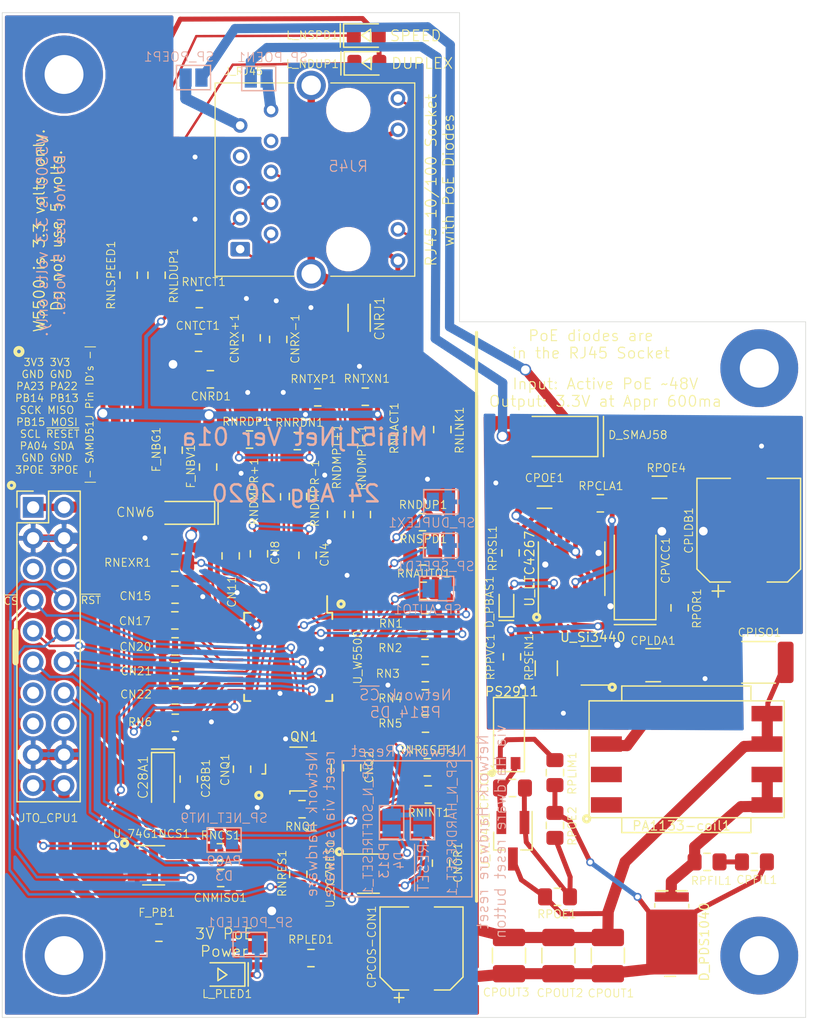
<source format=kicad_pcb>
(kicad_pcb (version 20171130) (host pcbnew "(5.1.6-0-10_14)")

  (general
    (thickness 1.6)
    (drawings 35)
    (tracks 764)
    (zones 0)
    (modules 103)
    (nets 94)
  )

  (page USLedger)
  (title_block
    (date 2019-12-29)
  )

  (layers
    (0 F.Cu signal)
    (31 B.Cu signal)
    (32 B.Adhes user hide)
    (33 F.Adhes user hide)
    (34 B.Paste user hide)
    (35 F.Paste user hide)
    (36 B.SilkS user)
    (37 F.SilkS user)
    (38 B.Mask user hide)
    (39 F.Mask user hide)
    (40 Dwgs.User user hide)
    (41 Cmts.User user hide)
    (42 Eco1.User user hide)
    (43 Eco2.User user hide)
    (44 Edge.Cuts user)
    (45 Margin user hide)
    (46 B.CrtYd user hide)
    (47 F.CrtYd user)
    (48 B.Fab user hide)
    (49 F.Fab user hide)
  )

  (setup
    (last_trace_width 0.2032)
    (trace_clearance 0.1778)
    (zone_clearance 0.2032)
    (zone_45_only no)
    (trace_min 0.1778)
    (via_size 0.6604)
    (via_drill 0.4064)
    (via_min_size 0.4064)
    (via_min_drill 0.3556)
    (uvia_size 0.3)
    (uvia_drill 0.1)
    (uvias_allowed no)
    (uvia_min_size 0.2)
    (uvia_min_drill 0.1)
    (edge_width 0.05)
    (segment_width 0.2)
    (pcb_text_width 0.3)
    (pcb_text_size 1.5 1.5)
    (mod_edge_width 0.12)
    (mod_text_size 0.5 0.5)
    (mod_text_width 0.07)
    (pad_size 5.842 5.842)
    (pad_drill 3.200001)
    (pad_to_mask_clearance 0.0254)
    (solder_mask_min_width 0.0254)
    (aux_axis_origin 0 0)
    (visible_elements FEFDBF7F)
    (pcbplotparams
      (layerselection 0x010fc_ffffffff)
      (usegerberextensions false)
      (usegerberattributes false)
      (usegerberadvancedattributes false)
      (creategerberjobfile false)
      (excludeedgelayer true)
      (linewidth 0.100000)
      (plotframeref false)
      (viasonmask false)
      (mode 1)
      (useauxorigin false)
      (hpglpennumber 1)
      (hpglpenspeed 20)
      (hpglpendiameter 15.000000)
      (psnegative false)
      (psa4output false)
      (plotreference true)
      (plotvalue true)
      (plotinvisibletext false)
      (padsonsilk false)
      (subtractmaskfromsilk false)
      (outputformat 4)
      (mirror false)
      (drillshape 0)
      (scaleselection 1)
      (outputdirectory ""))
  )

  (net 0 "")
  (net 1 GND)
  (net 2 +3V3)
  (net 3 ~RESET~)
  (net 4 +3.3VP)
  (net 5 GNDA)
  (net 6 "Net-(CN22-Pad2)")
  (net 7 "Net-(CNQ1-Pad1)")
  (net 8 "Net-(CNQ2-Pad1)")
  (net 9 "Net-(CNRD1-Pad1)")
  (net 10 GNDPWR)
  (net 11 "Net-(CNRX+1-Pad1)")
  (net 12 "Net-(CNRX+1-Pad2)")
  (net 13 "Net-(CNRX-1-Pad1)")
  (net 14 "Net-(CNRX-1-Pad2)")
  (net 15 "Net-(CNTCT1-Pad2)")
  (net 16 "Net-(CPCC1-Pad2)")
  (net 17 "Net-(CPCC1-Pad1)")
  (net 18 /PV3)
  (net 19 "Net-(CPFIL1-Pad1)")
  (net 20 GNDREF)
  (net 21 /VPORTP)
  (net 22 /VPORTN)
  (net 23 /PVCC)
  (net 24 /RUN)
  (net 25 /NN)
  (net 26 /PP)
  (net 27 /PLUS)
  (net 28 /NGATE)
  (net 29 /RCLASS)
  (net 30 /SENSE)
  (net 31 "Net-(RN1-Pad1)")
  (net 32 "Net-(RN2-Pad1)")
  (net 33 "Net-(RN3-Pad1)")
  (net 34 "Net-(RN4-Pad1)")
  (net 35 "Net-(RN5-Pad1)")
  (net 36 "Net-(RNEXR1-Pad2)")
  (net 37 "Net-(RNLACT1-Pad2)")
  (net 38 "Net-(RNLDUP1-Pad2)")
  (net 39 "Net-(RNLNK1-Pad2)")
  (net 40 "Net-(RNLSPEED1-Pad2)")
  (net 41 "Net-(RNSPD1-Pad1)")
  (net 42 /SEN)
  (net 43 "Net-(RNDMPR-1-Pad2)")
  (net 44 "Net-(RNDMPT-1-Pad2)")
  (net 45 "Net-(PA1133-coil1-Pad4)")
  (net 46 "Net-(PA1133-coil1-Pad2)")
  (net 47 "Net-(PA1133-coil1-Pad1)")
  (net 48 "Net-(PS2911-Pad1)")
  (net 49 "Net-(RNAUTO1-Pad1)")
  (net 50 "Net-(RNDUP1-Pad1)")
  (net 51 "Net-(RNINT1-Pad1)")
  (net 52 "Net-(J_RJ45-Pad14)")
  (net 53 "Net-(J_RJ45-Pad5)")
  (net 54 "Net-(J_RJ45-Pad6)")
  (net 55 "Net-(J_RJ45-Pad12)")
  (net 56 "Net-(U_W5500-Pad47)")
  (net 57 "Net-(U_W5500-Pad46)")
  (net 58 "Net-(U_W5500-Pad18)")
  (net 59 "Net-(U_W5500-Pad13)")
  (net 60 "Net-(U_W5500-Pad12)")
  (net 61 "Net-(U_W5500-Pad7)")
  (net 62 "Net-(CN20-Pad2)")
  (net 63 "Net-(RN6-Pad2)")
  (net 64 "Net-(RNDMPR+1-Pad2)")
  (net 65 "Net-(RNDMPT+1-Pad2)")
  (net 66 "Net-(L_NDUP1-Pad1)")
  (net 67 "Net-(L_NSPD1-Pad1)")
  (net 68 "Net-(L_PLED1-Pad2)")
  (net 69 "Net-(D_PBAS1-Pad1)")
  (net 70 "Net-(D_PDS1040-Pad2)")
  (net 71 "Net-(L_PLED1-Pad1)")
  (net 72 +3V0)
  (net 73 "Net-(MPOE1-Pad1)")
  (net 74 "Net-(MPOE2-Pad1)")
  (net 75 "Net-(SP_N_HARDRESET_1-Pad2)")
  (net 76 "Net-(SP_N_SOFTRESET_1-Pad2)")
  (net 77 "Net-(MPOE3-Pad1)")
  (net 78 "Net-(MPOE4-Pad1)")
  (net 79 /NETRST)
  (net 80 /NET-MISO)
  (net 81 "Net-(U_LTC4267-Pad11)")
  (net 82 "Net-(U_LTC4267-Pad6)")
  (net 83 /SDA)
  (net 84 /SCL)
  (net 85 /PA04-D17)
  (net 86 PA12-MOSI)
  (net 87 PA14-MISO)
  (net 88 PA13-SCK)
  (net 89 PB13-D4-NET_RES)
  (net 90 PB14-D5-NET_CS)
  (net 91 /PA22-D1)
  (net 92 /PA23-D0)
  (net 93 PB15-D6-NET_INT)

  (net_class Default "This is the default net class."
    (clearance 0.1778)
    (trace_width 0.2032)
    (via_dia 0.6604)
    (via_drill 0.4064)
    (uvia_dia 0.3)
    (uvia_drill 0.1)
    (diff_pair_width 0.2032)
    (diff_pair_gap 0.25)
    (add_net +3.3VP)
    (add_net +3V0)
    (add_net +3V3)
    (add_net /NET-MISO)
    (add_net /NETRST)
    (add_net /NGATE)
    (add_net /NN)
    (add_net /PA04-D17)
    (add_net /PA22-D1)
    (add_net /PA23-D0)
    (add_net /PLUS)
    (add_net /PP)
    (add_net /PV3)
    (add_net /PVCC)
    (add_net /RCLASS)
    (add_net /RUN)
    (add_net /SCL)
    (add_net /SDA)
    (add_net /SEN)
    (add_net /SENSE)
    (add_net /VPORTN)
    (add_net /VPORTP)
    (add_net GND)
    (add_net GNDA)
    (add_net GNDPWR)
    (add_net GNDREF)
    (add_net "Net-(CN20-Pad2)")
    (add_net "Net-(CN22-Pad2)")
    (add_net "Net-(CNQ1-Pad1)")
    (add_net "Net-(CNQ2-Pad1)")
    (add_net "Net-(CNRD1-Pad1)")
    (add_net "Net-(CNRX+1-Pad1)")
    (add_net "Net-(CNRX+1-Pad2)")
    (add_net "Net-(CNRX-1-Pad1)")
    (add_net "Net-(CNRX-1-Pad2)")
    (add_net "Net-(CNTCT1-Pad2)")
    (add_net "Net-(CPCC1-Pad1)")
    (add_net "Net-(CPCC1-Pad2)")
    (add_net "Net-(CPFIL1-Pad1)")
    (add_net "Net-(D_PBAS1-Pad1)")
    (add_net "Net-(D_PDS1040-Pad2)")
    (add_net "Net-(J_RJ45-Pad12)")
    (add_net "Net-(J_RJ45-Pad14)")
    (add_net "Net-(J_RJ45-Pad5)")
    (add_net "Net-(J_RJ45-Pad6)")
    (add_net "Net-(L_NDUP1-Pad1)")
    (add_net "Net-(L_NSPD1-Pad1)")
    (add_net "Net-(L_PLED1-Pad1)")
    (add_net "Net-(L_PLED1-Pad2)")
    (add_net "Net-(MPOE1-Pad1)")
    (add_net "Net-(MPOE2-Pad1)")
    (add_net "Net-(MPOE3-Pad1)")
    (add_net "Net-(MPOE4-Pad1)")
    (add_net "Net-(PA1133-coil1-Pad1)")
    (add_net "Net-(PA1133-coil1-Pad2)")
    (add_net "Net-(PA1133-coil1-Pad4)")
    (add_net "Net-(PS2911-Pad1)")
    (add_net "Net-(RN1-Pad1)")
    (add_net "Net-(RN2-Pad1)")
    (add_net "Net-(RN3-Pad1)")
    (add_net "Net-(RN4-Pad1)")
    (add_net "Net-(RN5-Pad1)")
    (add_net "Net-(RN6-Pad2)")
    (add_net "Net-(RNAUTO1-Pad1)")
    (add_net "Net-(RNDMPR+1-Pad2)")
    (add_net "Net-(RNDMPR-1-Pad2)")
    (add_net "Net-(RNDMPT+1-Pad2)")
    (add_net "Net-(RNDMPT-1-Pad2)")
    (add_net "Net-(RNDUP1-Pad1)")
    (add_net "Net-(RNEXR1-Pad2)")
    (add_net "Net-(RNINT1-Pad1)")
    (add_net "Net-(RNLACT1-Pad2)")
    (add_net "Net-(RNLDUP1-Pad2)")
    (add_net "Net-(RNLNK1-Pad2)")
    (add_net "Net-(RNLSPEED1-Pad2)")
    (add_net "Net-(RNSPD1-Pad1)")
    (add_net "Net-(SP_N_HARDRESET_1-Pad2)")
    (add_net "Net-(SP_N_SOFTRESET_1-Pad2)")
    (add_net "Net-(U_LTC4267-Pad11)")
    (add_net "Net-(U_LTC4267-Pad6)")
    (add_net "Net-(U_W5500-Pad12)")
    (add_net "Net-(U_W5500-Pad13)")
    (add_net "Net-(U_W5500-Pad18)")
    (add_net "Net-(U_W5500-Pad46)")
    (add_net "Net-(U_W5500-Pad47)")
    (add_net "Net-(U_W5500-Pad7)")
    (add_net PA12-MOSI)
    (add_net PA13-SCK)
    (add_net PA14-MISO)
    (add_net PB13-D4-NET_RES)
    (add_net PB14-D5-NET_CS)
    (add_net PB15-D6-NET_INT)
    (add_net ~RESET~)
  )

  (module min51j:PDS1040 (layer F.Cu) (tedit 5F42F808) (tstamp 5F41EBFF)
    (at 55.03672 75.65644 90)
    (descr "Microsemi Powermite 2 SMD power package (https://www.microsemi.com/packaging-information/partpackage/details?pid=5341)")
    (tags PowerMite2)
    (path /5D81E944)
    (attr smd)
    (fp_text reference D_PDS1040 (at -0.68834 2.67462 90) (layer F.SilkS)
      (effects (font (size 0.762 0.762) (thickness 0.1016)))
    )
    (fp_text value PDS1040-13 (at -0.24384 -2.7432 90) (layer F.Fab) hide
      (effects (font (size 1 1) (thickness 0.15)))
    )
    (fp_text user %R (at -0.3 -1 90) (layer F.Fab)
      (effects (font (size 1 1) (thickness 0.15)))
    )
    (fp_line (start 3.5052 -1.2192) (end 3.5052 -0.3302) (layer F.SilkS) (width 0.1524))
    (fp_line (start -3.429 -2.159) (end -3.429 2.159) (layer F.CrtYd) (width 0.05))
    (fp_line (start 2.032 -2.159) (end -3.429 -2.159) (layer F.CrtYd) (width 0.05))
    (fp_line (start 2.032 -1.397) (end 2.032 -2.159) (layer F.CrtYd) (width 0.05))
    (fp_line (start 3.6195 -1.397) (end 2.032 -1.397) (layer F.CrtYd) (width 0.05))
    (fp_line (start 3.6195 1.397) (end 3.62 -1.397) (layer F.CrtYd) (width 0.05))
    (fp_line (start 2.032 1.397) (end 3.6195 1.397) (layer F.CrtYd) (width 0.05))
    (fp_line (start 2.032 2.159) (end 2.032 1.397) (layer F.CrtYd) (width 0.05))
    (fp_line (start -3.429 2.159) (end 2.032 2.159) (layer F.CrtYd) (width 0.05))
    (fp_line (start -2.44 0.89) (end -3.12 0.89) (layer F.Fab) (width 0.1))
    (fp_line (start -3.12 0.89) (end -3.12 -0.89) (layer F.Fab) (width 0.1))
    (fp_line (start -3.12 -0.89) (end -2.44 -0.89) (layer F.Fab) (width 0.1))
    (fp_line (start 1.88 2.03) (end 1.88 -2.03) (layer F.Fab) (width 0.1))
    (fp_line (start 1.88 -2.03) (end -2.44 -2.03) (layer F.Fab) (width 0.1))
    (fp_line (start -2.44 -2.03) (end -2.44 2.03) (layer F.Fab) (width 0.1))
    (fp_line (start -2.44 2.03) (end 1.88 2.03) (layer F.Fab) (width 0.1))
    (fp_line (start 3.3 0.635) (end 1.88 0.635) (layer F.Fab) (width 0.1))
    (fp_line (start 3.3 0.635) (end 3.3 -0.635) (layer F.Fab) (width 0.1))
    (fp_line (start 3.3 -0.635) (end 1.88 -0.635) (layer F.Fab) (width 0.1))
    (fp_line (start 2.4 1.397) (end 2.1 1.397) (layer F.SilkS) (width 0.12))
    (fp_line (start 2.459 -1.397) (end 2.159 -1.397) (layer F.SilkS) (width 0.12))
    (fp_line (start -0.25 0) (end 0 0) (layer F.Fab) (width 0.1))
    (fp_line (start -0.25 -0.2) (end -0.55 0) (layer F.Fab) (width 0.1))
    (fp_line (start -0.25 0.2) (end -0.25 -0.2) (layer F.Fab) (width 0.1))
    (fp_line (start -0.55 0) (end -0.25 0.2) (layer F.Fab) (width 0.1))
    (fp_line (start -0.55 0) (end -0.8 0) (layer F.Fab) (width 0.1))
    (fp_line (start -0.55 0.2) (end -0.55 -0.2) (layer F.Fab) (width 0.1))
    (fp_line (start 3.5052 0.3556) (end 3.5052 1.2446) (layer F.SilkS) (width 0.1524))
    (fp_line (start -3.5179 -0.57912) (end -3.5179 0.30988) (layer F.SilkS) (width 0.12))
    (pad 1 smd rect (at -0.6985 0 90) (size 5.33 4.2) (layers F.Cu F.Paste F.Mask)
      (net 18 /PV3))
    (pad 2 smd rect (at 3 0 90) (size 0.762 2.8) (layers F.Cu F.Paste F.Mask)
      (net 70 "Net-(D_PDS1040-Pad2)"))
    (model ${KISYS3DMOD}/Diode_SMD.3dshapes/D_Powermite2_AK.wrl
      (at (xyz 0 0 0))
      (scale (xyz 1 1 1))
      (rotate (xyz 0 0 0))
    )
  )

  (module min51j:LTC4267 (layer F.Cu) (tedit 5F41757B) (tstamp 5F42018D)
    (at 46.80204 45.6819 90)
    (descr "TSSOP, 16 Pin (JEDEC MO-153 Var AB https://www.jedec.org/document_search?search_api_views_fulltext=MO-153), generated with kicad-footprint-generator ipc_gullwing_generator.py")
    (tags "TSSOP SO")
    (path /5D8162F0)
    (attr smd)
    (fp_text reference U_LTC4267 (at 0 -3.45 90) (layer F.SilkS)
      (effects (font (size 0.762 0.762) (thickness 0.1016)))
    )
    (fp_text value LTC4267IGN-1#PBF (at 0 3.45 90) (layer F.Fab) hide
      (effects (font (size 1 1) (thickness 0.15)))
    )
    (fp_circle (center -3.9878 -2.8702) (end -3.7338 -2.8702) (layer F.SilkS) (width 0.254))
    (fp_line (start 0 2.735) (end 2.2 2.735) (layer F.SilkS) (width 0.12))
    (fp_line (start 0 2.735) (end -2.2 2.735) (layer F.SilkS) (width 0.12))
    (fp_line (start 0 -2.735) (end 2.2 -2.735) (layer F.SilkS) (width 0.12))
    (fp_line (start 0 -2.735) (end -3.6 -2.735) (layer F.SilkS) (width 0.12))
    (fp_line (start -1.2 -2.5) (end 2.2 -2.5) (layer F.Fab) (width 0.1))
    (fp_line (start 2.2 -2.5) (end 2.2 2.5) (layer F.Fab) (width 0.1))
    (fp_line (start 2.2 2.5) (end -2.2 2.5) (layer F.Fab) (width 0.1))
    (fp_line (start -2.2 2.5) (end -2.2 -1.5) (layer F.Fab) (width 0.1))
    (fp_line (start -2.2 -1.5) (end -1.2 -2.5) (layer F.Fab) (width 0.1))
    (fp_line (start -3.85 -2.75) (end -3.85 2.75) (layer F.CrtYd) (width 0.05))
    (fp_line (start -3.85 2.75) (end 3.85 2.75) (layer F.CrtYd) (width 0.05))
    (fp_line (start 3.85 2.75) (end 3.85 -2.75) (layer F.CrtYd) (width 0.05))
    (fp_line (start 3.85 -2.75) (end -3.85 -2.75) (layer F.CrtYd) (width 0.05))
    (fp_text user %R (at 0 0 90) (layer F.Fab) hide
      (effects (font (size 1 1) (thickness 0.15)))
    )
    (pad 1 smd roundrect (at -2.8625 -2.2225 90) (size 1.475 0.38) (layers F.Cu F.Paste F.Mask) (roundrect_rratio 0.25)
      (net 20 GNDREF))
    (pad 2 smd roundrect (at -2.8625 -1.5875 90) (size 1.475 0.38) (layers F.Cu F.Paste F.Mask) (roundrect_rratio 0.25)
      (net 24 /RUN))
    (pad 3 smd roundrect (at -2.8625 -0.9525 90) (size 1.475 0.38) (layers F.Cu F.Paste F.Mask) (roundrect_rratio 0.25)
      (net 28 /NGATE))
    (pad 4 smd roundrect (at -2.8625 -0.3175 90) (size 1.475 0.38) (layers F.Cu F.Paste F.Mask) (roundrect_rratio 0.25)
      (net 23 /PVCC))
    (pad 5 smd roundrect (at -2.8625 0.3175 90) (size 1.475 0.38) (layers F.Cu F.Paste F.Mask) (roundrect_rratio 0.25)
      (net 29 /RCLASS))
    (pad 6 smd roundrect (at -2.8625 0.9525 90) (size 1.475 0.38) (layers F.Cu F.Paste F.Mask) (roundrect_rratio 0.25)
      (net 82 "Net-(U_LTC4267-Pad6)"))
    (pad 7 smd roundrect (at -2.8625 1.5875 90) (size 1.475 0.38) (layers F.Cu F.Paste F.Mask) (roundrect_rratio 0.25)
      (net 22 /VPORTN))
    (pad 8 smd roundrect (at -2.8625 2.2225 90) (size 1.475 0.38) (layers F.Cu F.Paste F.Mask) (roundrect_rratio 0.25)
      (net 20 GNDREF))
    (pad 9 smd roundrect (at 2.8625 2.2225 90) (size 1.475 0.38) (layers F.Cu F.Paste F.Mask) (roundrect_rratio 0.25)
      (net 20 GNDREF))
    (pad 10 smd roundrect (at 2.8625 1.5875 90) (size 1.475 0.38) (layers F.Cu F.Paste F.Mask) (roundrect_rratio 0.25)
      (net 20 GNDREF))
    (pad 11 smd roundrect (at 2.8625 0.9525 90) (size 1.475 0.38) (layers F.Cu F.Paste F.Mask) (roundrect_rratio 0.25)
      (net 81 "Net-(U_LTC4267-Pad11)"))
    (pad 12 smd roundrect (at 2.8625 0.3175 90) (size 1.475 0.38) (layers F.Cu F.Paste F.Mask) (roundrect_rratio 0.25)
      (net 22 /VPORTN))
    (pad 13 smd roundrect (at 2.8625 -0.3175 90) (size 1.475 0.38) (layers F.Cu F.Paste F.Mask) (roundrect_rratio 0.25)
      (net 21 /VPORTP))
    (pad 14 smd roundrect (at 2.8625 -0.9525 90) (size 1.475 0.38) (layers F.Cu F.Paste F.Mask) (roundrect_rratio 0.25)
      (net 30 /SENSE))
    (pad 15 smd roundrect (at 2.8625 -1.5875 90) (size 1.475 0.38) (layers F.Cu F.Paste F.Mask) (roundrect_rratio 0.25)
      (net 20 GNDREF))
    (pad 16 smd roundrect (at 2.8625 -2.2225 90) (size 1.475 0.38) (layers F.Cu F.Paste F.Mask) (roundrect_rratio 0.25)
      (net 20 GNDREF))
    (model ${KISYS3DMOD}/Package_SO.3dshapes/TSSOP-16_4.4x5mm_P0.65mm.wrl
      (at (xyz 0 0 0))
      (scale (xyz 1 1 1))
      (rotate (xyz 0 0 0))
    )
  )

  (module min51j:Si3440 (layer F.Cu) (tedit 5F416CAD) (tstamp 5F41EC16)
    (at 48.39208 53.6448 180)
    (descr "TSOP-6 package (comparable to TSOT-23), https://www.vishay.com/docs/71200/71200.pdf")
    (tags "Jedec MO-193C TSOP-6L")
    (path /5D81DA87)
    (attr smd)
    (fp_text reference U_Si3440 (at -0.1524 2.3368) (layer F.SilkS)
      (effects (font (size 0.762 0.762) (thickness 0.1016)))
    )
    (fp_text value Si3440 (at 0 2.5) (layer F.Fab) hide
      (effects (font (size 0.6096 0.6096) (thickness 0.0762)))
    )
    (fp_line (start 1.76 1.77) (end -1.76 1.77) (layer F.CrtYd) (width 0.05))
    (fp_line (start 1.76 1.77) (end 1.76 -1.78) (layer F.CrtYd) (width 0.05))
    (fp_line (start -1.76 -1.78) (end -1.76 1.77) (layer F.CrtYd) (width 0.05))
    (fp_line (start -1.76 -1.78) (end 1.76 -1.78) (layer F.CrtYd) (width 0.05))
    (fp_line (start 0.825 -1.525) (end 0.825 1.525) (layer F.Fab) (width 0.1))
    (fp_line (start 0.825 1.525) (end -0.825 1.525) (layer F.Fab) (width 0.1))
    (fp_line (start -0.825 -1.1) (end -0.825 1.525) (layer F.Fab) (width 0.1))
    (fp_line (start 0.825 -1.525) (end -0.425 -1.525) (layer F.Fab) (width 0.1))
    (fp_line (start -0.825 -1.1) (end -0.425 -1.525) (layer F.Fab) (width 0.1))
    (fp_line (start 0.8 -1.6) (end -1.5 -1.6) (layer F.SilkS) (width 0.12))
    (fp_line (start -0.8 1.6) (end 0.8 1.6) (layer F.SilkS) (width 0.12))
    (fp_circle (center -1.7526 -1.778) (end -1.4986 -1.778) (layer F.SilkS) (width 0.254))
    (fp_text user %R (at 0 -0.127 90) (layer F.Fab) hide
      (effects (font (size 0.5 0.5) (thickness 0.075)))
    )
    (pad 6 smd rect (at 1.16 -0.95 180) (size 1 0.51) (layers F.Cu F.Paste F.Mask)
      (net 45 "Net-(PA1133-coil1-Pad4)"))
    (pad 5 smd rect (at 1.16 0 180) (size 1 0.51) (layers F.Cu F.Paste F.Mask)
      (net 45 "Net-(PA1133-coil1-Pad4)"))
    (pad 4 smd rect (at 1.16 0.95 180) (size 1 0.51) (layers F.Cu F.Paste F.Mask)
      (net 42 /SEN))
    (pad 3 smd rect (at -1.16 0.95 180) (size 1 0.51) (layers F.Cu F.Paste F.Mask)
      (net 28 /NGATE))
    (pad 2 smd rect (at -1.16 0 180) (size 1 0.51) (layers F.Cu F.Paste F.Mask)
      (net 45 "Net-(PA1133-coil1-Pad4)"))
    (pad 1 smd rect (at -1.16 -0.95 180) (size 1 0.51) (layers F.Cu F.Paste F.Mask)
      (net 45 "Net-(PA1133-coil1-Pad4)"))
    (model ${KISYS3DMOD}/Package_SO.3dshapes/TSOP-6_1.65x3.05mm_P0.95mm.wrl
      (at (xyz 0 0 0))
      (scale (xyz 1 1 1))
      (rotate (xyz 0 0 0))
    )
  )

  (module Crystal:Crystal_SMD_EuroQuartz_MJ-4Pin_5.0x3.2mm (layer F.Cu) (tedit 5EFAE664) (tstamp 5EE067B2)
    (at 24.3459 62.14364)
    (descr "SMD Crystal EuroQuartz MJ series http://cdn-reichelt.de/documents/datenblatt/B400/MJ.pdf, 5.0x3.2mm^2 package")
    (tags "SMD SMT crystal")
    (path /5D579633)
    (attr smd)
    (fp_text reference QN1 (at 0.4699 -2.65684) (layer F.SilkS)
      (effects (font (size 0.762 0.762) (thickness 0.1016)))
    )
    (fp_text value "25.00 MHz 18pf" (at 0 2.8) (layer F.Fab) hide
      (effects (font (size 1 1) (thickness 0.15)))
    )
    (fp_line (start -2.4 -1.6) (end 2.4 -1.6) (layer F.Fab) (width 0.1))
    (fp_line (start 2.4 -1.6) (end 2.5 -1.5) (layer F.Fab) (width 0.1))
    (fp_line (start 2.5 -1.5) (end 2.5 1.5) (layer F.Fab) (width 0.1))
    (fp_line (start 2.5 1.5) (end 2.4 1.6) (layer F.Fab) (width 0.1))
    (fp_line (start 2.4 1.6) (end -2.4 1.6) (layer F.Fab) (width 0.1))
    (fp_line (start -2.4 1.6) (end -2.5 1.5) (layer F.Fab) (width 0.1))
    (fp_line (start -2.5 1.5) (end -2.5 -1.5) (layer F.Fab) (width 0.1))
    (fp_line (start -2.5 -1.5) (end -2.4 -1.6) (layer F.Fab) (width 0.1))
    (fp_line (start -2.5 0.6) (end -1.5 1.6) (layer F.Fab) (width 0.1))
    (fp_line (start -3 0.4) (end -2.7 0.4) (layer F.SilkS) (width 0.12))
    (fp_line (start -2.7 0.4) (end -2.7 -0.4) (layer F.SilkS) (width 0.12))
    (fp_line (start 2.7 -0.4) (end 2.7 0.4) (layer F.SilkS) (width 0.12))
    (fp_line (start -0.7 -1.8) (end 0.7 -1.8) (layer F.SilkS) (width 0.12))
    (fp_line (start 0.7 1.8) (end -0.7 1.8) (layer F.SilkS) (width 0.12))
    (fp_line (start -0.7 1.8) (end -0.7 2.04) (layer F.SilkS) (width 0.12))
    (fp_line (start -3.1 -2) (end -3.1 2) (layer F.CrtYd) (width 0.05))
    (fp_line (start -3.1 2) (end 3.1 2) (layer F.CrtYd) (width 0.05))
    (fp_line (start 3.1 2) (end 3.1 -2) (layer F.CrtYd) (width 0.05))
    (fp_line (start 3.1 -2) (end -3.1 -2) (layer F.CrtYd) (width 0.05))
    (fp_circle (center -3.2512 2.159) (end -2.9972 2.159) (layer F.SilkS) (width 0.254))
    (fp_text user %R (at 0.1016 3.9116) (layer F.Fab) hide
      (effects (font (size 1 1) (thickness 0.15)))
    )
    (pad 4 smd rect (at -1.85 -1.15) (size 1.9 1.1) (layers F.Cu F.Paste F.Mask)
      (net 1 GND))
    (pad 3 smd rect (at 1.85 -1.15) (size 1.9 1.1) (layers F.Cu F.Paste F.Mask)
      (net 8 "Net-(CNQ2-Pad1)"))
    (pad 2 smd rect (at 1.85 1.15) (size 1.9 1.1) (layers F.Cu F.Paste F.Mask)
      (net 1 GND))
    (pad 1 smd rect (at -1.85 1.15) (size 1.9 1.1) (layers F.Cu F.Paste F.Mask)
      (net 7 "Net-(CNQ1-Pad1)"))
    (model ${KISYS3DMOD}/Crystal.3dshapes/Crystal_SMD_EuroQuartz_MJ-4Pin_5.0x3.2mm.wrl
      (at (xyz 0 0 0))
      (scale (xyz 1 1 1))
      (rotate (xyz 0 0 0))
    )
  )

  (module Diode_SMD:D_SMA (layer F.Cu) (tedit 5EFAE201) (tstamp 5EE068D4)
    (at 45.56252 34.8234 180)
    (descr "Diode SMA (DO-214AC)")
    (tags "Diode SMA (DO-214AC)")
    (path /5D962C05)
    (attr smd)
    (fp_text reference D_SMAJ58 (at -6.68528 0.127) (layer F.SilkS)
      (effects (font (size 0.6604 0.6604) (thickness 0.0762)))
    )
    (fp_text value SMAJ58A-13-F (at 0 2.6) (layer F.Fab) hide
      (effects (font (size 1 1) (thickness 0.15)))
    )
    (fp_line (start -3.4 -1.65) (end 2 -1.65) (layer F.SilkS) (width 0.12))
    (fp_line (start -3.4 1.65) (end 2 1.65) (layer F.SilkS) (width 0.12))
    (fp_line (start -0.64944 0.00102) (end 0.50118 -0.79908) (layer F.Fab) (width 0.1))
    (fp_line (start -0.64944 0.00102) (end 0.50118 0.75032) (layer F.Fab) (width 0.1))
    (fp_line (start 0.50118 0.75032) (end 0.50118 -0.79908) (layer F.Fab) (width 0.1))
    (fp_line (start -0.64944 -0.79908) (end -0.64944 0.80112) (layer F.Fab) (width 0.1))
    (fp_line (start 0.50118 0.00102) (end 1.4994 0.00102) (layer F.Fab) (width 0.1))
    (fp_line (start -0.64944 0.00102) (end -1.55114 0.00102) (layer F.Fab) (width 0.1))
    (fp_line (start -3.5 1.75) (end -3.5 -1.75) (layer F.CrtYd) (width 0.05))
    (fp_line (start 3.5 1.75) (end -3.5 1.75) (layer F.CrtYd) (width 0.05))
    (fp_line (start 3.5 -1.75) (end 3.5 1.75) (layer F.CrtYd) (width 0.05))
    (fp_line (start -3.5 -1.75) (end 3.5 -1.75) (layer F.CrtYd) (width 0.05))
    (fp_line (start 2.3 -1.5) (end -2.3 -1.5) (layer F.Fab) (width 0.1))
    (fp_line (start 2.3 -1.5) (end 2.3 1.5) (layer F.Fab) (width 0.1))
    (fp_line (start -2.3 1.5) (end -2.3 -1.5) (layer F.Fab) (width 0.1))
    (fp_line (start 2.3 1.5) (end -2.3 1.5) (layer F.Fab) (width 0.1))
    (fp_line (start -3.4 -1.65) (end -3.4 1.65) (layer F.SilkS) (width 0.12))
    (fp_line (start -3.8608 -1.649) (end -3.8608 1.651) (layer F.SilkS) (width 0.12))
    (fp_text user %R (at -1.2192 2.6162) (layer F.Fab) hide
      (effects (font (size 1 1) (thickness 0.15)))
    )
    (pad 2 smd rect (at 2 0 180) (size 2.5 1.8) (layers F.Cu F.Paste F.Mask)
      (net 22 /VPORTN))
    (pad 1 smd rect (at -2 0 180) (size 2.5 1.8) (layers F.Cu F.Paste F.Mask)
      (net 27 /PLUS))
    (model ${KISYS3DMOD}/Diode_SMD.3dshapes/D_SMA.wrl
      (at (xyz 0 0 0))
      (scale (xyz 1 1 1))
      (rotate (xyz 0 0 0))
    )
  )

  (module Package_TO_SOT_SMD:SOT-23_Handsoldering (layer F.Cu) (tedit 5EFAE14D) (tstamp 5EE0689F)
    (at 41.97858 68.0339 270)
    (descr "SOT-23, Handsoldering")
    (tags SOT-23)
    (path /5D81CCA0)
    (attr smd)
    (fp_text reference U_TLV431 (at 0.0127 2.25298 90) (layer F.SilkS)
      (effects (font (size 0.6604 0.6604) (thickness 0.0762)))
    )
    (fp_text value TLV431 (at 0 2.5 90) (layer F.Fab) hide
      (effects (font (size 1 1) (thickness 0.15)))
    )
    (fp_line (start 0.76 1.58) (end -0.7 1.58) (layer F.SilkS) (width 0.12))
    (fp_line (start -0.7 1.52) (end 0.7 1.52) (layer F.Fab) (width 0.1))
    (fp_line (start 0.7 -1.52) (end 0.7 1.52) (layer F.Fab) (width 0.1))
    (fp_line (start -0.7 -0.95) (end -0.15 -1.52) (layer F.Fab) (width 0.1))
    (fp_line (start -0.15 -1.52) (end 0.7 -1.52) (layer F.Fab) (width 0.1))
    (fp_line (start -0.7 -0.95) (end -0.7 1.5) (layer F.Fab) (width 0.1))
    (fp_line (start 0.76 -1.58) (end -2.4 -1.58) (layer F.SilkS) (width 0.12))
    (fp_line (start -2.7 1.75) (end -2.7 -1.75) (layer F.CrtYd) (width 0.05))
    (fp_line (start 2.7 1.75) (end -2.7 1.75) (layer F.CrtYd) (width 0.05))
    (fp_line (start 2.7 -1.75) (end 2.7 1.75) (layer F.CrtYd) (width 0.05))
    (fp_line (start -2.7 -1.75) (end 2.7 -1.75) (layer F.CrtYd) (width 0.05))
    (fp_line (start 0.76 -1.58) (end 0.76 -0.65) (layer F.SilkS) (width 0.12))
    (fp_line (start 0.76 1.58) (end 0.76 0.65) (layer F.SilkS) (width 0.12))
    (fp_text user %R (at 0 0) (layer F.Fab) hide
      (effects (font (size 0.5 0.5) (thickness 0.075)))
    )
    (pad 3 smd rect (at 1.5 0 270) (size 1.9 0.8) (layers F.Cu F.Paste F.Mask)
      (net 1 GND))
    (pad 2 smd rect (at -1.5 0.95 270) (size 1.9 0.8) (layers F.Cu F.Paste F.Mask)
      (net 17 "Net-(CPCC1-Pad1)"))
    (pad 1 smd rect (at -1.5 -0.95 270) (size 1.9 0.8) (layers F.Cu F.Paste F.Mask)
      (net 16 "Net-(CPCC1-Pad2)"))
    (model ${KISYS3DMOD}/Package_TO_SOT_SMD.3dshapes/SOT-23.wrl
      (at (xyz 0 0 0))
      (scale (xyz 1 1 1))
      (rotate (xyz 0 0 0))
    )
  )

  (module Package_TO_SOT_SMD:SOT-23-6_Handsoldering (layer F.Cu) (tedit 5EFBB84A) (tstamp 5EE067EE)
    (at 30.099 70.739)
    (descr "6-pin SOT-23 package, Handsoldering")
    (tags "SOT-23-6 Handsoldering")
    (path /5D5724CF)
    (attr smd)
    (fp_text reference U_2G7RES1 (at -3.1496 0 90) (layer F.SilkS)
      (effects (font (size 0.6604 0.6604) (thickness 0.0762)))
    )
    (fp_text value SN74LVC2G07DBVR (at 0.0254 2.2098) (layer F.Fab) hide
      (effects (font (size 0.6096 0.6096) (thickness 0.0762)))
    )
    (fp_circle (center -2.3876 -1.8034) (end -2.1336 -1.8034) (layer F.SilkS) (width 0.254))
    (fp_line (start -0.9 1.61) (end 0.9 1.61) (layer F.SilkS) (width 0.12))
    (fp_line (start 0.9 -1.61) (end -2.05 -1.61) (layer F.SilkS) (width 0.12))
    (fp_line (start -2.4 1.8) (end -2.4 -1.8) (layer F.CrtYd) (width 0.05))
    (fp_line (start 2.4 1.8) (end -2.4 1.8) (layer F.CrtYd) (width 0.05))
    (fp_line (start 2.4 -1.8) (end 2.4 1.8) (layer F.CrtYd) (width 0.05))
    (fp_line (start -2.4 -1.8) (end 2.4 -1.8) (layer F.CrtYd) (width 0.05))
    (fp_line (start -0.9 -0.9) (end -0.25 -1.55) (layer F.Fab) (width 0.1))
    (fp_line (start 0.9 -1.55) (end -0.25 -1.55) (layer F.Fab) (width 0.1))
    (fp_line (start -0.9 -0.9) (end -0.9 1.55) (layer F.Fab) (width 0.1))
    (fp_line (start 0.9 1.55) (end -0.9 1.55) (layer F.Fab) (width 0.1))
    (fp_line (start 0.9 -1.55) (end 0.9 1.55) (layer F.Fab) (width 0.1))
    (fp_text user %R (at 0.3302 2.9972 180) (layer F.Fab) hide
      (effects (font (size 0.5 0.5) (thickness 0.075)))
    )
    (pad 5 smd rect (at 1.35 0) (size 1.56 0.65) (layers F.Cu F.Paste F.Mask)
      (net 2 +3V3))
    (pad 6 smd rect (at 1.35 -0.95) (size 1.56 0.65) (layers F.Cu F.Paste F.Mask)
      (net 76 "Net-(SP_N_SOFTRESET_1-Pad2)"))
    (pad 4 smd rect (at 1.35 0.95) (size 1.56 0.65) (layers F.Cu F.Paste F.Mask)
      (net 75 "Net-(SP_N_HARDRESET_1-Pad2)"))
    (pad 3 smd rect (at -1.35 0.95) (size 1.56 0.65) (layers F.Cu F.Paste F.Mask)
      (net 3 ~RESET~))
    (pad 2 smd rect (at -1.35 0) (size 1.56 0.65) (layers F.Cu F.Paste F.Mask)
      (net 1 GND))
    (pad 1 smd rect (at -1.35 -0.95) (size 1.56 0.65) (layers F.Cu F.Paste F.Mask)
      (net 89 PB13-D4-NET_RES))
    (model ${KISYS3DMOD}/Package_TO_SOT_SMD.3dshapes/SOT-23-6.wrl
      (at (xyz 0 0 0))
      (scale (xyz 1 1 1))
      (rotate (xyz 0 0 0))
    )
  )

  (module MountingHole:MountingHole_3.2mm_M3_Pad locked (layer F.Cu) (tedit 5EFA97D2) (tstamp 5EE0678E)
    (at 62.23 77.47)
    (descr "Mounting Hole 3.2mm, M3")
    (tags "mounting hole 3.2mm m3")
    (path /67F1EC46)
    (attr virtual)
    (fp_text reference MPOE1 (at 0 -4.2) (layer F.SilkS) hide
      (effects (font (size 0.762 0.762) (thickness 0.0762)))
    )
    (fp_text value MPOE1 (at 0 4.2) (layer F.Fab) hide
      (effects (font (size 0.6096 0.6096) (thickness 0.0762)))
    )
    (fp_circle (center 0 0) (end 3.45 0) (layer F.CrtYd) (width 0.05))
    (fp_circle (center 0 0) (end 3.2 0) (layer Cmts.User) (width 0.15))
    (fp_text user %R (at 0.3 0) (layer F.Fab)
      (effects (font (size 1 1) (thickness 0.15)))
    )
    (pad 1 thru_hole circle (at 0 0) (size 6.4 6.4) (drill 3.2) (layers *.Cu *.Mask)
      (net 73 "Net-(MPOE1-Pad1)"))
  )

  (module MountingHole:MountingHole_3.2mm_M3_Pad locked (layer F.Cu) (tedit 5EFA97D2) (tstamp 5EE06779)
    (at 62.23 29.21)
    (descr "Mounting Hole 3.2mm, M3")
    (tags "mounting hole 3.2mm m3")
    (path /67F1E308)
    (attr virtual)
    (fp_text reference MPOE2 (at 0 -4.2) (layer F.SilkS) hide
      (effects (font (size 0.762 0.762) (thickness 0.0762)))
    )
    (fp_text value MPOE2 (at 0 4.2) (layer F.Fab) hide
      (effects (font (size 0.6096 0.6096) (thickness 0.0762)))
    )
    (fp_circle (center 0 0) (end 3.45 0) (layer F.CrtYd) (width 0.05))
    (fp_circle (center 0 0) (end 3.2 0) (layer Cmts.User) (width 0.15))
    (fp_text user %R (at 0.3 0) (layer F.Fab)
      (effects (font (size 1 1) (thickness 0.15)))
    )
    (pad 1 thru_hole circle (at 0 0) (size 6.4 6.4) (drill 3.2) (layers *.Cu *.Mask)
      (net 74 "Net-(MPOE2-Pad1)"))
  )

  (module Resistor_SMD:R_0805_2012Metric_Pad1.15x1.40mm_HandSolder (layer F.Cu) (tedit 5EFB79D2) (tstamp 5EE06758)
    (at 45.6438 72.644 180)
    (descr "Resistor SMD 0805 (2012 Metric), square (rectangular) end terminal, IPC_7351 nominal with elongated pad for handsoldering. (Body size source: https://docs.google.com/spreadsheets/d/1BsfQQcO9C6DZCsRaXUlFlo91Tg2WpOkGARC1WS5S8t0/edit?usp=sharing), generated with kicad-footprint-generator")
    (tags "resistor handsolder")
    (path /5D832C17)
    (attr smd)
    (fp_text reference RPOE1 (at 0.0508 -1.4224) (layer F.SilkS)
      (effects (font (size 0.6604 0.6604) (thickness 0.0762)))
    )
    (fp_text value "60.4K 1%" (at 0 1.65) (layer F.Fab) hide
      (effects (font (size 0.6096 0.6096) (thickness 0.0762)))
    )
    (fp_line (start 1.85 0.95) (end -1.85 0.95) (layer F.CrtYd) (width 0.05))
    (fp_line (start 1.85 -0.95) (end 1.85 0.95) (layer F.CrtYd) (width 0.05))
    (fp_line (start -1.85 -0.95) (end 1.85 -0.95) (layer F.CrtYd) (width 0.05))
    (fp_line (start -1.85 0.95) (end -1.85 -0.95) (layer F.CrtYd) (width 0.05))
    (fp_line (start -0.261252 0.71) (end 0.261252 0.71) (layer F.SilkS) (width 0.12))
    (fp_line (start -0.261252 -0.71) (end 0.261252 -0.71) (layer F.SilkS) (width 0.12))
    (fp_line (start 1 0.6) (end -1 0.6) (layer F.Fab) (width 0.1))
    (fp_line (start 1 -0.6) (end 1 0.6) (layer F.Fab) (width 0.1))
    (fp_line (start -1 -0.6) (end 1 -0.6) (layer F.Fab) (width 0.1))
    (fp_line (start -1 0.6) (end -1 -0.6) (layer F.Fab) (width 0.1))
    (fp_text user %R (at -0.0762 2.3876) (layer F.Fab) hide
      (effects (font (size 0.5 0.5) (thickness 0.08)))
    )
    (pad 2 smd roundrect (at 1.025 0 180) (size 1.15 1.4) (layers F.Cu F.Paste F.Mask) (roundrect_rratio 0.217391)
      (net 1 GND))
    (pad 1 smd roundrect (at -1.025 0 180) (size 1.15 1.4) (layers F.Cu F.Paste F.Mask) (roundrect_rratio 0.217391)
      (net 16 "Net-(CPCC1-Pad2)"))
    (model ${KISYS3DMOD}/Resistor_SMD.3dshapes/R_0805_2012Metric.wrl
      (at (xyz 0 0 0))
      (scale (xyz 1 1 1))
      (rotate (xyz 0 0 0))
    )
  )

  (module Capacitor_SMD:C_0805_2012Metric_Pad1.15x1.40mm_HandSolder (layer F.Cu) (tedit 5EFB79E5) (tstamp 5EE06731)
    (at 25.09774 44.58208 270)
    (descr "Capacitor SMD 0805 (2012 Metric), square (rectangular) end terminal, IPC_7351 nominal with elongated pad for handsoldering. (Body size source: https://docs.google.com/spreadsheets/d/1BsfQQcO9C6DZCsRaXUlFlo91Tg2WpOkGARC1WS5S8t0/edit?usp=sharing), generated with kicad-footprint-generator")
    (tags "capacitor handsolder")
    (path /5D60EF87)
    (attr smd)
    (fp_text reference CN4 (at -0.0508 -1.397 90) (layer F.SilkS)
      (effects (font (size 0.6604 0.6604) (thickness 0.0762)))
    )
    (fp_text value 0.1uf (at 0 1.65 90) (layer F.Fab) hide
      (effects (font (size 0.6096 0.6096) (thickness 0.0762)))
    )
    (fp_line (start -1 0.6) (end -1 -0.6) (layer F.Fab) (width 0.1))
    (fp_line (start -1 -0.6) (end 1 -0.6) (layer F.Fab) (width 0.1))
    (fp_line (start 1 -0.6) (end 1 0.6) (layer F.Fab) (width 0.1))
    (fp_line (start 1 0.6) (end -1 0.6) (layer F.Fab) (width 0.1))
    (fp_line (start -0.261252 -0.71) (end 0.261252 -0.71) (layer F.SilkS) (width 0.12))
    (fp_line (start -0.261252 0.71) (end 0.261252 0.71) (layer F.SilkS) (width 0.12))
    (fp_line (start -1.85 0.95) (end -1.85 -0.95) (layer F.CrtYd) (width 0.05))
    (fp_line (start -1.85 -0.95) (end 1.85 -0.95) (layer F.CrtYd) (width 0.05))
    (fp_line (start 1.85 -0.95) (end 1.85 0.95) (layer F.CrtYd) (width 0.05))
    (fp_line (start 1.85 0.95) (end -1.85 0.95) (layer F.CrtYd) (width 0.05))
    (fp_text user %R (at 0.0508 2.3876 90) (layer F.Fab)
      (effects (font (size 0.5 0.5) (thickness 0.08)))
    )
    (pad 2 smd roundrect (at 1.025 0 270) (size 1.15 1.4) (layers F.Cu F.Paste F.Mask) (roundrect_rratio 0.217391)
      (net 4 +3.3VP))
    (pad 1 smd roundrect (at -1.025 0 270) (size 1.15 1.4) (layers F.Cu F.Paste F.Mask) (roundrect_rratio 0.217391)
      (net 5 GNDA))
    (model ${KISYS3DMOD}/Capacitor_SMD.3dshapes/C_0805_2012Metric.wrl
      (at (xyz 0 0 0))
      (scale (xyz 1 1 1))
      (rotate (xyz 0 0 0))
    )
  )

  (module Capacitor_SMD:C_0805_2012Metric_Pad1.15x1.40mm_HandSolder (layer F.Cu) (tedit 5EFB79E5) (tstamp 5EE0670A)
    (at 21.10486 44.46016 270)
    (descr "Capacitor SMD 0805 (2012 Metric), square (rectangular) end terminal, IPC_7351 nominal with elongated pad for handsoldering. (Body size source: https://docs.google.com/spreadsheets/d/1BsfQQcO9C6DZCsRaXUlFlo91Tg2WpOkGARC1WS5S8t0/edit?usp=sharing), generated with kicad-footprint-generator")
    (tags "capacitor handsolder")
    (path /5D61058A)
    (attr smd)
    (fp_text reference CN8 (at -0.08636 -1.32334 90) (layer F.SilkS)
      (effects (font (size 0.6604 0.6604) (thickness 0.0762)))
    )
    (fp_text value 0.1uf (at 0 1.65 90) (layer F.Fab) hide
      (effects (font (size 0.6096 0.6096) (thickness 0.0762)))
    )
    (fp_line (start -1 0.6) (end -1 -0.6) (layer F.Fab) (width 0.1))
    (fp_line (start -1 -0.6) (end 1 -0.6) (layer F.Fab) (width 0.1))
    (fp_line (start 1 -0.6) (end 1 0.6) (layer F.Fab) (width 0.1))
    (fp_line (start 1 0.6) (end -1 0.6) (layer F.Fab) (width 0.1))
    (fp_line (start -0.261252 -0.71) (end 0.261252 -0.71) (layer F.SilkS) (width 0.12))
    (fp_line (start -0.261252 0.71) (end 0.261252 0.71) (layer F.SilkS) (width 0.12))
    (fp_line (start -1.85 0.95) (end -1.85 -0.95) (layer F.CrtYd) (width 0.05))
    (fp_line (start -1.85 -0.95) (end 1.85 -0.95) (layer F.CrtYd) (width 0.05))
    (fp_line (start 1.85 -0.95) (end 1.85 0.95) (layer F.CrtYd) (width 0.05))
    (fp_line (start 1.85 0.95) (end -1.85 0.95) (layer F.CrtYd) (width 0.05))
    (fp_text user %R (at 0.0508 2.3876 90) (layer F.Fab)
      (effects (font (size 0.5 0.5) (thickness 0.08)))
    )
    (pad 2 smd roundrect (at 1.025 0 270) (size 1.15 1.4) (layers F.Cu F.Paste F.Mask) (roundrect_rratio 0.217391)
      (net 4 +3.3VP))
    (pad 1 smd roundrect (at -1.025 0 270) (size 1.15 1.4) (layers F.Cu F.Paste F.Mask) (roundrect_rratio 0.217391)
      (net 5 GNDA))
    (model ${KISYS3DMOD}/Capacitor_SMD.3dshapes/C_0805_2012Metric.wrl
      (at (xyz 0 0 0))
      (scale (xyz 1 1 1))
      (rotate (xyz 0 0 0))
    )
  )

  (module Capacitor_SMD:C_0805_2012Metric_Pad1.15x1.40mm_HandSolder (layer F.Cu) (tedit 5EFB79E5) (tstamp 5EE066E3)
    (at 18.77822 44.63288 270)
    (descr "Capacitor SMD 0805 (2012 Metric), square (rectangular) end terminal, IPC_7351 nominal with elongated pad for handsoldering. (Body size source: https://docs.google.com/spreadsheets/d/1BsfQQcO9C6DZCsRaXUlFlo91Tg2WpOkGARC1WS5S8t0/edit?usp=sharing), generated with kicad-footprint-generator")
    (tags "capacitor handsolder")
    (path /5D61104C)
    (attr smd)
    (fp_text reference CN11 (at 2.94132 -0.09398 90) (layer F.SilkS)
      (effects (font (size 0.6604 0.6604) (thickness 0.0762)))
    )
    (fp_text value 0.1uf (at 0 1.65 90) (layer F.Fab) hide
      (effects (font (size 0.6096 0.6096) (thickness 0.0762)))
    )
    (fp_line (start -1 0.6) (end -1 -0.6) (layer F.Fab) (width 0.1))
    (fp_line (start -1 -0.6) (end 1 -0.6) (layer F.Fab) (width 0.1))
    (fp_line (start 1 -0.6) (end 1 0.6) (layer F.Fab) (width 0.1))
    (fp_line (start 1 0.6) (end -1 0.6) (layer F.Fab) (width 0.1))
    (fp_line (start -0.261252 -0.71) (end 0.261252 -0.71) (layer F.SilkS) (width 0.12))
    (fp_line (start -0.261252 0.71) (end 0.261252 0.71) (layer F.SilkS) (width 0.12))
    (fp_line (start -1.85 0.95) (end -1.85 -0.95) (layer F.CrtYd) (width 0.05))
    (fp_line (start -1.85 -0.95) (end 1.85 -0.95) (layer F.CrtYd) (width 0.05))
    (fp_line (start 1.85 -0.95) (end 1.85 0.95) (layer F.CrtYd) (width 0.05))
    (fp_line (start 1.85 0.95) (end -1.85 0.95) (layer F.CrtYd) (width 0.05))
    (fp_text user %R (at 0.0508 2.3876 90) (layer F.Fab)
      (effects (font (size 0.5 0.5) (thickness 0.08)))
    )
    (pad 2 smd roundrect (at 1.025 0 270) (size 1.15 1.4) (layers F.Cu F.Paste F.Mask) (roundrect_rratio 0.217391)
      (net 4 +3.3VP))
    (pad 1 smd roundrect (at -1.025 0 270) (size 1.15 1.4) (layers F.Cu F.Paste F.Mask) (roundrect_rratio 0.217391)
      (net 5 GNDA))
    (model ${KISYS3DMOD}/Capacitor_SMD.3dshapes/C_0805_2012Metric.wrl
      (at (xyz 0 0 0))
      (scale (xyz 1 1 1))
      (rotate (xyz 0 0 0))
    )
  )

  (module Capacitor_SMD:C_0805_2012Metric_Pad1.15x1.40mm_HandSolder (layer F.Cu) (tedit 5EFB79E5) (tstamp 5EE066BC)
    (at 14.20876 47.81296)
    (descr "Capacitor SMD 0805 (2012 Metric), square (rectangular) end terminal, IPC_7351 nominal with elongated pad for handsoldering. (Body size source: https://docs.google.com/spreadsheets/d/1BsfQQcO9C6DZCsRaXUlFlo91Tg2WpOkGARC1WS5S8t0/edit?usp=sharing), generated with kicad-footprint-generator")
    (tags "capacitor handsolder")
    (path /5D6355FA)
    (attr smd)
    (fp_text reference CN15 (at -3.26136 0.11684) (layer F.SilkS)
      (effects (font (size 0.6604 0.6604) (thickness 0.0762)))
    )
    (fp_text value 0.1uf (at 0 1.65) (layer F.Fab) hide
      (effects (font (size 0.6096 0.6096) (thickness 0.0762)))
    )
    (fp_line (start -1 0.6) (end -1 -0.6) (layer F.Fab) (width 0.1))
    (fp_line (start -1 -0.6) (end 1 -0.6) (layer F.Fab) (width 0.1))
    (fp_line (start 1 -0.6) (end 1 0.6) (layer F.Fab) (width 0.1))
    (fp_line (start 1 0.6) (end -1 0.6) (layer F.Fab) (width 0.1))
    (fp_line (start -0.261252 -0.71) (end 0.261252 -0.71) (layer F.SilkS) (width 0.12))
    (fp_line (start -0.261252 0.71) (end 0.261252 0.71) (layer F.SilkS) (width 0.12))
    (fp_line (start -1.85 0.95) (end -1.85 -0.95) (layer F.CrtYd) (width 0.05))
    (fp_line (start -1.85 -0.95) (end 1.85 -0.95) (layer F.CrtYd) (width 0.05))
    (fp_line (start 1.85 -0.95) (end 1.85 0.95) (layer F.CrtYd) (width 0.05))
    (fp_line (start 1.85 0.95) (end -1.85 0.95) (layer F.CrtYd) (width 0.05))
    (fp_text user %R (at 0.0508 2.3876) (layer F.Fab)
      (effects (font (size 0.5 0.5) (thickness 0.08)))
    )
    (pad 2 smd roundrect (at 1.025 0) (size 1.15 1.4) (layers F.Cu F.Paste F.Mask) (roundrect_rratio 0.217391)
      (net 4 +3.3VP))
    (pad 1 smd roundrect (at -1.025 0) (size 1.15 1.4) (layers F.Cu F.Paste F.Mask) (roundrect_rratio 0.217391)
      (net 5 GNDA))
    (model ${KISYS3DMOD}/Capacitor_SMD.3dshapes/C_0805_2012Metric.wrl
      (at (xyz 0 0 0))
      (scale (xyz 1 1 1))
      (rotate (xyz 0 0 0))
    )
  )

  (module Capacitor_SMD:C_0805_2012Metric_Pad1.15x1.40mm_HandSolder (layer F.Cu) (tedit 5EFB79E5) (tstamp 5EE06695)
    (at 14.18844 49.93132)
    (descr "Capacitor SMD 0805 (2012 Metric), square (rectangular) end terminal, IPC_7351 nominal with elongated pad for handsoldering. (Body size source: https://docs.google.com/spreadsheets/d/1BsfQQcO9C6DZCsRaXUlFlo91Tg2WpOkGARC1WS5S8t0/edit?usp=sharing), generated with kicad-footprint-generator")
    (tags "capacitor handsolder")
    (path /5D6347B4)
    (attr smd)
    (fp_text reference CN17 (at -3.29184 0.05588) (layer F.SilkS)
      (effects (font (size 0.6604 0.6604) (thickness 0.0762)))
    )
    (fp_text value 0.1uf (at 0 1.65) (layer F.Fab) hide
      (effects (font (size 0.6096 0.6096) (thickness 0.0762)))
    )
    (fp_line (start -1 0.6) (end -1 -0.6) (layer F.Fab) (width 0.1))
    (fp_line (start -1 -0.6) (end 1 -0.6) (layer F.Fab) (width 0.1))
    (fp_line (start 1 -0.6) (end 1 0.6) (layer F.Fab) (width 0.1))
    (fp_line (start 1 0.6) (end -1 0.6) (layer F.Fab) (width 0.1))
    (fp_line (start -0.261252 -0.71) (end 0.261252 -0.71) (layer F.SilkS) (width 0.12))
    (fp_line (start -0.261252 0.71) (end 0.261252 0.71) (layer F.SilkS) (width 0.12))
    (fp_line (start -1.85 0.95) (end -1.85 -0.95) (layer F.CrtYd) (width 0.05))
    (fp_line (start -1.85 -0.95) (end 1.85 -0.95) (layer F.CrtYd) (width 0.05))
    (fp_line (start 1.85 -0.95) (end 1.85 0.95) (layer F.CrtYd) (width 0.05))
    (fp_line (start 1.85 0.95) (end -1.85 0.95) (layer F.CrtYd) (width 0.05))
    (fp_text user %R (at 0.0508 2.3876) (layer F.Fab)
      (effects (font (size 0.5 0.5) (thickness 0.08)))
    )
    (pad 2 smd roundrect (at 1.025 0) (size 1.15 1.4) (layers F.Cu F.Paste F.Mask) (roundrect_rratio 0.217391)
      (net 4 +3.3VP))
    (pad 1 smd roundrect (at -1.025 0) (size 1.15 1.4) (layers F.Cu F.Paste F.Mask) (roundrect_rratio 0.217391)
      (net 5 GNDA))
    (model ${KISYS3DMOD}/Capacitor_SMD.3dshapes/C_0805_2012Metric.wrl
      (at (xyz 0 0 0))
      (scale (xyz 1 1 1))
      (rotate (xyz 0 0 0))
    )
  )

  (module Capacitor_SMD:C_0805_2012Metric_Pad1.15x1.40mm_HandSolder (layer F.Cu) (tedit 5EFB79E5) (tstamp 5EE0666E)
    (at 14.20876 52.06746)
    (descr "Capacitor SMD 0805 (2012 Metric), square (rectangular) end terminal, IPC_7351 nominal with elongated pad for handsoldering. (Body size source: https://docs.google.com/spreadsheets/d/1BsfQQcO9C6DZCsRaXUlFlo91Tg2WpOkGARC1WS5S8t0/edit?usp=sharing), generated with kicad-footprint-generator")
    (tags "capacitor handsolder")
    (path /5D6325B5)
    (attr smd)
    (fp_text reference CN20 (at -3.26136 0.02794) (layer F.SilkS)
      (effects (font (size 0.6604 0.6604) (thickness 0.0762)))
    )
    (fp_text value 10uf (at 0 1.65) (layer F.Fab) hide
      (effects (font (size 0.6096 0.6096) (thickness 0.0762)))
    )
    (fp_line (start -1 0.6) (end -1 -0.6) (layer F.Fab) (width 0.1))
    (fp_line (start -1 -0.6) (end 1 -0.6) (layer F.Fab) (width 0.1))
    (fp_line (start 1 -0.6) (end 1 0.6) (layer F.Fab) (width 0.1))
    (fp_line (start 1 0.6) (end -1 0.6) (layer F.Fab) (width 0.1))
    (fp_line (start -0.261252 -0.71) (end 0.261252 -0.71) (layer F.SilkS) (width 0.12))
    (fp_line (start -0.261252 0.71) (end 0.261252 0.71) (layer F.SilkS) (width 0.12))
    (fp_line (start -1.85 0.95) (end -1.85 -0.95) (layer F.CrtYd) (width 0.05))
    (fp_line (start -1.85 -0.95) (end 1.85 -0.95) (layer F.CrtYd) (width 0.05))
    (fp_line (start 1.85 -0.95) (end 1.85 0.95) (layer F.CrtYd) (width 0.05))
    (fp_line (start 1.85 0.95) (end -1.85 0.95) (layer F.CrtYd) (width 0.05))
    (fp_text user %R (at 0.0508 2.3876) (layer F.Fab)
      (effects (font (size 0.5 0.5) (thickness 0.08)))
    )
    (pad 2 smd roundrect (at 1.025 0) (size 1.15 1.4) (layers F.Cu F.Paste F.Mask) (roundrect_rratio 0.217391)
      (net 62 "Net-(CN20-Pad2)"))
    (pad 1 smd roundrect (at -1.025 0) (size 1.15 1.4) (layers F.Cu F.Paste F.Mask) (roundrect_rratio 0.217391)
      (net 5 GNDA))
    (model ${KISYS3DMOD}/Capacitor_SMD.3dshapes/C_0805_2012Metric.wrl
      (at (xyz 0 0 0))
      (scale (xyz 1 1 1))
      (rotate (xyz 0 0 0))
    )
  )

  (module Capacitor_SMD:C_0805_2012Metric_Pad1.15x1.40mm_HandSolder (layer F.Cu) (tedit 5EFB79E5) (tstamp 5EE06647)
    (at 14.20114 54.08168)
    (descr "Capacitor SMD 0805 (2012 Metric), square (rectangular) end terminal, IPC_7351 nominal with elongated pad for handsoldering. (Body size source: https://docs.google.com/spreadsheets/d/1BsfQQcO9C6DZCsRaXUlFlo91Tg2WpOkGARC1WS5S8t0/edit?usp=sharing), generated with kicad-footprint-generator")
    (tags "capacitor handsolder")
    (path /5D633856)
    (attr smd)
    (fp_text reference CN21 (at -3.17754 0.02032) (layer F.SilkS)
      (effects (font (size 0.6604 0.6604) (thickness 0.0762)))
    )
    (fp_text value 0.1uf (at 0 1.65) (layer F.Fab) hide
      (effects (font (size 0.6096 0.6096) (thickness 0.0762)))
    )
    (fp_line (start -1 0.6) (end -1 -0.6) (layer F.Fab) (width 0.1))
    (fp_line (start -1 -0.6) (end 1 -0.6) (layer F.Fab) (width 0.1))
    (fp_line (start 1 -0.6) (end 1 0.6) (layer F.Fab) (width 0.1))
    (fp_line (start 1 0.6) (end -1 0.6) (layer F.Fab) (width 0.1))
    (fp_line (start -0.261252 -0.71) (end 0.261252 -0.71) (layer F.SilkS) (width 0.12))
    (fp_line (start -0.261252 0.71) (end 0.261252 0.71) (layer F.SilkS) (width 0.12))
    (fp_line (start -1.85 0.95) (end -1.85 -0.95) (layer F.CrtYd) (width 0.05))
    (fp_line (start -1.85 -0.95) (end 1.85 -0.95) (layer F.CrtYd) (width 0.05))
    (fp_line (start 1.85 -0.95) (end 1.85 0.95) (layer F.CrtYd) (width 0.05))
    (fp_line (start 1.85 0.95) (end -1.85 0.95) (layer F.CrtYd) (width 0.05))
    (fp_text user %R (at 0.0508 2.3876) (layer F.Fab)
      (effects (font (size 0.5 0.5) (thickness 0.08)))
    )
    (pad 2 smd roundrect (at 1.025 0) (size 1.15 1.4) (layers F.Cu F.Paste F.Mask) (roundrect_rratio 0.217391)
      (net 4 +3.3VP))
    (pad 1 smd roundrect (at -1.025 0) (size 1.15 1.4) (layers F.Cu F.Paste F.Mask) (roundrect_rratio 0.217391)
      (net 5 GNDA))
    (model ${KISYS3DMOD}/Capacitor_SMD.3dshapes/C_0805_2012Metric.wrl
      (at (xyz 0 0 0))
      (scale (xyz 1 1 1))
      (rotate (xyz 0 0 0))
    )
  )

  (module Capacitor_SMD:C_0805_2012Metric_Pad1.15x1.40mm_HandSolder (layer F.Cu) (tedit 5EFB79E5) (tstamp 5EE06620)
    (at 14.21384 56.09844)
    (descr "Capacitor SMD 0805 (2012 Metric), square (rectangular) end terminal, IPC_7351 nominal with elongated pad for handsoldering. (Body size source: https://docs.google.com/spreadsheets/d/1BsfQQcO9C6DZCsRaXUlFlo91Tg2WpOkGARC1WS5S8t0/edit?usp=sharing), generated with kicad-footprint-generator")
    (tags "capacitor handsolder")
    (path /5D635F4B)
    (attr smd)
    (fp_text reference CN22 (at -3.21564 -0.09144) (layer F.SilkS)
      (effects (font (size 0.6604 0.6604) (thickness 0.0762)))
    )
    (fp_text value 22nf (at 0 1.65) (layer F.Fab) hide
      (effects (font (size 0.6096 0.6096) (thickness 0.0762)))
    )
    (fp_line (start -1 0.6) (end -1 -0.6) (layer F.Fab) (width 0.1))
    (fp_line (start -1 -0.6) (end 1 -0.6) (layer F.Fab) (width 0.1))
    (fp_line (start 1 -0.6) (end 1 0.6) (layer F.Fab) (width 0.1))
    (fp_line (start 1 0.6) (end -1 0.6) (layer F.Fab) (width 0.1))
    (fp_line (start -0.261252 -0.71) (end 0.261252 -0.71) (layer F.SilkS) (width 0.12))
    (fp_line (start -0.261252 0.71) (end 0.261252 0.71) (layer F.SilkS) (width 0.12))
    (fp_line (start -1.85 0.95) (end -1.85 -0.95) (layer F.CrtYd) (width 0.05))
    (fp_line (start -1.85 -0.95) (end 1.85 -0.95) (layer F.CrtYd) (width 0.05))
    (fp_line (start 1.85 -0.95) (end 1.85 0.95) (layer F.CrtYd) (width 0.05))
    (fp_line (start 1.85 0.95) (end -1.85 0.95) (layer F.CrtYd) (width 0.05))
    (fp_text user %R (at 0.0508 2.3876) (layer F.Fab)
      (effects (font (size 0.5 0.5) (thickness 0.08)))
    )
    (pad 2 smd roundrect (at 1.025 0) (size 1.15 1.4) (layers F.Cu F.Paste F.Mask) (roundrect_rratio 0.217391)
      (net 6 "Net-(CN22-Pad2)"))
    (pad 1 smd roundrect (at -1.025 0) (size 1.15 1.4) (layers F.Cu F.Paste F.Mask) (roundrect_rratio 0.217391)
      (net 5 GNDA))
    (model ${KISYS3DMOD}/Capacitor_SMD.3dshapes/C_0805_2012Metric.wrl
      (at (xyz 0 0 0))
      (scale (xyz 1 1 1))
      (rotate (xyz 0 0 0))
    )
  )

  (module Capacitor_SMD:C_0805_2012Metric_Pad1.15x1.40mm_HandSolder (layer F.Cu) (tedit 5EFB79E5) (tstamp 5EE065F9)
    (at 36.068 69.8754 270)
    (descr "Capacitor SMD 0805 (2012 Metric), square (rectangular) end terminal, IPC_7351 nominal with elongated pad for handsoldering. (Body size source: https://docs.google.com/spreadsheets/d/1BsfQQcO9C6DZCsRaXUlFlo91Tg2WpOkGARC1WS5S8t0/edit?usp=sharing), generated with kicad-footprint-generator")
    (tags "capacitor handsolder")
    (path /5D9AF1AA)
    (attr smd)
    (fp_text reference CNOR1 (at -0.0508 -1.397 90) (layer F.SilkS)
      (effects (font (size 0.6604 0.6604) (thickness 0.0762)))
    )
    (fp_text value 0.1uf (at 0 1.65 90) (layer F.Fab) hide
      (effects (font (size 0.6096 0.6096) (thickness 0.0762)))
    )
    (fp_line (start -1 0.6) (end -1 -0.6) (layer F.Fab) (width 0.1))
    (fp_line (start -1 -0.6) (end 1 -0.6) (layer F.Fab) (width 0.1))
    (fp_line (start 1 -0.6) (end 1 0.6) (layer F.Fab) (width 0.1))
    (fp_line (start 1 0.6) (end -1 0.6) (layer F.Fab) (width 0.1))
    (fp_line (start -0.261252 -0.71) (end 0.261252 -0.71) (layer F.SilkS) (width 0.12))
    (fp_line (start -0.261252 0.71) (end 0.261252 0.71) (layer F.SilkS) (width 0.12))
    (fp_line (start -1.85 0.95) (end -1.85 -0.95) (layer F.CrtYd) (width 0.05))
    (fp_line (start -1.85 -0.95) (end 1.85 -0.95) (layer F.CrtYd) (width 0.05))
    (fp_line (start 1.85 -0.95) (end 1.85 0.95) (layer F.CrtYd) (width 0.05))
    (fp_line (start 1.85 0.95) (end -1.85 0.95) (layer F.CrtYd) (width 0.05))
    (fp_text user %R (at 0.0508 2.3876 90) (layer F.Fab)
      (effects (font (size 0.5 0.5) (thickness 0.08)))
    )
    (pad 2 smd roundrect (at 1.025 0 270) (size 1.15 1.4) (layers F.Cu F.Paste F.Mask) (roundrect_rratio 0.217391)
      (net 1 GND))
    (pad 1 smd roundrect (at -1.025 0 270) (size 1.15 1.4) (layers F.Cu F.Paste F.Mask) (roundrect_rratio 0.217391)
      (net 2 +3V3))
    (model ${KISYS3DMOD}/Capacitor_SMD.3dshapes/C_0805_2012Metric.wrl
      (at (xyz 0 0 0))
      (scale (xyz 1 1 1))
      (rotate (xyz 0 0 0))
    )
  )

  (module Capacitor_SMD:C_0805_2012Metric_Pad1.15x1.40mm_HandSolder (layer F.Cu) (tedit 5EFB79E5) (tstamp 5EE065D2)
    (at 19.71548 62.15634 90)
    (descr "Capacitor SMD 0805 (2012 Metric), square (rectangular) end terminal, IPC_7351 nominal with elongated pad for handsoldering. (Body size source: https://docs.google.com/spreadsheets/d/1BsfQQcO9C6DZCsRaXUlFlo91Tg2WpOkGARC1WS5S8t0/edit?usp=sharing), generated with kicad-footprint-generator")
    (tags "capacitor handsolder")
    (path /5D8A3868)
    (attr smd)
    (fp_text reference CNQ1 (at -0.0508 -1.397 90) (layer F.SilkS)
      (effects (font (size 0.6604 0.6604) (thickness 0.0762)))
    )
    (fp_text value 27pf (at 0 1.65 90) (layer F.Fab) hide
      (effects (font (size 0.6096 0.6096) (thickness 0.0762)))
    )
    (fp_line (start -1 0.6) (end -1 -0.6) (layer F.Fab) (width 0.1))
    (fp_line (start -1 -0.6) (end 1 -0.6) (layer F.Fab) (width 0.1))
    (fp_line (start 1 -0.6) (end 1 0.6) (layer F.Fab) (width 0.1))
    (fp_line (start 1 0.6) (end -1 0.6) (layer F.Fab) (width 0.1))
    (fp_line (start -0.261252 -0.71) (end 0.261252 -0.71) (layer F.SilkS) (width 0.12))
    (fp_line (start -0.261252 0.71) (end 0.261252 0.71) (layer F.SilkS) (width 0.12))
    (fp_line (start -1.85 0.95) (end -1.85 -0.95) (layer F.CrtYd) (width 0.05))
    (fp_line (start -1.85 -0.95) (end 1.85 -0.95) (layer F.CrtYd) (width 0.05))
    (fp_line (start 1.85 -0.95) (end 1.85 0.95) (layer F.CrtYd) (width 0.05))
    (fp_line (start 1.85 0.95) (end -1.85 0.95) (layer F.CrtYd) (width 0.05))
    (fp_text user %R (at 0.0508 2.3876 90) (layer F.Fab)
      (effects (font (size 0.5 0.5) (thickness 0.08)))
    )
    (pad 2 smd roundrect (at 1.025 0 90) (size 1.15 1.4) (layers F.Cu F.Paste F.Mask) (roundrect_rratio 0.217391)
      (net 1 GND))
    (pad 1 smd roundrect (at -1.025 0 90) (size 1.15 1.4) (layers F.Cu F.Paste F.Mask) (roundrect_rratio 0.217391)
      (net 7 "Net-(CNQ1-Pad1)"))
    (model ${KISYS3DMOD}/Capacitor_SMD.3dshapes/C_0805_2012Metric.wrl
      (at (xyz 0 0 0))
      (scale (xyz 1 1 1))
      (rotate (xyz 0 0 0))
    )
  )

  (module Capacitor_SMD:C_0805_2012Metric_Pad1.15x1.40mm_HandSolder (layer F.Cu) (tedit 5EFB79E5) (tstamp 5EE065AB)
    (at 28.76296 62.03442 270)
    (descr "Capacitor SMD 0805 (2012 Metric), square (rectangular) end terminal, IPC_7351 nominal with elongated pad for handsoldering. (Body size source: https://docs.google.com/spreadsheets/d/1BsfQQcO9C6DZCsRaXUlFlo91Tg2WpOkGARC1WS5S8t0/edit?usp=sharing), generated with kicad-footprint-generator")
    (tags "capacitor handsolder")
    (path /5D8A3EA1)
    (attr smd)
    (fp_text reference CNQ2 (at -0.0508 -1.397 90) (layer F.SilkS)
      (effects (font (size 0.6604 0.6604) (thickness 0.0762)))
    )
    (fp_text value 27pf (at 0 1.65 90) (layer F.Fab) hide
      (effects (font (size 0.6096 0.6096) (thickness 0.0762)))
    )
    (fp_line (start -1 0.6) (end -1 -0.6) (layer F.Fab) (width 0.1))
    (fp_line (start -1 -0.6) (end 1 -0.6) (layer F.Fab) (width 0.1))
    (fp_line (start 1 -0.6) (end 1 0.6) (layer F.Fab) (width 0.1))
    (fp_line (start 1 0.6) (end -1 0.6) (layer F.Fab) (width 0.1))
    (fp_line (start -0.261252 -0.71) (end 0.261252 -0.71) (layer F.SilkS) (width 0.12))
    (fp_line (start -0.261252 0.71) (end 0.261252 0.71) (layer F.SilkS) (width 0.12))
    (fp_line (start -1.85 0.95) (end -1.85 -0.95) (layer F.CrtYd) (width 0.05))
    (fp_line (start -1.85 -0.95) (end 1.85 -0.95) (layer F.CrtYd) (width 0.05))
    (fp_line (start 1.85 -0.95) (end 1.85 0.95) (layer F.CrtYd) (width 0.05))
    (fp_line (start 1.85 0.95) (end -1.85 0.95) (layer F.CrtYd) (width 0.05))
    (fp_text user %R (at 0.0508 2.3876 90) (layer F.Fab)
      (effects (font (size 0.5 0.5) (thickness 0.08)))
    )
    (pad 2 smd roundrect (at 1.025 0 270) (size 1.15 1.4) (layers F.Cu F.Paste F.Mask) (roundrect_rratio 0.217391)
      (net 1 GND))
    (pad 1 smd roundrect (at -1.025 0 270) (size 1.15 1.4) (layers F.Cu F.Paste F.Mask) (roundrect_rratio 0.217391)
      (net 8 "Net-(CNQ2-Pad1)"))
    (model ${KISYS3DMOD}/Capacitor_SMD.3dshapes/C_0805_2012Metric.wrl
      (at (xyz 0 0 0))
      (scale (xyz 1 1 1))
      (rotate (xyz 0 0 0))
    )
  )

  (module Capacitor_SMD:C_0805_2012Metric_Pad1.15x1.40mm_HandSolder (layer F.Cu) (tedit 5EFB79E5) (tstamp 5EE06584)
    (at 17.1069 30.1244 180)
    (descr "Capacitor SMD 0805 (2012 Metric), square (rectangular) end terminal, IPC_7351 nominal with elongated pad for handsoldering. (Body size source: https://docs.google.com/spreadsheets/d/1BsfQQcO9C6DZCsRaXUlFlo91Tg2WpOkGARC1WS5S8t0/edit?usp=sharing), generated with kicad-footprint-generator")
    (tags "capacitor handsolder")
    (path /5D629863)
    (attr smd)
    (fp_text reference CNRD1 (at -0.0508 -1.397) (layer F.SilkS)
      (effects (font (size 0.6604 0.6604) (thickness 0.0762)))
    )
    (fp_text value "10nf 100V" (at 0 1.65) (layer F.Fab) hide
      (effects (font (size 0.6096 0.6096) (thickness 0.0762)))
    )
    (fp_line (start -1 0.6) (end -1 -0.6) (layer F.Fab) (width 0.1))
    (fp_line (start -1 -0.6) (end 1 -0.6) (layer F.Fab) (width 0.1))
    (fp_line (start 1 -0.6) (end 1 0.6) (layer F.Fab) (width 0.1))
    (fp_line (start 1 0.6) (end -1 0.6) (layer F.Fab) (width 0.1))
    (fp_line (start -0.261252 -0.71) (end 0.261252 -0.71) (layer F.SilkS) (width 0.12))
    (fp_line (start -0.261252 0.71) (end 0.261252 0.71) (layer F.SilkS) (width 0.12))
    (fp_line (start -1.85 0.95) (end -1.85 -0.95) (layer F.CrtYd) (width 0.05))
    (fp_line (start -1.85 -0.95) (end 1.85 -0.95) (layer F.CrtYd) (width 0.05))
    (fp_line (start 1.85 -0.95) (end 1.85 0.95) (layer F.CrtYd) (width 0.05))
    (fp_line (start 1.85 0.95) (end -1.85 0.95) (layer F.CrtYd) (width 0.05))
    (fp_text user %R (at 0.0508 2.3876) (layer F.Fab)
      (effects (font (size 0.5 0.5) (thickness 0.08)))
    )
    (pad 2 smd roundrect (at 1.025 0 180) (size 1.15 1.4) (layers F.Cu F.Paste F.Mask) (roundrect_rratio 0.217391)
      (net 1 GND))
    (pad 1 smd roundrect (at -1.025 0 180) (size 1.15 1.4) (layers F.Cu F.Paste F.Mask) (roundrect_rratio 0.217391)
      (net 9 "Net-(CNRD1-Pad1)"))
    (model ${KISYS3DMOD}/Capacitor_SMD.3dshapes/C_0805_2012Metric.wrl
      (at (xyz 0 0 0))
      (scale (xyz 1 1 1))
      (rotate (xyz 0 0 0))
    )
  )

  (module Capacitor_SMD:C_1806_4516Metric_Pad1.57x1.80mm_HandSolder (layer F.Cu) (tedit 5EFAE060) (tstamp 5EE0655B)
    (at 29.33954 25.0698 270)
    (descr "Capacitor SMD 1806 (4516 Metric), square (rectangular) end terminal, IPC_7351 nominal with elongated pad for handsoldering. (Body size source: https://www.modelithics.com/models/Vendor/MuRata/BLM41P.pdf), generated with kicad-footprint-generator")
    (tags "capacitor handsolder")
    (path /5D6D70B0)
    (attr smd)
    (fp_text reference CNRJ1 (at 0.0508 -1.6764 90) (layer F.SilkS)
      (effects (font (size 0.762 0.762) (thickness 0.0762)))
    )
    (fp_text value "1nf 2KV" (at 0 1.85 90) (layer F.Fab) hide
      (effects (font (size 0.6096 0.6096) (thickness 0.0762)))
    )
    (fp_line (start 3.12 1.15) (end -3.12 1.15) (layer F.CrtYd) (width 0.05))
    (fp_line (start 3.12 -1.15) (end 3.12 1.15) (layer F.CrtYd) (width 0.05))
    (fp_line (start -3.12 -1.15) (end 3.12 -1.15) (layer F.CrtYd) (width 0.05))
    (fp_line (start -3.12 1.15) (end -3.12 -1.15) (layer F.CrtYd) (width 0.05))
    (fp_line (start -1.111252 0.91) (end 1.111252 0.91) (layer F.SilkS) (width 0.12))
    (fp_line (start -1.111252 -0.91) (end 1.111252 -0.91) (layer F.SilkS) (width 0.12))
    (fp_line (start 2.25 0.8) (end -2.25 0.8) (layer F.Fab) (width 0.1))
    (fp_line (start 2.25 -0.8) (end 2.25 0.8) (layer F.Fab) (width 0.1))
    (fp_line (start -2.25 -0.8) (end 2.25 -0.8) (layer F.Fab) (width 0.1))
    (fp_line (start -2.25 0.8) (end -2.25 -0.8) (layer F.Fab) (width 0.1))
    (fp_text user %R (at 0.0254 2.921 90) (layer F.Fab)
      (effects (font (size 1 1) (thickness 0.15)))
    )
    (pad 2 smd roundrect (at 2.0875 0 270) (size 1.575 1.8) (layers F.Cu F.Paste F.Mask) (roundrect_rratio 0.15873)
      (net 1 GND))
    (pad 1 smd roundrect (at -2.0875 0 270) (size 1.575 1.8) (layers F.Cu F.Paste F.Mask) (roundrect_rratio 0.15873)
      (net 10 GNDPWR))
    (model ${KISYS3DMOD}/Capacitor_SMD.3dshapes/C_1806_4516Metric.wrl
      (at (xyz 0 0 0))
      (scale (xyz 1 1 1))
      (rotate (xyz 0 0 0))
    )
  )

  (module Capacitor_SMD:C_0805_2012Metric_Pad1.15x1.40mm_HandSolder (layer F.Cu) (tedit 5EFB79E5) (tstamp 5EE06533)
    (at 20.50034 26.7208 90)
    (descr "Capacitor SMD 0805 (2012 Metric), square (rectangular) end terminal, IPC_7351 nominal with elongated pad for handsoldering. (Body size source: https://docs.google.com/spreadsheets/d/1BsfQQcO9C6DZCsRaXUlFlo91Tg2WpOkGARC1WS5S8t0/edit?usp=sharing), generated with kicad-footprint-generator")
    (tags "capacitor handsolder")
    (path /5D57BEB2)
    (attr smd)
    (fp_text reference CNRX+1 (at -0.0508 -1.397 90) (layer F.SilkS)
      (effects (font (size 0.6604 0.6604) (thickness 0.0762)))
    )
    (fp_text value "6.8nf 100V" (at 0 1.65 90) (layer F.Fab) hide
      (effects (font (size 0.6096 0.6096) (thickness 0.0762)))
    )
    (fp_line (start -1 0.6) (end -1 -0.6) (layer F.Fab) (width 0.1))
    (fp_line (start -1 -0.6) (end 1 -0.6) (layer F.Fab) (width 0.1))
    (fp_line (start 1 -0.6) (end 1 0.6) (layer F.Fab) (width 0.1))
    (fp_line (start 1 0.6) (end -1 0.6) (layer F.Fab) (width 0.1))
    (fp_line (start -0.261252 -0.71) (end 0.261252 -0.71) (layer F.SilkS) (width 0.12))
    (fp_line (start -0.261252 0.71) (end 0.261252 0.71) (layer F.SilkS) (width 0.12))
    (fp_line (start -1.85 0.95) (end -1.85 -0.95) (layer F.CrtYd) (width 0.05))
    (fp_line (start -1.85 -0.95) (end 1.85 -0.95) (layer F.CrtYd) (width 0.05))
    (fp_line (start 1.85 -0.95) (end 1.85 0.95) (layer F.CrtYd) (width 0.05))
    (fp_line (start 1.85 0.95) (end -1.85 0.95) (layer F.CrtYd) (width 0.05))
    (fp_text user %R (at 0.0508 2.3876 90) (layer F.Fab)
      (effects (font (size 0.5 0.5) (thickness 0.08)))
    )
    (pad 2 smd roundrect (at 1.025 0 90) (size 1.15 1.4) (layers F.Cu F.Paste F.Mask) (roundrect_rratio 0.217391)
      (net 12 "Net-(CNRX+1-Pad2)"))
    (pad 1 smd roundrect (at -1.025 0 90) (size 1.15 1.4) (layers F.Cu F.Paste F.Mask) (roundrect_rratio 0.217391)
      (net 11 "Net-(CNRX+1-Pad1)"))
    (model ${KISYS3DMOD}/Capacitor_SMD.3dshapes/C_0805_2012Metric.wrl
      (at (xyz 0 0 0))
      (scale (xyz 1 1 1))
      (rotate (xyz 0 0 0))
    )
  )

  (module Capacitor_SMD:C_0805_2012Metric_Pad1.15x1.40mm_HandSolder (layer F.Cu) (tedit 5EFB79E5) (tstamp 5EE0650C)
    (at 22.68474 26.8478 270)
    (descr "Capacitor SMD 0805 (2012 Metric), square (rectangular) end terminal, IPC_7351 nominal with elongated pad for handsoldering. (Body size source: https://docs.google.com/spreadsheets/d/1BsfQQcO9C6DZCsRaXUlFlo91Tg2WpOkGARC1WS5S8t0/edit?usp=sharing), generated with kicad-footprint-generator")
    (tags "capacitor handsolder")
    (path /5D5A5258)
    (attr smd)
    (fp_text reference CNRX-1 (at -0.0508 -1.397 90) (layer F.SilkS)
      (effects (font (size 0.6604 0.6604) (thickness 0.0762)))
    )
    (fp_text value "6.8nf 100V" (at 0 1.65 90) (layer F.Fab) hide
      (effects (font (size 0.6096 0.6096) (thickness 0.0762)))
    )
    (fp_line (start -1 0.6) (end -1 -0.6) (layer F.Fab) (width 0.1))
    (fp_line (start -1 -0.6) (end 1 -0.6) (layer F.Fab) (width 0.1))
    (fp_line (start 1 -0.6) (end 1 0.6) (layer F.Fab) (width 0.1))
    (fp_line (start 1 0.6) (end -1 0.6) (layer F.Fab) (width 0.1))
    (fp_line (start -0.261252 -0.71) (end 0.261252 -0.71) (layer F.SilkS) (width 0.12))
    (fp_line (start -0.261252 0.71) (end 0.261252 0.71) (layer F.SilkS) (width 0.12))
    (fp_line (start -1.85 0.95) (end -1.85 -0.95) (layer F.CrtYd) (width 0.05))
    (fp_line (start -1.85 -0.95) (end 1.85 -0.95) (layer F.CrtYd) (width 0.05))
    (fp_line (start 1.85 -0.95) (end 1.85 0.95) (layer F.CrtYd) (width 0.05))
    (fp_line (start 1.85 0.95) (end -1.85 0.95) (layer F.CrtYd) (width 0.05))
    (fp_text user %R (at 0.0508 2.3876 90) (layer F.Fab)
      (effects (font (size 0.5 0.5) (thickness 0.08)))
    )
    (pad 2 smd roundrect (at 1.025 0 270) (size 1.15 1.4) (layers F.Cu F.Paste F.Mask) (roundrect_rratio 0.217391)
      (net 14 "Net-(CNRX-1-Pad2)"))
    (pad 1 smd roundrect (at -1.025 0 270) (size 1.15 1.4) (layers F.Cu F.Paste F.Mask) (roundrect_rratio 0.217391)
      (net 13 "Net-(CNRX-1-Pad1)"))
    (model ${KISYS3DMOD}/Capacitor_SMD.3dshapes/C_0805_2012Metric.wrl
      (at (xyz 0 0 0))
      (scale (xyz 1 1 1))
      (rotate (xyz 0 0 0))
    )
  )

  (module Capacitor_SMD:C_0805_2012Metric_Pad1.15x1.40mm_HandSolder (layer F.Cu) (tedit 5EFB79E5) (tstamp 5EE064E5)
    (at 16.13408 27.11958)
    (descr "Capacitor SMD 0805 (2012 Metric), square (rectangular) end terminal, IPC_7351 nominal with elongated pad for handsoldering. (Body size source: https://docs.google.com/spreadsheets/d/1BsfQQcO9C6DZCsRaXUlFlo91Tg2WpOkGARC1WS5S8t0/edit?usp=sharing), generated with kicad-footprint-generator")
    (tags "capacitor handsolder")
    (path /5D60C5D6)
    (attr smd)
    (fp_text reference CNTCT1 (at -0.0508 -1.397) (layer F.SilkS)
      (effects (font (size 0.6604 0.6604) (thickness 0.0762)))
    )
    (fp_text value "22nf 100V" (at 0 1.65) (layer F.Fab) hide
      (effects (font (size 0.6096 0.6096) (thickness 0.0762)))
    )
    (fp_line (start -1 0.6) (end -1 -0.6) (layer F.Fab) (width 0.1))
    (fp_line (start -1 -0.6) (end 1 -0.6) (layer F.Fab) (width 0.1))
    (fp_line (start 1 -0.6) (end 1 0.6) (layer F.Fab) (width 0.1))
    (fp_line (start 1 0.6) (end -1 0.6) (layer F.Fab) (width 0.1))
    (fp_line (start -0.261252 -0.71) (end 0.261252 -0.71) (layer F.SilkS) (width 0.12))
    (fp_line (start -0.261252 0.71) (end 0.261252 0.71) (layer F.SilkS) (width 0.12))
    (fp_line (start -1.85 0.95) (end -1.85 -0.95) (layer F.CrtYd) (width 0.05))
    (fp_line (start -1.85 -0.95) (end 1.85 -0.95) (layer F.CrtYd) (width 0.05))
    (fp_line (start 1.85 -0.95) (end 1.85 0.95) (layer F.CrtYd) (width 0.05))
    (fp_line (start 1.85 0.95) (end -1.85 0.95) (layer F.CrtYd) (width 0.05))
    (fp_text user %R (at 0.0508 2.3876) (layer F.Fab)
      (effects (font (size 0.5 0.5) (thickness 0.08)))
    )
    (pad 2 smd roundrect (at 1.025 0) (size 1.15 1.4) (layers F.Cu F.Paste F.Mask) (roundrect_rratio 0.217391)
      (net 15 "Net-(CNTCT1-Pad2)"))
    (pad 1 smd roundrect (at -1.025 0) (size 1.15 1.4) (layers F.Cu F.Paste F.Mask) (roundrect_rratio 0.217391)
      (net 1 GND))
    (model ${KISYS3DMOD}/Capacitor_SMD.3dshapes/C_0805_2012Metric.wrl
      (at (xyz 0 0 0))
      (scale (xyz 1 1 1))
      (rotate (xyz 0 0 0))
    )
  )

  (module Capacitor_SMD:C_0805_2012Metric_Pad1.15x1.40mm_HandSolder (layer F.Cu) (tedit 5EFB79E5) (tstamp 5EE064BE)
    (at 15.33398 62.9666 270)
    (descr "Capacitor SMD 0805 (2012 Metric), square (rectangular) end terminal, IPC_7351 nominal with elongated pad for handsoldering. (Body size source: https://docs.google.com/spreadsheets/d/1BsfQQcO9C6DZCsRaXUlFlo91Tg2WpOkGARC1WS5S8t0/edit?usp=sharing), generated with kicad-footprint-generator")
    (tags "capacitor handsolder")
    (path /5D84E032)
    (attr smd)
    (fp_text reference C28B1 (at -0.0508 -1.397 90) (layer F.SilkS)
      (effects (font (size 0.6604 0.6604) (thickness 0.0762)))
    )
    (fp_text value 0.1uf (at 0 1.65 90) (layer F.Fab) hide
      (effects (font (size 0.6096 0.6096) (thickness 0.0762)))
    )
    (fp_line (start -1 0.6) (end -1 -0.6) (layer F.Fab) (width 0.1))
    (fp_line (start -1 -0.6) (end 1 -0.6) (layer F.Fab) (width 0.1))
    (fp_line (start 1 -0.6) (end 1 0.6) (layer F.Fab) (width 0.1))
    (fp_line (start 1 0.6) (end -1 0.6) (layer F.Fab) (width 0.1))
    (fp_line (start -0.261252 -0.71) (end 0.261252 -0.71) (layer F.SilkS) (width 0.12))
    (fp_line (start -0.261252 0.71) (end 0.261252 0.71) (layer F.SilkS) (width 0.12))
    (fp_line (start -1.85 0.95) (end -1.85 -0.95) (layer F.CrtYd) (width 0.05))
    (fp_line (start -1.85 -0.95) (end 1.85 -0.95) (layer F.CrtYd) (width 0.05))
    (fp_line (start 1.85 -0.95) (end 1.85 0.95) (layer F.CrtYd) (width 0.05))
    (fp_line (start 1.85 0.95) (end -1.85 0.95) (layer F.CrtYd) (width 0.05))
    (fp_text user %R (at 0.0508 2.3876 90) (layer F.Fab)
      (effects (font (size 0.5 0.5) (thickness 0.08)))
    )
    (pad 2 smd roundrect (at 1.025 0 270) (size 1.15 1.4) (layers F.Cu F.Paste F.Mask) (roundrect_rratio 0.217391)
      (net 1 GND))
    (pad 1 smd roundrect (at -1.025 0 270) (size 1.15 1.4) (layers F.Cu F.Paste F.Mask) (roundrect_rratio 0.217391)
      (net 2 +3V3))
    (model ${KISYS3DMOD}/Capacitor_SMD.3dshapes/C_0805_2012Metric.wrl
      (at (xyz 0 0 0))
      (scale (xyz 1 1 1))
      (rotate (xyz 0 0 0))
    )
  )

  (module Capacitor_SMD:C_0805_2012Metric_Pad1.15x1.40mm_HandSolder (layer F.Cu) (tedit 5EFB79E5) (tstamp 5EE06497)
    (at 41.94302 63.70066)
    (descr "Capacitor SMD 0805 (2012 Metric), square (rectangular) end terminal, IPC_7351 nominal with elongated pad for handsoldering. (Body size source: https://docs.google.com/spreadsheets/d/1BsfQQcO9C6DZCsRaXUlFlo91Tg2WpOkGARC1WS5S8t0/edit?usp=sharing), generated with kicad-footprint-generator")
    (tags "capacitor handsolder")
    (path /5D84B37E)
    (attr smd)
    (fp_text reference CPCC1 (at -2.31902 0.15494 90) (layer F.SilkS)
      (effects (font (size 0.6604 0.6604) (thickness 0.0762)))
    )
    (fp_text value 22nf (at 0 1.65) (layer F.Fab) hide
      (effects (font (size 0.6096 0.6096) (thickness 0.0762)))
    )
    (fp_line (start -1 0.6) (end -1 -0.6) (layer F.Fab) (width 0.1))
    (fp_line (start -1 -0.6) (end 1 -0.6) (layer F.Fab) (width 0.1))
    (fp_line (start 1 -0.6) (end 1 0.6) (layer F.Fab) (width 0.1))
    (fp_line (start 1 0.6) (end -1 0.6) (layer F.Fab) (width 0.1))
    (fp_line (start -0.261252 -0.71) (end 0.261252 -0.71) (layer F.SilkS) (width 0.12))
    (fp_line (start -0.261252 0.71) (end 0.261252 0.71) (layer F.SilkS) (width 0.12))
    (fp_line (start -1.85 0.95) (end -1.85 -0.95) (layer F.CrtYd) (width 0.05))
    (fp_line (start -1.85 -0.95) (end 1.85 -0.95) (layer F.CrtYd) (width 0.05))
    (fp_line (start 1.85 -0.95) (end 1.85 0.95) (layer F.CrtYd) (width 0.05))
    (fp_line (start 1.85 0.95) (end -1.85 0.95) (layer F.CrtYd) (width 0.05))
    (fp_text user %R (at 0.0508 2.3876) (layer F.Fab)
      (effects (font (size 0.5 0.5) (thickness 0.08)))
    )
    (pad 2 smd roundrect (at 1.025 0) (size 1.15 1.4) (layers F.Cu F.Paste F.Mask) (roundrect_rratio 0.217391)
      (net 16 "Net-(CPCC1-Pad2)"))
    (pad 1 smd roundrect (at -1.025 0) (size 1.15 1.4) (layers F.Cu F.Paste F.Mask) (roundrect_rratio 0.217391)
      (net 17 "Net-(CPCC1-Pad1)"))
    (model ${KISYS3DMOD}/Capacitor_SMD.3dshapes/C_0805_2012Metric.wrl
      (at (xyz 0 0 0))
      (scale (xyz 1 1 1))
      (rotate (xyz 0 0 0))
    )
  )

  (module Capacitor_SMD:CP_Elec_6.3x7.7 (layer F.Cu) (tedit 5EFAE089) (tstamp 5EE0643C)
    (at 34.4678 76.8858 90)
    (descr "SMD capacitor, aluminum electrolytic, Nichicon, 6.3x7.7mm")
    (tags "capacitor electrolytic")
    (path /5D9AB7C5)
    (attr smd)
    (fp_text reference CPCOS-CON1 (at 0.127 -4.0894 90) (layer F.SilkS)
      (effects (font (size 0.6604 0.6604) (thickness 0.0762)))
    )
    (fp_text value "330uf 6.3V" (at 0 4.35 90) (layer F.Fab) hide
      (effects (font (size 1 1) (thickness 0.15)))
    )
    (fp_line (start -4.7 1.05) (end -3.55 1.05) (layer F.CrtYd) (width 0.05))
    (fp_line (start -4.7 -1.05) (end -4.7 1.05) (layer F.CrtYd) (width 0.05))
    (fp_line (start -3.55 -1.05) (end -4.7 -1.05) (layer F.CrtYd) (width 0.05))
    (fp_line (start -3.55 1.05) (end -3.55 2.4) (layer F.CrtYd) (width 0.05))
    (fp_line (start -3.55 -2.4) (end -3.55 -1.05) (layer F.CrtYd) (width 0.05))
    (fp_line (start -3.55 -2.4) (end -2.4 -3.55) (layer F.CrtYd) (width 0.05))
    (fp_line (start -3.55 2.4) (end -2.4 3.55) (layer F.CrtYd) (width 0.05))
    (fp_line (start -2.4 -3.55) (end 3.55 -3.55) (layer F.CrtYd) (width 0.05))
    (fp_line (start -2.4 3.55) (end 3.55 3.55) (layer F.CrtYd) (width 0.05))
    (fp_line (start 3.55 1.05) (end 3.55 3.55) (layer F.CrtYd) (width 0.05))
    (fp_line (start 4.7 1.05) (end 3.55 1.05) (layer F.CrtYd) (width 0.05))
    (fp_line (start 4.7 -1.05) (end 4.7 1.05) (layer F.CrtYd) (width 0.05))
    (fp_line (start 3.55 -1.05) (end 4.7 -1.05) (layer F.CrtYd) (width 0.05))
    (fp_line (start 3.55 -3.55) (end 3.55 -1.05) (layer F.CrtYd) (width 0.05))
    (fp_line (start -4.04375 -2.24125) (end -4.04375 -1.45375) (layer F.SilkS) (width 0.12))
    (fp_line (start -4.4375 -1.8475) (end -3.65 -1.8475) (layer F.SilkS) (width 0.12))
    (fp_line (start -3.41 2.345563) (end -2.345563 3.41) (layer F.SilkS) (width 0.12))
    (fp_line (start -3.41 -2.345563) (end -2.345563 -3.41) (layer F.SilkS) (width 0.12))
    (fp_line (start -3.41 -2.345563) (end -3.41 -1.06) (layer F.SilkS) (width 0.12))
    (fp_line (start -3.41 2.345563) (end -3.41 1.06) (layer F.SilkS) (width 0.12))
    (fp_line (start -2.345563 3.41) (end 3.41 3.41) (layer F.SilkS) (width 0.12))
    (fp_line (start -2.345563 -3.41) (end 3.41 -3.41) (layer F.SilkS) (width 0.12))
    (fp_line (start 3.41 -3.41) (end 3.41 -1.06) (layer F.SilkS) (width 0.12))
    (fp_line (start 3.41 3.41) (end 3.41 1.06) (layer F.SilkS) (width 0.12))
    (fp_line (start -2.389838 -1.645) (end -2.389838 -1.015) (layer F.Fab) (width 0.1))
    (fp_line (start -2.704838 -1.33) (end -2.074838 -1.33) (layer F.Fab) (width 0.1))
    (fp_line (start -3.3 2.3) (end -2.3 3.3) (layer F.Fab) (width 0.1))
    (fp_line (start -3.3 -2.3) (end -2.3 -3.3) (layer F.Fab) (width 0.1))
    (fp_line (start -3.3 -2.3) (end -3.3 2.3) (layer F.Fab) (width 0.1))
    (fp_line (start -2.3 3.3) (end 3.3 3.3) (layer F.Fab) (width 0.1))
    (fp_line (start -2.3 -3.3) (end 3.3 -3.3) (layer F.Fab) (width 0.1))
    (fp_line (start 3.3 -3.3) (end 3.3 3.3) (layer F.Fab) (width 0.1))
    (fp_circle (center 0 0) (end 3.15 0) (layer F.Fab) (width 0.1))
    (fp_text user %R (at 0.2286 1.8796 90) (layer F.Fab) hide
      (effects (font (size 1 1) (thickness 0.15)))
    )
    (pad 2 smd roundrect (at 2.7 0 90) (size 3.5 1.6) (layers F.Cu F.Paste F.Mask) (roundrect_rratio 0.15625)
      (net 1 GND))
    (pad 1 smd roundrect (at -2.7 0 90) (size 3.5 1.6) (layers F.Cu F.Paste F.Mask) (roundrect_rratio 0.15625)
      (net 18 /PV3))
    (model ${KISYS3DMOD}/Capacitor_SMD.3dshapes/CP_Elec_6.3x7.7.wrl
      (at (xyz 0 0 0))
      (scale (xyz 1 1 1))
      (rotate (xyz 0 0 0))
    )
  )

  (module Capacitor_SMD:C_0805_2012Metric_Pad1.15x1.40mm_HandSolder (layer F.Cu) (tedit 5EFB79E5) (tstamp 5EE063FB)
    (at 61.83122 69.7738)
    (descr "Capacitor SMD 0805 (2012 Metric), square (rectangular) end terminal, IPC_7351 nominal with elongated pad for handsoldering. (Body size source: https://docs.google.com/spreadsheets/d/1BsfQQcO9C6DZCsRaXUlFlo91Tg2WpOkGARC1WS5S8t0/edit?usp=sharing), generated with kicad-footprint-generator")
    (tags "capacitor handsolder")
    (path /5D84EA14)
    (attr smd)
    (fp_text reference CPFIL1 (at 0.19558 1.4732) (layer F.SilkS)
      (effects (font (size 0.6604 0.6604) (thickness 0.0762)))
    )
    (fp_text value "470pf 50V" (at 0 1.65) (layer F.Fab) hide
      (effects (font (size 0.6096 0.6096) (thickness 0.0762)))
    )
    (fp_line (start -1 0.6) (end -1 -0.6) (layer F.Fab) (width 0.1))
    (fp_line (start -1 -0.6) (end 1 -0.6) (layer F.Fab) (width 0.1))
    (fp_line (start 1 -0.6) (end 1 0.6) (layer F.Fab) (width 0.1))
    (fp_line (start 1 0.6) (end -1 0.6) (layer F.Fab) (width 0.1))
    (fp_line (start -0.261252 -0.71) (end 0.261252 -0.71) (layer F.SilkS) (width 0.12))
    (fp_line (start -0.261252 0.71) (end 0.261252 0.71) (layer F.SilkS) (width 0.12))
    (fp_line (start -1.85 0.95) (end -1.85 -0.95) (layer F.CrtYd) (width 0.05))
    (fp_line (start -1.85 -0.95) (end 1.85 -0.95) (layer F.CrtYd) (width 0.05))
    (fp_line (start 1.85 -0.95) (end 1.85 0.95) (layer F.CrtYd) (width 0.05))
    (fp_line (start 1.85 0.95) (end -1.85 0.95) (layer F.CrtYd) (width 0.05))
    (fp_text user %R (at 0.0508 2.3876) (layer F.Fab)
      (effects (font (size 0.5 0.5) (thickness 0.08)))
    )
    (pad 2 smd roundrect (at 1.025 0) (size 1.15 1.4) (layers F.Cu F.Paste F.Mask) (roundrect_rratio 0.217391)
      (net 18 /PV3))
    (pad 1 smd roundrect (at -1.025 0) (size 1.15 1.4) (layers F.Cu F.Paste F.Mask) (roundrect_rratio 0.217391)
      (net 19 "Net-(CPFIL1-Pad1)"))
    (model ${KISYS3DMOD}/Capacitor_SMD.3dshapes/C_0805_2012Metric.wrl
      (at (xyz 0 0 0))
      (scale (xyz 1 1 1))
      (rotate (xyz 0 0 0))
    )
  )

  (module Capacitor_SMD:C_1812_4532Metric_Pad1.30x3.40mm_HandSolder (layer F.Cu) (tedit 5EFAE292) (tstamp 5EE063D2)
    (at 62.17412 53.3781 180)
    (descr "Capacitor SMD 1812 (4532 Metric), square (rectangular) end terminal, IPC_7351 nominal with elongated pad for handsoldering. (Body size source: https://www.nikhef.nl/pub/departments/mt/projects/detectorR_D/dtddice/ERJ2G.pdf), generated with kicad-footprint-generator")
    (tags "capacitor handsolder")
    (path /5D8421D0)
    (attr smd)
    (fp_text reference CPISO1 (at -0.08128 2.4511) (layer F.SilkS)
      (effects (font (size 0.6604 0.6604) (thickness 0.0762)))
    )
    (fp_text value "22nf 250V" (at 0 2.65) (layer F.Fab) hide
      (effects (font (size 0.6096 0.6096) (thickness 0.0762)))
    )
    (fp_line (start 3.12 1.95) (end -3.12 1.95) (layer F.CrtYd) (width 0.05))
    (fp_line (start 3.12 -1.95) (end 3.12 1.95) (layer F.CrtYd) (width 0.05))
    (fp_line (start -3.12 -1.95) (end 3.12 -1.95) (layer F.CrtYd) (width 0.05))
    (fp_line (start -3.12 1.95) (end -3.12 -1.95) (layer F.CrtYd) (width 0.05))
    (fp_line (start -1.386252 1.71) (end 1.386252 1.71) (layer F.SilkS) (width 0.12))
    (fp_line (start -1.386252 -1.71) (end 1.386252 -1.71) (layer F.SilkS) (width 0.12))
    (fp_line (start 2.25 1.6) (end -2.25 1.6) (layer F.Fab) (width 0.1))
    (fp_line (start 2.25 -1.6) (end 2.25 1.6) (layer F.Fab) (width 0.1))
    (fp_line (start -2.25 -1.6) (end 2.25 -1.6) (layer F.Fab) (width 0.1))
    (fp_line (start -2.25 1.6) (end -2.25 -1.6) (layer F.Fab) (width 0.1))
    (fp_text user %R (at 0.0508 3.429) (layer F.Fab)
      (effects (font (size 1 1) (thickness 0.15)))
    )
    (pad 2 smd roundrect (at 2.225 0 180) (size 1.3 3.4) (layers F.Cu F.Paste F.Mask) (roundrect_rratio 0.192308)
      (net 20 GNDREF))
    (pad 1 smd roundrect (at -2.225 0 180) (size 1.3 3.4) (layers F.Cu F.Paste F.Mask) (roundrect_rratio 0.192308)
      (net 1 GND))
    (model ${KISYS3DMOD}/Capacitor_SMD.3dshapes/C_1812_4532Metric.wrl
      (at (xyz 0 0 0))
      (scale (xyz 1 1 1))
      (rotate (xyz 0 0 0))
    )
  )

  (module Capacitor_SMD:C_1210_3225Metric_Pad1.42x2.65mm_HandSolder (layer F.Cu) (tedit 5EFBB8EA) (tstamp 5EE063A8)
    (at 53.50764 53.60924)
    (descr "Capacitor SMD 1210 (3225 Metric), square (rectangular) end terminal, IPC_7351 nominal with elongated pad for handsoldering. (Body size source: http://www.tortai-tech.com/upload/download/2011102023233369053.pdf), generated with kicad-footprint-generator")
    (tags "capacitor handsolder")
    (path /5D83343D)
    (attr smd)
    (fp_text reference CPLDA1 (at 0 -2.0066) (layer F.SilkS)
      (effects (font (size 0.6604 0.6604) (thickness 0.0762)))
    )
    (fp_text value "1uf 100V" (at 0 2.28) (layer F.Fab) hide
      (effects (font (size 0.6096 0.6096) (thickness 0.0762)))
    )
    (fp_line (start 2.45 1.58) (end -2.45 1.58) (layer F.CrtYd) (width 0.05))
    (fp_line (start 2.45 -1.58) (end 2.45 1.58) (layer F.CrtYd) (width 0.05))
    (fp_line (start -2.45 -1.58) (end 2.45 -1.58) (layer F.CrtYd) (width 0.05))
    (fp_line (start -2.45 1.58) (end -2.45 -1.58) (layer F.CrtYd) (width 0.05))
    (fp_line (start -0.602064 1.36) (end 0.602064 1.36) (layer F.SilkS) (width 0.12))
    (fp_line (start -0.602064 -1.36) (end 0.602064 -1.36) (layer F.SilkS) (width 0.12))
    (fp_line (start 1.6 1.25) (end -1.6 1.25) (layer F.Fab) (width 0.1))
    (fp_line (start 1.6 -1.25) (end 1.6 1.25) (layer F.Fab) (width 0.1))
    (fp_line (start -1.6 -1.25) (end 1.6 -1.25) (layer F.Fab) (width 0.1))
    (fp_line (start -1.6 1.25) (end -1.6 -1.25) (layer F.Fab) (width 0.1))
    (fp_text user %R (at -0.0254 3.2766) (layer F.Fab) hide
      (effects (font (size 0.8 0.8) (thickness 0.12)))
    )
    (pad 2 smd roundrect (at 1.4875 0) (size 1.425 2.65) (layers F.Cu F.Paste F.Mask) (roundrect_rratio 0.175439)
      (net 21 /VPORTP))
    (pad 1 smd roundrect (at -1.4875 0) (size 1.425 2.65) (layers F.Cu F.Paste F.Mask) (roundrect_rratio 0.175439)
      (net 20 GNDREF))
    (model ${KISYS3DMOD}/Capacitor_SMD.3dshapes/C_1210_3225Metric.wrl
      (at (xyz 0 0 0))
      (scale (xyz 1 1 1))
      (rotate (xyz 0 0 0))
    )
  )

  (module Capacitor_SMD:CP_Elec_8x10 (layer F.Cu) (tedit 5EFAE226) (tstamp 5EE0634C)
    (at 61.3664 42.5196 90)
    (descr "SMD capacitor, aluminum electrolytic, Nichicon, 8.0x10mm")
    (tags "capacitor electrolytic")
    (path /5D833EA0)
    (attr smd)
    (fp_text reference CPLDB1 (at -0.0254 -4.9276 90) (layer F.SilkS)
      (effects (font (size 0.6604 0.6604) (thickness 0.0762)))
    )
    (fp_text value "4.7uf 100V" (at 0 5.2 90) (layer F.Fab) hide
      (effects (font (size 1 1) (thickness 0.15)))
    )
    (fp_line (start -5.25 1.5) (end -4.4 1.5) (layer F.CrtYd) (width 0.05))
    (fp_line (start -5.25 -1.5) (end -5.25 1.5) (layer F.CrtYd) (width 0.05))
    (fp_line (start -4.4 -1.5) (end -5.25 -1.5) (layer F.CrtYd) (width 0.05))
    (fp_line (start -4.4 1.5) (end -4.4 3.25) (layer F.CrtYd) (width 0.05))
    (fp_line (start -4.4 -3.25) (end -4.4 -1.5) (layer F.CrtYd) (width 0.05))
    (fp_line (start -4.4 -3.25) (end -3.25 -4.4) (layer F.CrtYd) (width 0.05))
    (fp_line (start -4.4 3.25) (end -3.25 4.4) (layer F.CrtYd) (width 0.05))
    (fp_line (start -3.25 -4.4) (end 4.4 -4.4) (layer F.CrtYd) (width 0.05))
    (fp_line (start -3.25 4.4) (end 4.4 4.4) (layer F.CrtYd) (width 0.05))
    (fp_line (start 4.4 1.5) (end 4.4 4.4) (layer F.CrtYd) (width 0.05))
    (fp_line (start 5.25 1.5) (end 4.4 1.5) (layer F.CrtYd) (width 0.05))
    (fp_line (start 5.25 -1.5) (end 5.25 1.5) (layer F.CrtYd) (width 0.05))
    (fp_line (start 4.4 -1.5) (end 5.25 -1.5) (layer F.CrtYd) (width 0.05))
    (fp_line (start 4.4 -4.4) (end 4.4 -1.5) (layer F.CrtYd) (width 0.05))
    (fp_line (start -5 -3.01) (end -5 -2.01) (layer F.SilkS) (width 0.12))
    (fp_line (start -5.5 -2.51) (end -4.5 -2.51) (layer F.SilkS) (width 0.12))
    (fp_line (start -4.26 3.195563) (end -3.195563 4.26) (layer F.SilkS) (width 0.12))
    (fp_line (start -4.26 -3.195563) (end -3.195563 -4.26) (layer F.SilkS) (width 0.12))
    (fp_line (start -4.26 -3.195563) (end -4.26 -1.51) (layer F.SilkS) (width 0.12))
    (fp_line (start -4.26 3.195563) (end -4.26 1.51) (layer F.SilkS) (width 0.12))
    (fp_line (start -3.195563 4.26) (end 4.26 4.26) (layer F.SilkS) (width 0.12))
    (fp_line (start -3.195563 -4.26) (end 4.26 -4.26) (layer F.SilkS) (width 0.12))
    (fp_line (start 4.26 -4.26) (end 4.26 -1.51) (layer F.SilkS) (width 0.12))
    (fp_line (start 4.26 4.26) (end 4.26 1.51) (layer F.SilkS) (width 0.12))
    (fp_line (start -3.162278 -1.9) (end -3.162278 -1.1) (layer F.Fab) (width 0.1))
    (fp_line (start -3.562278 -1.5) (end -2.762278 -1.5) (layer F.Fab) (width 0.1))
    (fp_line (start -4.15 3.15) (end -3.15 4.15) (layer F.Fab) (width 0.1))
    (fp_line (start -4.15 -3.15) (end -3.15 -4.15) (layer F.Fab) (width 0.1))
    (fp_line (start -4.15 -3.15) (end -4.15 3.15) (layer F.Fab) (width 0.1))
    (fp_line (start -3.15 4.15) (end 4.15 4.15) (layer F.Fab) (width 0.1))
    (fp_line (start -3.15 -4.15) (end 4.15 -4.15) (layer F.Fab) (width 0.1))
    (fp_line (start 4.15 -4.15) (end 4.15 4.15) (layer F.Fab) (width 0.1))
    (fp_circle (center 0 0) (end 4 0) (layer F.Fab) (width 0.1))
    (fp_text user %R (at 0.254 2.413 90) (layer F.Fab) hide
      (effects (font (size 1 1) (thickness 0.15)))
    )
    (pad 2 smd roundrect (at 3.25 0 90) (size 3.5 2.5) (layers F.Cu F.Paste F.Mask) (roundrect_rratio 0.1)
      (net 20 GNDREF))
    (pad 1 smd roundrect (at -3.25 0 90) (size 3.5 2.5) (layers F.Cu F.Paste F.Mask) (roundrect_rratio 0.1)
      (net 21 /VPORTP))
    (model ${KISYS3DMOD}/Capacitor_SMD.3dshapes/CP_Elec_8x10.wrl
      (at (xyz 0 0 0))
      (scale (xyz 1 1 1))
      (rotate (xyz 0 0 0))
    )
  )

  (module Capacitor_SMD:C_1206_3216Metric_Pad1.42x1.75mm_HandSolder (layer F.Cu) (tedit 5EFBB95E) (tstamp 5EE0630B)
    (at 44.577 39.80688)
    (descr "Capacitor SMD 1206 (3216 Metric), square (rectangular) end terminal, IPC_7351 nominal with elongated pad for handsoldering. (Body size source: http://www.tortai-tech.com/upload/download/2011102023233369053.pdf), generated with kicad-footprint-generator")
    (tags "capacitor handsolder")
    (path /5D8724C8)
    (attr smd)
    (fp_text reference CPOE1 (at 0 -1.5748) (layer F.SilkS)
      (effects (font (size 0.6604 0.6604) (thickness 0.0762)))
    )
    (fp_text value "0.1uf 100V" (at 0 1.82) (layer F.Fab) hide
      (effects (font (size 0.6096 0.6096) (thickness 0.0762)))
    )
    (fp_line (start -1.6 0.8) (end -1.6 -0.8) (layer F.Fab) (width 0.1))
    (fp_line (start -1.6 -0.8) (end 1.6 -0.8) (layer F.Fab) (width 0.1))
    (fp_line (start 1.6 -0.8) (end 1.6 0.8) (layer F.Fab) (width 0.1))
    (fp_line (start 1.6 0.8) (end -1.6 0.8) (layer F.Fab) (width 0.1))
    (fp_line (start -0.602064 -0.91) (end 0.602064 -0.91) (layer F.SilkS) (width 0.12))
    (fp_line (start -0.602064 0.91) (end 0.602064 0.91) (layer F.SilkS) (width 0.12))
    (fp_line (start -2.45 1.12) (end -2.45 -1.12) (layer F.CrtYd) (width 0.05))
    (fp_line (start -2.45 -1.12) (end 2.45 -1.12) (layer F.CrtYd) (width 0.05))
    (fp_line (start 2.45 -1.12) (end 2.45 1.12) (layer F.CrtYd) (width 0.05))
    (fp_line (start 2.45 1.12) (end -2.45 1.12) (layer F.CrtYd) (width 0.05))
    (fp_text user %R (at 0.0508 2.6924) (layer F.Fab) hide
      (effects (font (size 0.8 0.8) (thickness 0.0762)))
    )
    (pad 2 smd roundrect (at 1.4875 0) (size 1.425 1.75) (layers F.Cu F.Paste F.Mask) (roundrect_rratio 0.175439)
      (net 21 /VPORTP))
    (pad 1 smd roundrect (at -1.4875 0) (size 1.425 1.75) (layers F.Cu F.Paste F.Mask) (roundrect_rratio 0.175439)
      (net 22 /VPORTN))
    (model ${KISYS3DMOD}/Capacitor_SMD.3dshapes/C_1206_3216Metric.wrl
      (at (xyz 0 0 0))
      (scale (xyz 1 1 1))
      (rotate (xyz 0 0 0))
    )
  )

  (module Capacitor_SMD:C_1210_3225Metric_Pad1.42x2.65mm_HandSolder (layer F.Cu) (tedit 5EFBB8EA) (tstamp 5EE062E2)
    (at 49.784 77.47 90)
    (descr "Capacitor SMD 1210 (3225 Metric), square (rectangular) end terminal, IPC_7351 nominal with elongated pad for handsoldering. (Body size source: http://www.tortai-tech.com/upload/download/2011102023233369053.pdf), generated with kicad-footprint-generator")
    (tags "capacitor handsolder")
    (path /5D84F832)
    (attr smd)
    (fp_text reference CPOUT1 (at -3.0988 0.254 180) (layer F.SilkS)
      (effects (font (size 0.6604 0.6604) (thickness 0.0762)))
    )
    (fp_text value "100uf 10V " (at 0 2.28 90) (layer F.Fab) hide
      (effects (font (size 0.6096 0.6096) (thickness 0.0762)))
    )
    (fp_line (start 2.45 1.58) (end -2.45 1.58) (layer F.CrtYd) (width 0.05))
    (fp_line (start 2.45 -1.58) (end 2.45 1.58) (layer F.CrtYd) (width 0.05))
    (fp_line (start -2.45 -1.58) (end 2.45 -1.58) (layer F.CrtYd) (width 0.05))
    (fp_line (start -2.45 1.58) (end -2.45 -1.58) (layer F.CrtYd) (width 0.05))
    (fp_line (start -0.602064 1.36) (end 0.602064 1.36) (layer F.SilkS) (width 0.12))
    (fp_line (start -0.602064 -1.36) (end 0.602064 -1.36) (layer F.SilkS) (width 0.12))
    (fp_line (start 1.6 1.25) (end -1.6 1.25) (layer F.Fab) (width 0.1))
    (fp_line (start 1.6 -1.25) (end 1.6 1.25) (layer F.Fab) (width 0.1))
    (fp_line (start -1.6 -1.25) (end 1.6 -1.25) (layer F.Fab) (width 0.1))
    (fp_line (start -1.6 1.25) (end -1.6 -1.25) (layer F.Fab) (width 0.1))
    (fp_text user %R (at -0.0254 3.2766 90) (layer F.Fab) hide
      (effects (font (size 0.8 0.8) (thickness 0.12)))
    )
    (pad 2 smd roundrect (at 1.4875 0 90) (size 1.425 2.65) (layers F.Cu F.Paste F.Mask) (roundrect_rratio 0.175439)
      (net 1 GND))
    (pad 1 smd roundrect (at -1.4875 0 90) (size 1.425 2.65) (layers F.Cu F.Paste F.Mask) (roundrect_rratio 0.175439)
      (net 18 /PV3))
    (model ${KISYS3DMOD}/Capacitor_SMD.3dshapes/C_1210_3225Metric.wrl
      (at (xyz 0 0 0))
      (scale (xyz 1 1 1))
      (rotate (xyz 0 0 0))
    )
  )

  (module Capacitor_SMD:C_1210_3225Metric_Pad1.42x2.65mm_HandSolder (layer F.Cu) (tedit 5EFBB8EA) (tstamp 5EE062B8)
    (at 45.72 77.47 90)
    (descr "Capacitor SMD 1210 (3225 Metric), square (rectangular) end terminal, IPC_7351 nominal with elongated pad for handsoldering. (Body size source: http://www.tortai-tech.com/upload/download/2011102023233369053.pdf), generated with kicad-footprint-generator")
    (tags "capacitor handsolder")
    (path /5DA38CF1)
    (attr smd)
    (fp_text reference CPOUT2 (at -3.0734 0.127 180) (layer F.SilkS)
      (effects (font (size 0.6604 0.6604) (thickness 0.0762)))
    )
    (fp_text value "100uf 10V " (at 0 2.28 90) (layer F.Fab) hide
      (effects (font (size 0.6096 0.6096) (thickness 0.0762)))
    )
    (fp_line (start 2.45 1.58) (end -2.45 1.58) (layer F.CrtYd) (width 0.05))
    (fp_line (start 2.45 -1.58) (end 2.45 1.58) (layer F.CrtYd) (width 0.05))
    (fp_line (start -2.45 -1.58) (end 2.45 -1.58) (layer F.CrtYd) (width 0.05))
    (fp_line (start -2.45 1.58) (end -2.45 -1.58) (layer F.CrtYd) (width 0.05))
    (fp_line (start -0.602064 1.36) (end 0.602064 1.36) (layer F.SilkS) (width 0.12))
    (fp_line (start -0.602064 -1.36) (end 0.602064 -1.36) (layer F.SilkS) (width 0.12))
    (fp_line (start 1.6 1.25) (end -1.6 1.25) (layer F.Fab) (width 0.1))
    (fp_line (start 1.6 -1.25) (end 1.6 1.25) (layer F.Fab) (width 0.1))
    (fp_line (start -1.6 -1.25) (end 1.6 -1.25) (layer F.Fab) (width 0.1))
    (fp_line (start -1.6 1.25) (end -1.6 -1.25) (layer F.Fab) (width 0.1))
    (fp_text user %R (at -0.0254 3.2766 90) (layer F.Fab) hide
      (effects (font (size 0.8 0.8) (thickness 0.12)))
    )
    (pad 2 smd roundrect (at 1.4875 0 90) (size 1.425 2.65) (layers F.Cu F.Paste F.Mask) (roundrect_rratio 0.175439)
      (net 1 GND))
    (pad 1 smd roundrect (at -1.4875 0 90) (size 1.425 2.65) (layers F.Cu F.Paste F.Mask) (roundrect_rratio 0.175439)
      (net 18 /PV3))
    (model ${KISYS3DMOD}/Capacitor_SMD.3dshapes/C_1210_3225Metric.wrl
      (at (xyz 0 0 0))
      (scale (xyz 1 1 1))
      (rotate (xyz 0 0 0))
    )
  )

  (module Capacitor_SMD:C_1210_3225Metric_Pad1.42x2.65mm_HandSolder (layer F.Cu) (tedit 5EFBB8EA) (tstamp 5EE0628E)
    (at 41.656 77.47 90)
    (descr "Capacitor SMD 1210 (3225 Metric), square (rectangular) end terminal, IPC_7351 nominal with elongated pad for handsoldering. (Body size source: http://www.tortai-tech.com/upload/download/2011102023233369053.pdf), generated with kicad-footprint-generator")
    (tags "capacitor handsolder")
    (path /5DA39578)
    (attr smd)
    (fp_text reference CPOUT3 (at -3.0226 -0.2286 180) (layer F.SilkS)
      (effects (font (size 0.6604 0.6604) (thickness 0.0762)))
    )
    (fp_text value "100uf 10V " (at 0 2.28 90) (layer F.Fab) hide
      (effects (font (size 0.6096 0.6096) (thickness 0.0762)))
    )
    (fp_line (start 2.45 1.58) (end -2.45 1.58) (layer F.CrtYd) (width 0.05))
    (fp_line (start 2.45 -1.58) (end 2.45 1.58) (layer F.CrtYd) (width 0.05))
    (fp_line (start -2.45 -1.58) (end 2.45 -1.58) (layer F.CrtYd) (width 0.05))
    (fp_line (start -2.45 1.58) (end -2.45 -1.58) (layer F.CrtYd) (width 0.05))
    (fp_line (start -0.602064 1.36) (end 0.602064 1.36) (layer F.SilkS) (width 0.12))
    (fp_line (start -0.602064 -1.36) (end 0.602064 -1.36) (layer F.SilkS) (width 0.12))
    (fp_line (start 1.6 1.25) (end -1.6 1.25) (layer F.Fab) (width 0.1))
    (fp_line (start 1.6 -1.25) (end 1.6 1.25) (layer F.Fab) (width 0.1))
    (fp_line (start -1.6 -1.25) (end 1.6 -1.25) (layer F.Fab) (width 0.1))
    (fp_line (start -1.6 1.25) (end -1.6 -1.25) (layer F.Fab) (width 0.1))
    (fp_text user %R (at -0.0254 3.2766 90) (layer F.Fab) hide
      (effects (font (size 0.8 0.8) (thickness 0.12)))
    )
    (pad 2 smd roundrect (at 1.4875 0 90) (size 1.425 2.65) (layers F.Cu F.Paste F.Mask) (roundrect_rratio 0.175439)
      (net 1 GND))
    (pad 1 smd roundrect (at -1.4875 0 90) (size 1.425 2.65) (layers F.Cu F.Paste F.Mask) (roundrect_rratio 0.175439)
      (net 18 /PV3))
    (model ${KISYS3DMOD}/Capacitor_SMD.3dshapes/C_1210_3225Metric.wrl
      (at (xyz 0 0 0))
      (scale (xyz 1 1 1))
      (rotate (xyz 0 0 0))
    )
  )

  (module Capacitor_Tantalum_SMD:CP_EIA-6032-15_Kemet-U_Pad2.25x2.35mm_HandSolder (layer F.Cu) (tedit 5EFAE307) (tstamp 5EE06268)
    (at 52.02174 45.9359 90)
    (descr "Tantalum Capacitor SMD Kemet-U (6032-15 Metric), IPC_7351 nominal, (Body size from: http://www.kemet.com/Lists/ProductCatalog/Attachments/253/KEM_TC101_STD.pdf), generated with kicad-footprint-generator")
    (tags "capacitor tantalum")
    (path /5D8482F3)
    (attr smd)
    (fp_text reference CPVCC1 (at 0.9271 2.51206 90) (layer F.SilkS)
      (effects (font (size 0.6604 0.6604) (thickness 0.0762)))
    )
    (fp_text value "4.7uf 50V TANT" (at 0 2.55 90) (layer F.Fab) hide
      (effects (font (size 1 1) (thickness 0.15)))
    )
    (fp_line (start 3.92 1.85) (end -3.92 1.85) (layer F.CrtYd) (width 0.05))
    (fp_line (start 3.92 -1.85) (end 3.92 1.85) (layer F.CrtYd) (width 0.05))
    (fp_line (start -3.92 -1.85) (end 3.92 -1.85) (layer F.CrtYd) (width 0.05))
    (fp_line (start -3.92 1.85) (end -3.92 -1.85) (layer F.CrtYd) (width 0.05))
    (fp_line (start -3.935 1.71) (end 3 1.71) (layer F.SilkS) (width 0.12))
    (fp_line (start -3.935 -1.71) (end -3.935 1.71) (layer F.SilkS) (width 0.12))
    (fp_line (start 3 -1.71) (end -3.935 -1.71) (layer F.SilkS) (width 0.12))
    (fp_line (start 3 1.6) (end 3 -1.6) (layer F.Fab) (width 0.1))
    (fp_line (start -3 1.6) (end 3 1.6) (layer F.Fab) (width 0.1))
    (fp_line (start -3 -0.8) (end -3 1.6) (layer F.Fab) (width 0.1))
    (fp_line (start -2.2 -1.6) (end -3 -0.8) (layer F.Fab) (width 0.1))
    (fp_line (start 3 -1.6) (end -2.2 -1.6) (layer F.Fab) (width 0.1))
    (fp_line (start -4.3434 -1.71) (end -4.3434 1.71) (layer F.SilkS) (width 0.12))
    (fp_text user %R (at 0.0508 3.2766 90) (layer F.Fab) hide
      (effects (font (size 1 1) (thickness 0.15)))
    )
    (pad 2 smd roundrect (at 2.55 0 90) (size 2.25 2.35) (layers F.Cu F.Paste F.Mask) (roundrect_rratio 0.111111)
      (net 20 GNDREF))
    (pad 1 smd roundrect (at -2.55 0 90) (size 2.25 2.35) (layers F.Cu F.Paste F.Mask) (roundrect_rratio 0.111111)
      (net 23 /PVCC))
    (model ${KISYS3DMOD}/Capacitor_Tantalum_SMD.3dshapes/CP_EIA-6032-15_Kemet-U.wrl
      (at (xyz 0 0 0))
      (scale (xyz 1 1 1))
      (rotate (xyz 0 0 0))
    )
  )

  (module Diode_SMD:D_SOD-523 (layer F.Cu) (tedit 5EFAE1D1) (tstamp 5EE0731B)
    (at 41.44772 48.49622 90)
    (descr "http://www.diodes.com/datasheets/ap02001.pdf p.144")
    (tags "Diode SOD523")
    (path /5D96385D)
    (attr smd)
    (fp_text reference D_PBAS1 (at 0.0762 -1.397 90) (layer F.SilkS)
      (effects (font (size 0.6604 0.6604) (thickness 0.0762)))
    )
    (fp_text value BAS516.135 (at 0 1.4 90) (layer F.Fab) hide
      (effects (font (size 1 1) (thickness 0.15)))
    )
    (fp_line (start 0.7 0.6) (end -1.15 0.6) (layer F.SilkS) (width 0.12))
    (fp_line (start 0.7 -0.6) (end -1.15 -0.6) (layer F.SilkS) (width 0.12))
    (fp_line (start 0.65 0.45) (end -0.65 0.45) (layer F.Fab) (width 0.1))
    (fp_line (start -0.65 0.45) (end -0.65 -0.45) (layer F.Fab) (width 0.1))
    (fp_line (start -0.65 -0.45) (end 0.65 -0.45) (layer F.Fab) (width 0.1))
    (fp_line (start 0.65 -0.45) (end 0.65 0.45) (layer F.Fab) (width 0.1))
    (fp_line (start -0.2 0.2) (end -0.2 -0.2) (layer F.Fab) (width 0.1))
    (fp_line (start -0.2 0) (end -0.35 0) (layer F.Fab) (width 0.1))
    (fp_line (start -0.2 0) (end 0.1 0.2) (layer F.Fab) (width 0.1))
    (fp_line (start 0.1 0.2) (end 0.1 -0.2) (layer F.Fab) (width 0.1))
    (fp_line (start 0.1 -0.2) (end -0.2 0) (layer F.Fab) (width 0.1))
    (fp_line (start 0.1 0) (end 0.25 0) (layer F.Fab) (width 0.1))
    (fp_line (start 1.25 0.7) (end -1.25 0.7) (layer F.CrtYd) (width 0.05))
    (fp_line (start -1.25 0.7) (end -1.25 -0.7) (layer F.CrtYd) (width 0.05))
    (fp_line (start -1.25 -0.7) (end 1.25 -0.7) (layer F.CrtYd) (width 0.05))
    (fp_line (start 1.25 -0.7) (end 1.25 0.7) (layer F.CrtYd) (width 0.05))
    (fp_line (start -1.15 -0.6) (end -1.15 0.6) (layer F.SilkS) (width 0.12))
    (fp_line (start -1.4478 -0.6158) (end -1.4478 0.5842) (layer F.SilkS) (width 0.12))
    (fp_text user %R (at 0.1016 2.6924 90) (layer F.Fab) hide
      (effects (font (size 1 1) (thickness 0.15)))
    )
    (pad 1 smd rect (at -0.7 0 270) (size 0.6 0.7) (layers F.Cu F.Paste F.Mask)
      (net 69 "Net-(D_PBAS1-Pad1)"))
    (pad 2 smd rect (at 0.7 0 270) (size 0.6 0.7) (layers F.Cu F.Paste F.Mask)
      (net 24 /RUN))
    (model ${KISYS3DMOD}/Diode_SMD.3dshapes/D_SOD-523.wrl
      (at (xyz 0 0 0))
      (scale (xyz 1 1 1))
      (rotate (xyz 0 0 0))
    )
  )

  (module Resistor_SMD:R_0805_2012Metric_Pad1.15x1.40mm_HandSolder (layer F.Cu) (tedit 5EFB79D2) (tstamp 5EE072EF)
    (at 14.08684 35.94724 90)
    (descr "Resistor SMD 0805 (2012 Metric), square (rectangular) end terminal, IPC_7351 nominal with elongated pad for handsoldering. (Body size source: https://docs.google.com/spreadsheets/d/1BsfQQcO9C6DZCsRaXUlFlo91Tg2WpOkGARC1WS5S8t0/edit?usp=sharing), generated with kicad-footprint-generator")
    (tags "resistor handsolder")
    (path /5D5772D2)
    (attr smd)
    (fp_text reference F_NBG1 (at 0.0508 -1.4224 90) (layer F.SilkS)
      (effects (font (size 0.6604 0.6604) (thickness 0.0762)))
    )
    (fp_text value "42 ohm Ferrite" (at 0 1.65 90) (layer F.Fab) hide
      (effects (font (size 0.6096 0.6096) (thickness 0.0762)))
    )
    (fp_line (start 1.85 0.95) (end -1.85 0.95) (layer F.CrtYd) (width 0.05))
    (fp_line (start 1.85 -0.95) (end 1.85 0.95) (layer F.CrtYd) (width 0.05))
    (fp_line (start -1.85 -0.95) (end 1.85 -0.95) (layer F.CrtYd) (width 0.05))
    (fp_line (start -1.85 0.95) (end -1.85 -0.95) (layer F.CrtYd) (width 0.05))
    (fp_line (start -0.261252 0.71) (end 0.261252 0.71) (layer F.SilkS) (width 0.12))
    (fp_line (start -0.261252 -0.71) (end 0.261252 -0.71) (layer F.SilkS) (width 0.12))
    (fp_line (start 1 0.6) (end -1 0.6) (layer F.Fab) (width 0.1))
    (fp_line (start 1 -0.6) (end 1 0.6) (layer F.Fab) (width 0.1))
    (fp_line (start -1 -0.6) (end 1 -0.6) (layer F.Fab) (width 0.1))
    (fp_line (start -1 0.6) (end -1 -0.6) (layer F.Fab) (width 0.1))
    (fp_text user %R (at -0.0762 2.3876 90) (layer F.Fab) hide
      (effects (font (size 0.5 0.5) (thickness 0.08)))
    )
    (pad 2 smd roundrect (at 1.025 0 90) (size 1.15 1.4) (layers F.Cu F.Paste F.Mask) (roundrect_rratio 0.217391)
      (net 1 GND))
    (pad 1 smd roundrect (at -1.025 0 90) (size 1.15 1.4) (layers F.Cu F.Paste F.Mask) (roundrect_rratio 0.217391)
      (net 5 GNDA))
    (model ${KISYS3DMOD}/Resistor_SMD.3dshapes/R_0805_2012Metric.wrl
      (at (xyz 0 0 0))
      (scale (xyz 1 1 1))
      (rotate (xyz 0 0 0))
    )
  )

  (module Resistor_SMD:R_0805_2012Metric_Pad1.15x1.40mm_HandSolder (layer F.Cu) (tedit 5EFB79D2) (tstamp 5EE072C8)
    (at 16.92148 37.33292 90)
    (descr "Resistor SMD 0805 (2012 Metric), square (rectangular) end terminal, IPC_7351 nominal with elongated pad for handsoldering. (Body size source: https://docs.google.com/spreadsheets/d/1BsfQQcO9C6DZCsRaXUlFlo91Tg2WpOkGARC1WS5S8t0/edit?usp=sharing), generated with kicad-footprint-generator")
    (tags "resistor handsolder")
    (path /5D6490D9)
    (attr smd)
    (fp_text reference F_NBV1 (at 0.0508 -1.4224 90) (layer F.SilkS)
      (effects (font (size 0.6604 0.6604) (thickness 0.0762)))
    )
    (fp_text value "120 ohm Ferrite" (at 0 1.65 90) (layer F.Fab) hide
      (effects (font (size 0.6096 0.6096) (thickness 0.0762)))
    )
    (fp_line (start 1.85 0.95) (end -1.85 0.95) (layer F.CrtYd) (width 0.05))
    (fp_line (start 1.85 -0.95) (end 1.85 0.95) (layer F.CrtYd) (width 0.05))
    (fp_line (start -1.85 -0.95) (end 1.85 -0.95) (layer F.CrtYd) (width 0.05))
    (fp_line (start -1.85 0.95) (end -1.85 -0.95) (layer F.CrtYd) (width 0.05))
    (fp_line (start -0.261252 0.71) (end 0.261252 0.71) (layer F.SilkS) (width 0.12))
    (fp_line (start -0.261252 -0.71) (end 0.261252 -0.71) (layer F.SilkS) (width 0.12))
    (fp_line (start 1 0.6) (end -1 0.6) (layer F.Fab) (width 0.1))
    (fp_line (start 1 -0.6) (end 1 0.6) (layer F.Fab) (width 0.1))
    (fp_line (start -1 -0.6) (end 1 -0.6) (layer F.Fab) (width 0.1))
    (fp_line (start -1 0.6) (end -1 -0.6) (layer F.Fab) (width 0.1))
    (fp_text user %R (at -0.0762 2.3876 90) (layer F.Fab) hide
      (effects (font (size 0.5 0.5) (thickness 0.08)))
    )
    (pad 2 smd roundrect (at 1.025 0 90) (size 1.15 1.4) (layers F.Cu F.Paste F.Mask) (roundrect_rratio 0.217391)
      (net 2 +3V3))
    (pad 1 smd roundrect (at -1.025 0 90) (size 1.15 1.4) (layers F.Cu F.Paste F.Mask) (roundrect_rratio 0.217391)
      (net 4 +3.3VP))
    (model ${KISYS3DMOD}/Resistor_SMD.3dshapes/R_0805_2012Metric.wrl
      (at (xyz 0 0 0))
      (scale (xyz 1 1 1))
      (rotate (xyz 0 0 0))
    )
  )

  (module Resistor_SMD:R_0805_2012Metric_Pad1.15x1.40mm_HandSolder (layer F.Cu) (tedit 5EFB79D2) (tstamp 5EE072A1)
    (at 12.8778 75.5904 180)
    (descr "Resistor SMD 0805 (2012 Metric), square (rectangular) end terminal, IPC_7351 nominal with elongated pad for handsoldering. (Body size source: https://docs.google.com/spreadsheets/d/1BsfQQcO9C6DZCsRaXUlFlo91Tg2WpOkGARC1WS5S8t0/edit?usp=sharing), generated with kicad-footprint-generator")
    (tags "resistor handsolder")
    (path /5D834C6C)
    (attr smd)
    (fp_text reference F_PB1 (at 0.1778 1.651) (layer F.SilkS)
      (effects (font (size 0.6604 0.6604) (thickness 0.0762)))
    )
    (fp_text value "120 ohm Ferrite" (at 0 1.65) (layer F.Fab) hide
      (effects (font (size 0.6096 0.6096) (thickness 0.0762)))
    )
    (fp_line (start 1.85 0.95) (end -1.85 0.95) (layer F.CrtYd) (width 0.05))
    (fp_line (start 1.85 -0.95) (end 1.85 0.95) (layer F.CrtYd) (width 0.05))
    (fp_line (start -1.85 -0.95) (end 1.85 -0.95) (layer F.CrtYd) (width 0.05))
    (fp_line (start -1.85 0.95) (end -1.85 -0.95) (layer F.CrtYd) (width 0.05))
    (fp_line (start -0.261252 0.71) (end 0.261252 0.71) (layer F.SilkS) (width 0.12))
    (fp_line (start -0.261252 -0.71) (end 0.261252 -0.71) (layer F.SilkS) (width 0.12))
    (fp_line (start 1 0.6) (end -1 0.6) (layer F.Fab) (width 0.1))
    (fp_line (start 1 -0.6) (end 1 0.6) (layer F.Fab) (width 0.1))
    (fp_line (start -1 -0.6) (end 1 -0.6) (layer F.Fab) (width 0.1))
    (fp_line (start -1 0.6) (end -1 -0.6) (layer F.Fab) (width 0.1))
    (fp_text user %R (at -0.0762 2.3876) (layer F.Fab) hide
      (effects (font (size 0.5 0.5) (thickness 0.08)))
    )
    (pad 2 smd roundrect (at 1.025 0 180) (size 1.15 1.4) (layers F.Cu F.Paste F.Mask) (roundrect_rratio 0.217391)
      (net 72 +3V0))
    (pad 1 smd roundrect (at -1.025 0 180) (size 1.15 1.4) (layers F.Cu F.Paste F.Mask) (roundrect_rratio 0.217391)
      (net 18 /PV3))
    (model ${KISYS3DMOD}/Resistor_SMD.3dshapes/R_0805_2012Metric.wrl
      (at (xyz 0 0 0))
      (scale (xyz 1 1 1))
      (rotate (xyz 0 0 0))
    )
  )

  (module LED_SMD:LED_0805_2012Metric_Pad1.15x1.40mm_HandSolder (layer F.Cu) (tedit 5EFBBA39) (tstamp 5EE07274)
    (at 29.972 4.1656)
    (descr "LED SMD 0805 (2012 Metric), square (rectangular) end terminal, IPC_7351 nominal, (Body size source: https://docs.google.com/spreadsheets/d/1BsfQQcO9C6DZCsRaXUlFlo91Tg2WpOkGARC1WS5S8t0/edit?usp=sharing), generated with kicad-footprint-generator")
    (tags "LED handsolder")
    (path /5D78837F)
    (attr smd)
    (fp_text reference L_NDUP1 (at -4.4704 0.0508) (layer F.SilkS)
      (effects (font (size 0.6604 0.6604) (thickness 0.0762)))
    )
    (fp_text value Red (at 0.3302 1.5494) (layer F.Fab) hide
      (effects (font (size 0.6096 0.6096) (thickness 0.0762)))
    )
    (fp_line (start -2.1336 -0.96) (end -2.1336 0.96) (layer F.SilkS) (width 0.12))
    (fp_line (start 0.4064 -0.6) (end -0.4064 -0.6) (layer F.Fab) (width 0.1))
    (fp_line (start -0.7 -0.6) (end -1 -0.3) (layer F.Fab) (width 0.1))
    (fp_line (start -1 -0.3) (end -1 0.6) (layer F.Fab) (width 0.1))
    (fp_line (start -0.4064 0.6) (end 0.4064 0.6) (layer F.Fab) (width 0.1))
    (fp_line (start 1 0.6) (end 1 -0.6) (layer F.Fab) (width 0.1))
    (fp_line (start 1 -0.96) (end -1.86 -0.96) (layer F.SilkS) (width 0.12))
    (fp_line (start -1.86 -0.96) (end -1.86 0.96) (layer F.SilkS) (width 0.12))
    (fp_line (start -1.86 0.96) (end 1 0.96) (layer F.SilkS) (width 0.12))
    (fp_line (start -1.85 0.95) (end -1.85 -0.95) (layer F.CrtYd) (width 0.05))
    (fp_line (start -1.85 -0.95) (end 1.85 -0.95) (layer F.CrtYd) (width 0.05))
    (fp_line (start 1.85 -0.95) (end 1.85 0.95) (layer F.CrtYd) (width 0.05))
    (fp_line (start 1.85 0.95) (end -1.85 0.95) (layer F.CrtYd) (width 0.05))
    (fp_line (start 0.3556 -0.508) (end 0.3556 0.508) (layer F.SilkS) (width 0.12))
    (fp_line (start -0.381 -0.0254) (end 0.3556 -0.508) (layer F.SilkS) (width 0.12))
    (fp_line (start 0.3556 0.508) (end -0.381 -0.0254) (layer F.SilkS) (width 0.12))
    (fp_text user %R (at 0.0254 2.2098) (layer F.Fab) hide
      (effects (font (size 0.5 0.5) (thickness 0.08)))
    )
    (pad 2 smd roundrect (at 1.025 0) (size 1.15 1.4) (layers F.Cu F.Paste F.Mask) (roundrect_rratio 0.217391)
      (net 2 +3V3))
    (pad 1 smd roundrect (at -1.025 0) (size 1.15 1.4) (layers F.Cu F.Paste F.Mask) (roundrect_rratio 0.217391)
      (net 66 "Net-(L_NDUP1-Pad1)"))
    (model ${KISYS3DMOD}/LED_SMD.3dshapes/LED_0805_2012Metric.wrl
      (at (xyz 0 0 0))
      (scale (xyz 1 1 1))
      (rotate (xyz 0 0 0))
    )
  )

  (module LED_SMD:LED_0805_2012Metric_Pad1.15x1.40mm_HandSolder (layer F.Cu) (tedit 5EFBBA39) (tstamp 5EE07244)
    (at 29.9212 1.8796)
    (descr "LED SMD 0805 (2012 Metric), square (rectangular) end terminal, IPC_7351 nominal, (Body size source: https://docs.google.com/spreadsheets/d/1BsfQQcO9C6DZCsRaXUlFlo91Tg2WpOkGARC1WS5S8t0/edit?usp=sharing), generated with kicad-footprint-generator")
    (tags "LED handsolder")
    (path /5D57D518)
    (attr smd)
    (fp_text reference L_NSPD1 (at -4.4196 -0.0254) (layer F.SilkS)
      (effects (font (size 0.6604 0.6604) (thickness 0.0762)))
    )
    (fp_text value Green (at 0.3302 1.5494) (layer F.Fab) hide
      (effects (font (size 0.6096 0.6096) (thickness 0.0762)))
    )
    (fp_line (start -2.1336 -0.96) (end -2.1336 0.96) (layer F.SilkS) (width 0.12))
    (fp_line (start 0.4064 -0.6) (end -0.4064 -0.6) (layer F.Fab) (width 0.1))
    (fp_line (start -0.7 -0.6) (end -1 -0.3) (layer F.Fab) (width 0.1))
    (fp_line (start -1 -0.3) (end -1 0.6) (layer F.Fab) (width 0.1))
    (fp_line (start -0.4064 0.6) (end 0.4064 0.6) (layer F.Fab) (width 0.1))
    (fp_line (start 1 0.6) (end 1 -0.6) (layer F.Fab) (width 0.1))
    (fp_line (start 1 -0.96) (end -1.86 -0.96) (layer F.SilkS) (width 0.12))
    (fp_line (start -1.86 -0.96) (end -1.86 0.96) (layer F.SilkS) (width 0.12))
    (fp_line (start -1.86 0.96) (end 1 0.96) (layer F.SilkS) (width 0.12))
    (fp_line (start -1.85 0.95) (end -1.85 -0.95) (layer F.CrtYd) (width 0.05))
    (fp_line (start -1.85 -0.95) (end 1.85 -0.95) (layer F.CrtYd) (width 0.05))
    (fp_line (start 1.85 -0.95) (end 1.85 0.95) (layer F.CrtYd) (width 0.05))
    (fp_line (start 1.85 0.95) (end -1.85 0.95) (layer F.CrtYd) (width 0.05))
    (fp_line (start 0.3556 -0.508) (end 0.3556 0.508) (layer F.SilkS) (width 0.12))
    (fp_line (start -0.381 -0.0254) (end 0.3556 -0.508) (layer F.SilkS) (width 0.12))
    (fp_line (start 0.3556 0.508) (end -0.381 -0.0254) (layer F.SilkS) (width 0.12))
    (fp_text user %R (at 0.0254 2.2098) (layer F.Fab) hide
      (effects (font (size 0.5 0.5) (thickness 0.08)))
    )
    (pad 2 smd roundrect (at 1.025 0) (size 1.15 1.4) (layers F.Cu F.Paste F.Mask) (roundrect_rratio 0.217391)
      (net 2 +3V3))
    (pad 1 smd roundrect (at -1.025 0) (size 1.15 1.4) (layers F.Cu F.Paste F.Mask) (roundrect_rratio 0.217391)
      (net 67 "Net-(L_NSPD1-Pad1)"))
    (model ${KISYS3DMOD}/LED_SMD.3dshapes/LED_0805_2012Metric.wrl
      (at (xyz 0 0 0))
      (scale (xyz 1 1 1))
      (rotate (xyz 0 0 0))
    )
  )

  (module LED_SMD:LED_0805_2012Metric_Pad1.15x1.40mm_HandSolder (layer F.Cu) (tedit 5EFBBA39) (tstamp 5EE07214)
    (at 18.0848 79.0194 180)
    (descr "LED SMD 0805 (2012 Metric), square (rectangular) end terminal, IPC_7351 nominal, (Body size source: https://docs.google.com/spreadsheets/d/1BsfQQcO9C6DZCsRaXUlFlo91Tg2WpOkGARC1WS5S8t0/edit?usp=sharing), generated with kicad-footprint-generator")
    (tags "LED handsolder")
    (path /5D83445A)
    (attr smd)
    (fp_text reference L_PLED1 (at -0.4064 -1.6002) (layer F.SilkS)
      (effects (font (size 0.6604 0.6604) (thickness 0.0762)))
    )
    (fp_text value Green (at 0.3302 1.5494) (layer F.Fab) hide
      (effects (font (size 0.6096 0.6096) (thickness 0.0762)))
    )
    (fp_line (start -2.1336 -0.96) (end -2.1336 0.96) (layer F.SilkS) (width 0.12))
    (fp_line (start 0.4064 -0.6) (end -0.4064 -0.6) (layer F.Fab) (width 0.1))
    (fp_line (start -0.7 -0.6) (end -1 -0.3) (layer F.Fab) (width 0.1))
    (fp_line (start -1 -0.3) (end -1 0.6) (layer F.Fab) (width 0.1))
    (fp_line (start -0.4064 0.6) (end 0.4064 0.6) (layer F.Fab) (width 0.1))
    (fp_line (start 1 0.6) (end 1 -0.6) (layer F.Fab) (width 0.1))
    (fp_line (start 1 -0.96) (end -1.86 -0.96) (layer F.SilkS) (width 0.12))
    (fp_line (start -1.86 -0.96) (end -1.86 0.96) (layer F.SilkS) (width 0.12))
    (fp_line (start -1.86 0.96) (end 1 0.96) (layer F.SilkS) (width 0.12))
    (fp_line (start -1.85 0.95) (end -1.85 -0.95) (layer F.CrtYd) (width 0.05))
    (fp_line (start -1.85 -0.95) (end 1.85 -0.95) (layer F.CrtYd) (width 0.05))
    (fp_line (start 1.85 -0.95) (end 1.85 0.95) (layer F.CrtYd) (width 0.05))
    (fp_line (start 1.85 0.95) (end -1.85 0.95) (layer F.CrtYd) (width 0.05))
    (fp_line (start 0.3556 -0.508) (end 0.3556 0.508) (layer F.SilkS) (width 0.12))
    (fp_line (start -0.381 -0.0254) (end 0.3556 -0.508) (layer F.SilkS) (width 0.12))
    (fp_line (start 0.3556 0.508) (end -0.381 -0.0254) (layer F.SilkS) (width 0.12))
    (fp_text user %R (at 0.0254 2.2098) (layer F.Fab) hide
      (effects (font (size 0.5 0.5) (thickness 0.08)))
    )
    (pad 2 smd roundrect (at 1.025 0 180) (size 1.15 1.4) (layers F.Cu F.Paste F.Mask) (roundrect_rratio 0.217391)
      (net 68 "Net-(L_PLED1-Pad2)"))
    (pad 1 smd roundrect (at -1.025 0 180) (size 1.15 1.4) (layers F.Cu F.Paste F.Mask) (roundrect_rratio 0.217391)
      (net 71 "Net-(L_PLED1-Pad1)"))
    (model ${KISYS3DMOD}/LED_SMD.3dshapes/LED_0805_2012Metric.wrl
      (at (xyz 0 0 0))
      (scale (xyz 1 1 1))
      (rotate (xyz 0 0 0))
    )
  )

  (module Resistor_SMD:R_0805_2012Metric_Pad1.15x1.40mm_HandSolder (layer F.Cu) (tedit 5EFB79D2) (tstamp 5EE071EA)
    (at 34.74974 50.09388)
    (descr "Resistor SMD 0805 (2012 Metric), square (rectangular) end terminal, IPC_7351 nominal with elongated pad for handsoldering. (Body size source: https://docs.google.com/spreadsheets/d/1BsfQQcO9C6DZCsRaXUlFlo91Tg2WpOkGARC1WS5S8t0/edit?usp=sharing), generated with kicad-footprint-generator")
    (tags "resistor handsolder")
    (path /5D65C147)
    (attr smd)
    (fp_text reference RN1 (at -2.79654 0.09652) (layer F.SilkS)
      (effects (font (size 0.6604 0.6604) (thickness 0.0762)))
    )
    (fp_text value 10K (at 0 1.65) (layer F.Fab) hide
      (effects (font (size 0.6096 0.6096) (thickness 0.0762)))
    )
    (fp_line (start 1.85 0.95) (end -1.85 0.95) (layer F.CrtYd) (width 0.05))
    (fp_line (start 1.85 -0.95) (end 1.85 0.95) (layer F.CrtYd) (width 0.05))
    (fp_line (start -1.85 -0.95) (end 1.85 -0.95) (layer F.CrtYd) (width 0.05))
    (fp_line (start -1.85 0.95) (end -1.85 -0.95) (layer F.CrtYd) (width 0.05))
    (fp_line (start -0.261252 0.71) (end 0.261252 0.71) (layer F.SilkS) (width 0.12))
    (fp_line (start -0.261252 -0.71) (end 0.261252 -0.71) (layer F.SilkS) (width 0.12))
    (fp_line (start 1 0.6) (end -1 0.6) (layer F.Fab) (width 0.1))
    (fp_line (start 1 -0.6) (end 1 0.6) (layer F.Fab) (width 0.1))
    (fp_line (start -1 -0.6) (end 1 -0.6) (layer F.Fab) (width 0.1))
    (fp_line (start -1 0.6) (end -1 -0.6) (layer F.Fab) (width 0.1))
    (fp_text user %R (at -0.0762 2.3876) (layer F.Fab) hide
      (effects (font (size 0.5 0.5) (thickness 0.08)))
    )
    (pad 2 smd roundrect (at 1.025 0) (size 1.15 1.4) (layers F.Cu F.Paste F.Mask) (roundrect_rratio 0.217391)
      (net 1 GND))
    (pad 1 smd roundrect (at -1.025 0) (size 1.15 1.4) (layers F.Cu F.Paste F.Mask) (roundrect_rratio 0.217391)
      (net 31 "Net-(RN1-Pad1)"))
    (model ${KISYS3DMOD}/Resistor_SMD.3dshapes/R_0805_2012Metric.wrl
      (at (xyz 0 0 0))
      (scale (xyz 1 1 1))
      (rotate (xyz 0 0 0))
    )
  )

  (module Resistor_SMD:R_0805_2012Metric_Pad1.15x1.40mm_HandSolder (layer F.Cu) (tedit 5EFB79D2) (tstamp 5EE071C3)
    (at 34.74974 52.19954)
    (descr "Resistor SMD 0805 (2012 Metric), square (rectangular) end terminal, IPC_7351 nominal with elongated pad for handsoldering. (Body size source: https://docs.google.com/spreadsheets/d/1BsfQQcO9C6DZCsRaXUlFlo91Tg2WpOkGARC1WS5S8t0/edit?usp=sharing), generated with kicad-footprint-generator")
    (tags "resistor handsolder")
    (path /5D666A92)
    (attr smd)
    (fp_text reference RN2 (at -2.84734 -0.00254) (layer F.SilkS)
      (effects (font (size 0.6604 0.6604) (thickness 0.0762)))
    )
    (fp_text value 10K (at 0 1.65) (layer F.Fab) hide
      (effects (font (size 0.6096 0.6096) (thickness 0.0762)))
    )
    (fp_line (start 1.85 0.95) (end -1.85 0.95) (layer F.CrtYd) (width 0.05))
    (fp_line (start 1.85 -0.95) (end 1.85 0.95) (layer F.CrtYd) (width 0.05))
    (fp_line (start -1.85 -0.95) (end 1.85 -0.95) (layer F.CrtYd) (width 0.05))
    (fp_line (start -1.85 0.95) (end -1.85 -0.95) (layer F.CrtYd) (width 0.05))
    (fp_line (start -0.261252 0.71) (end 0.261252 0.71) (layer F.SilkS) (width 0.12))
    (fp_line (start -0.261252 -0.71) (end 0.261252 -0.71) (layer F.SilkS) (width 0.12))
    (fp_line (start 1 0.6) (end -1 0.6) (layer F.Fab) (width 0.1))
    (fp_line (start 1 -0.6) (end 1 0.6) (layer F.Fab) (width 0.1))
    (fp_line (start -1 -0.6) (end 1 -0.6) (layer F.Fab) (width 0.1))
    (fp_line (start -1 0.6) (end -1 -0.6) (layer F.Fab) (width 0.1))
    (fp_text user %R (at -0.0762 2.3876) (layer F.Fab) hide
      (effects (font (size 0.5 0.5) (thickness 0.08)))
    )
    (pad 2 smd roundrect (at 1.025 0) (size 1.15 1.4) (layers F.Cu F.Paste F.Mask) (roundrect_rratio 0.217391)
      (net 1 GND))
    (pad 1 smd roundrect (at -1.025 0) (size 1.15 1.4) (layers F.Cu F.Paste F.Mask) (roundrect_rratio 0.217391)
      (net 32 "Net-(RN2-Pad1)"))
    (model ${KISYS3DMOD}/Resistor_SMD.3dshapes/R_0805_2012Metric.wrl
      (at (xyz 0 0 0))
      (scale (xyz 1 1 1))
      (rotate (xyz 0 0 0))
    )
  )

  (module Resistor_SMD:R_0805_2012Metric_Pad1.15x1.40mm_HandSolder (layer F.Cu) (tedit 5EFB79D2) (tstamp 5EE0719C)
    (at 34.77514 54.25948)
    (descr "Resistor SMD 0805 (2012 Metric), square (rectangular) end terminal, IPC_7351 nominal with elongated pad for handsoldering. (Body size source: https://docs.google.com/spreadsheets/d/1BsfQQcO9C6DZCsRaXUlFlo91Tg2WpOkGARC1WS5S8t0/edit?usp=sharing), generated with kicad-footprint-generator")
    (tags "resistor handsolder")
    (path /5D6677C3)
    (attr smd)
    (fp_text reference RN3 (at -3.07594 0.04572) (layer F.SilkS)
      (effects (font (size 0.6604 0.6604) (thickness 0.0762)))
    )
    (fp_text value 10K (at 0 1.65) (layer F.Fab) hide
      (effects (font (size 0.6096 0.6096) (thickness 0.0762)))
    )
    (fp_line (start 1.85 0.95) (end -1.85 0.95) (layer F.CrtYd) (width 0.05))
    (fp_line (start 1.85 -0.95) (end 1.85 0.95) (layer F.CrtYd) (width 0.05))
    (fp_line (start -1.85 -0.95) (end 1.85 -0.95) (layer F.CrtYd) (width 0.05))
    (fp_line (start -1.85 0.95) (end -1.85 -0.95) (layer F.CrtYd) (width 0.05))
    (fp_line (start -0.261252 0.71) (end 0.261252 0.71) (layer F.SilkS) (width 0.12))
    (fp_line (start -0.261252 -0.71) (end 0.261252 -0.71) (layer F.SilkS) (width 0.12))
    (fp_line (start 1 0.6) (end -1 0.6) (layer F.Fab) (width 0.1))
    (fp_line (start 1 -0.6) (end 1 0.6) (layer F.Fab) (width 0.1))
    (fp_line (start -1 -0.6) (end 1 -0.6) (layer F.Fab) (width 0.1))
    (fp_line (start -1 0.6) (end -1 -0.6) (layer F.Fab) (width 0.1))
    (fp_text user %R (at -0.0762 2.3876) (layer F.Fab) hide
      (effects (font (size 0.5 0.5) (thickness 0.08)))
    )
    (pad 2 smd roundrect (at 1.025 0) (size 1.15 1.4) (layers F.Cu F.Paste F.Mask) (roundrect_rratio 0.217391)
      (net 1 GND))
    (pad 1 smd roundrect (at -1.025 0) (size 1.15 1.4) (layers F.Cu F.Paste F.Mask) (roundrect_rratio 0.217391)
      (net 33 "Net-(RN3-Pad1)"))
    (model ${KISYS3DMOD}/Resistor_SMD.3dshapes/R_0805_2012Metric.wrl
      (at (xyz 0 0 0))
      (scale (xyz 1 1 1))
      (rotate (xyz 0 0 0))
    )
  )

  (module Resistor_SMD:R_0805_2012Metric_Pad1.15x1.40mm_HandSolder (layer F.Cu) (tedit 5EFB79D2) (tstamp 5EE07175)
    (at 34.77514 56.33974)
    (descr "Resistor SMD 0805 (2012 Metric), square (rectangular) end terminal, IPC_7351 nominal with elongated pad for handsoldering. (Body size source: https://docs.google.com/spreadsheets/d/1BsfQQcO9C6DZCsRaXUlFlo91Tg2WpOkGARC1WS5S8t0/edit?usp=sharing), generated with kicad-footprint-generator")
    (tags "resistor handsolder")
    (path /5D668686)
    (attr smd)
    (fp_text reference RN4 (at -2.87274 -0.00254) (layer F.SilkS)
      (effects (font (size 0.6604 0.6604) (thickness 0.0762)))
    )
    (fp_text value 10K (at 0 1.65) (layer F.Fab) hide
      (effects (font (size 0.6096 0.6096) (thickness 0.0762)))
    )
    (fp_line (start 1.85 0.95) (end -1.85 0.95) (layer F.CrtYd) (width 0.05))
    (fp_line (start 1.85 -0.95) (end 1.85 0.95) (layer F.CrtYd) (width 0.05))
    (fp_line (start -1.85 -0.95) (end 1.85 -0.95) (layer F.CrtYd) (width 0.05))
    (fp_line (start -1.85 0.95) (end -1.85 -0.95) (layer F.CrtYd) (width 0.05))
    (fp_line (start -0.261252 0.71) (end 0.261252 0.71) (layer F.SilkS) (width 0.12))
    (fp_line (start -0.261252 -0.71) (end 0.261252 -0.71) (layer F.SilkS) (width 0.12))
    (fp_line (start 1 0.6) (end -1 0.6) (layer F.Fab) (width 0.1))
    (fp_line (start 1 -0.6) (end 1 0.6) (layer F.Fab) (width 0.1))
    (fp_line (start -1 -0.6) (end 1 -0.6) (layer F.Fab) (width 0.1))
    (fp_line (start -1 0.6) (end -1 -0.6) (layer F.Fab) (width 0.1))
    (fp_text user %R (at -0.0762 2.3876) (layer F.Fab) hide
      (effects (font (size 0.5 0.5) (thickness 0.08)))
    )
    (pad 2 smd roundrect (at 1.025 0) (size 1.15 1.4) (layers F.Cu F.Paste F.Mask) (roundrect_rratio 0.217391)
      (net 1 GND))
    (pad 1 smd roundrect (at -1.025 0) (size 1.15 1.4) (layers F.Cu F.Paste F.Mask) (roundrect_rratio 0.217391)
      (net 34 "Net-(RN4-Pad1)"))
    (model ${KISYS3DMOD}/Resistor_SMD.3dshapes/R_0805_2012Metric.wrl
      (at (xyz 0 0 0))
      (scale (xyz 1 1 1))
      (rotate (xyz 0 0 0))
    )
  )

  (module Resistor_SMD:R_0805_2012Metric_Pad1.15x1.40mm_HandSolder (layer F.Cu) (tedit 5EFB79D2) (tstamp 5EE0714E)
    (at 34.79292 58.41238)
    (descr "Resistor SMD 0805 (2012 Metric), square (rectangular) end terminal, IPC_7351 nominal with elongated pad for handsoldering. (Body size source: https://docs.google.com/spreadsheets/d/1BsfQQcO9C6DZCsRaXUlFlo91Tg2WpOkGARC1WS5S8t0/edit?usp=sharing), generated with kicad-footprint-generator")
    (tags "resistor handsolder")
    (path /5D66928D)
    (attr smd)
    (fp_text reference RN5 (at -2.89052 -0.01778) (layer F.SilkS)
      (effects (font (size 0.6604 0.6604) (thickness 0.0762)))
    )
    (fp_text value 10K (at 0 1.65) (layer F.Fab) hide
      (effects (font (size 0.6096 0.6096) (thickness 0.0762)))
    )
    (fp_line (start 1.85 0.95) (end -1.85 0.95) (layer F.CrtYd) (width 0.05))
    (fp_line (start 1.85 -0.95) (end 1.85 0.95) (layer F.CrtYd) (width 0.05))
    (fp_line (start -1.85 -0.95) (end 1.85 -0.95) (layer F.CrtYd) (width 0.05))
    (fp_line (start -1.85 0.95) (end -1.85 -0.95) (layer F.CrtYd) (width 0.05))
    (fp_line (start -0.261252 0.71) (end 0.261252 0.71) (layer F.SilkS) (width 0.12))
    (fp_line (start -0.261252 -0.71) (end 0.261252 -0.71) (layer F.SilkS) (width 0.12))
    (fp_line (start 1 0.6) (end -1 0.6) (layer F.Fab) (width 0.1))
    (fp_line (start 1 -0.6) (end 1 0.6) (layer F.Fab) (width 0.1))
    (fp_line (start -1 -0.6) (end 1 -0.6) (layer F.Fab) (width 0.1))
    (fp_line (start -1 0.6) (end -1 -0.6) (layer F.Fab) (width 0.1))
    (fp_text user %R (at -0.0762 2.3876) (layer F.Fab) hide
      (effects (font (size 0.5 0.5) (thickness 0.08)))
    )
    (pad 2 smd roundrect (at 1.025 0) (size 1.15 1.4) (layers F.Cu F.Paste F.Mask) (roundrect_rratio 0.217391)
      (net 1 GND))
    (pad 1 smd roundrect (at -1.025 0) (size 1.15 1.4) (layers F.Cu F.Paste F.Mask) (roundrect_rratio 0.217391)
      (net 35 "Net-(RN5-Pad1)"))
    (model ${KISYS3DMOD}/Resistor_SMD.3dshapes/R_0805_2012Metric.wrl
      (at (xyz 0 0 0))
      (scale (xyz 1 1 1))
      (rotate (xyz 0 0 0))
    )
  )

  (module Resistor_SMD:R_0805_2012Metric_Pad1.15x1.40mm_HandSolder (layer F.Cu) (tedit 5EFB79D2) (tstamp 5EE07127)
    (at 14.224 58.3438)
    (descr "Resistor SMD 0805 (2012 Metric), square (rectangular) end terminal, IPC_7351 nominal with elongated pad for handsoldering. (Body size source: https://docs.google.com/spreadsheets/d/1BsfQQcO9C6DZCsRaXUlFlo91Tg2WpOkGARC1WS5S8t0/edit?usp=sharing), generated with kicad-footprint-generator")
    (tags "resistor handsolder")
    (path /5D636FC8)
    (attr smd)
    (fp_text reference RN6 (at -2.89052 -0.06096) (layer F.SilkS)
      (effects (font (size 0.6604 0.6604) (thickness 0.0762)))
    )
    (fp_text value 10K (at 0 1.65) (layer F.Fab) hide
      (effects (font (size 0.6096 0.6096) (thickness 0.0762)))
    )
    (fp_line (start 1.85 0.95) (end -1.85 0.95) (layer F.CrtYd) (width 0.05))
    (fp_line (start 1.85 -0.95) (end 1.85 0.95) (layer F.CrtYd) (width 0.05))
    (fp_line (start -1.85 -0.95) (end 1.85 -0.95) (layer F.CrtYd) (width 0.05))
    (fp_line (start -1.85 0.95) (end -1.85 -0.95) (layer F.CrtYd) (width 0.05))
    (fp_line (start -0.261252 0.71) (end 0.261252 0.71) (layer F.SilkS) (width 0.12))
    (fp_line (start -0.261252 -0.71) (end 0.261252 -0.71) (layer F.SilkS) (width 0.12))
    (fp_line (start 1 0.6) (end -1 0.6) (layer F.Fab) (width 0.1))
    (fp_line (start 1 -0.6) (end 1 0.6) (layer F.Fab) (width 0.1))
    (fp_line (start -1 -0.6) (end 1 -0.6) (layer F.Fab) (width 0.1))
    (fp_line (start -1 0.6) (end -1 -0.6) (layer F.Fab) (width 0.1))
    (fp_text user %R (at -0.0762 2.3876) (layer F.Fab) hide
      (effects (font (size 0.5 0.5) (thickness 0.08)))
    )
    (pad 2 smd roundrect (at 1.025 0) (size 1.15 1.4) (layers F.Cu F.Paste F.Mask) (roundrect_rratio 0.217391)
      (net 63 "Net-(RN6-Pad2)"))
    (pad 1 smd roundrect (at -1.025 0) (size 1.15 1.4) (layers F.Cu F.Paste F.Mask) (roundrect_rratio 0.217391)
      (net 1 GND))
    (model ${KISYS3DMOD}/Resistor_SMD.3dshapes/R_0805_2012Metric.wrl
      (at (xyz 0 0 0))
      (scale (xyz 1 1 1))
      (rotate (xyz 0 0 0))
    )
  )

  (module Resistor_SMD:R_0805_2012Metric_Pad1.15x1.40mm_HandSolder (layer F.Cu) (tedit 5EFB79D2) (tstamp 5F07F0EF)
    (at 34.60242 47.50054)
    (descr "Resistor SMD 0805 (2012 Metric), square (rectangular) end terminal, IPC_7351 nominal with elongated pad for handsoldering. (Body size source: https://docs.google.com/spreadsheets/d/1BsfQQcO9C6DZCsRaXUlFlo91Tg2WpOkGARC1WS5S8t0/edit?usp=sharing), generated with kicad-footprint-generator")
    (tags "resistor handsolder")
    (path /5D66BCFE)
    (attr smd)
    (fp_text reference RNAUTO1 (at 0.0508 -1.4224) (layer F.SilkS)
      (effects (font (size 0.6604 0.6604) (thickness 0.0762)))
    )
    (fp_text value 10K (at 0 1.65) (layer F.Fab) hide
      (effects (font (size 0.6096 0.6096) (thickness 0.0762)))
    )
    (fp_line (start 1.85 0.95) (end -1.85 0.95) (layer F.CrtYd) (width 0.05))
    (fp_line (start 1.85 -0.95) (end 1.85 0.95) (layer F.CrtYd) (width 0.05))
    (fp_line (start -1.85 -0.95) (end 1.85 -0.95) (layer F.CrtYd) (width 0.05))
    (fp_line (start -1.85 0.95) (end -1.85 -0.95) (layer F.CrtYd) (width 0.05))
    (fp_line (start -0.261252 0.71) (end 0.261252 0.71) (layer F.SilkS) (width 0.12))
    (fp_line (start -0.261252 -0.71) (end 0.261252 -0.71) (layer F.SilkS) (width 0.12))
    (fp_line (start 1 0.6) (end -1 0.6) (layer F.Fab) (width 0.1))
    (fp_line (start 1 -0.6) (end 1 0.6) (layer F.Fab) (width 0.1))
    (fp_line (start -1 -0.6) (end 1 -0.6) (layer F.Fab) (width 0.1))
    (fp_line (start -1 0.6) (end -1 -0.6) (layer F.Fab) (width 0.1))
    (fp_text user %R (at -0.0762 2.3876) (layer F.Fab) hide
      (effects (font (size 0.5 0.5) (thickness 0.08)))
    )
    (pad 2 smd roundrect (at 1.025 0) (size 1.15 1.4) (layers F.Cu F.Paste F.Mask) (roundrect_rratio 0.217391)
      (net 2 +3V3))
    (pad 1 smd roundrect (at -1.025 0) (size 1.15 1.4) (layers F.Cu F.Paste F.Mask) (roundrect_rratio 0.217391)
      (net 49 "Net-(RNAUTO1-Pad1)"))
    (model ${KISYS3DMOD}/Resistor_SMD.3dshapes/R_0805_2012Metric.wrl
      (at (xyz 0 0 0))
      (scale (xyz 1 1 1))
      (rotate (xyz 0 0 0))
    )
  )

  (module Resistor_SMD:R_0805_2012Metric_Pad1.15x1.40mm_HandSolder (layer F.Cu) (tedit 5EFB79D2) (tstamp 5EE070D9)
    (at 22.16658 39.7764 270)
    (descr "Resistor SMD 0805 (2012 Metric), square (rectangular) end terminal, IPC_7351 nominal with elongated pad for handsoldering. (Body size source: https://docs.google.com/spreadsheets/d/1BsfQQcO9C6DZCsRaXUlFlo91Tg2WpOkGARC1WS5S8t0/edit?usp=sharing), generated with kicad-footprint-generator")
    (tags "resistor handsolder")
    (path /5D57AB3E)
    (attr smd)
    (fp_text reference RNDMPR+1 (at -0.4318 1.46558 90) (layer F.SilkS)
      (effects (font (size 0.6604 0.6604) (thickness 0.0762)))
    )
    (fp_text value "33 1%" (at 0 1.65 90) (layer F.Fab) hide
      (effects (font (size 0.6096 0.6096) (thickness 0.0762)))
    )
    (fp_line (start 1.85 0.95) (end -1.85 0.95) (layer F.CrtYd) (width 0.05))
    (fp_line (start 1.85 -0.95) (end 1.85 0.95) (layer F.CrtYd) (width 0.05))
    (fp_line (start -1.85 -0.95) (end 1.85 -0.95) (layer F.CrtYd) (width 0.05))
    (fp_line (start -1.85 0.95) (end -1.85 -0.95) (layer F.CrtYd) (width 0.05))
    (fp_line (start -0.261252 0.71) (end 0.261252 0.71) (layer F.SilkS) (width 0.12))
    (fp_line (start -0.261252 -0.71) (end 0.261252 -0.71) (layer F.SilkS) (width 0.12))
    (fp_line (start 1 0.6) (end -1 0.6) (layer F.Fab) (width 0.1))
    (fp_line (start 1 -0.6) (end 1 0.6) (layer F.Fab) (width 0.1))
    (fp_line (start -1 -0.6) (end 1 -0.6) (layer F.Fab) (width 0.1))
    (fp_line (start -1 0.6) (end -1 -0.6) (layer F.Fab) (width 0.1))
    (fp_text user %R (at -0.0762 2.3876 90) (layer F.Fab) hide
      (effects (font (size 0.5 0.5) (thickness 0.08)))
    )
    (pad 2 smd roundrect (at 1.025 0 270) (size 1.15 1.4) (layers F.Cu F.Paste F.Mask) (roundrect_rratio 0.217391)
      (net 64 "Net-(RNDMPR+1-Pad2)"))
    (pad 1 smd roundrect (at -1.025 0 270) (size 1.15 1.4) (layers F.Cu F.Paste F.Mask) (roundrect_rratio 0.217391)
      (net 11 "Net-(CNRX+1-Pad1)"))
    (model ${KISYS3DMOD}/Resistor_SMD.3dshapes/R_0805_2012Metric.wrl
      (at (xyz 0 0 0))
      (scale (xyz 1 1 1))
      (rotate (xyz 0 0 0))
    )
  )

  (module Resistor_SMD:R_0805_2012Metric_Pad1.15x1.40mm_HandSolder (layer F.Cu) (tedit 5EFB79D2) (tstamp 5EE070B2)
    (at 24.3078 39.751 270)
    (descr "Resistor SMD 0805 (2012 Metric), square (rectangular) end terminal, IPC_7351 nominal with elongated pad for handsoldering. (Body size source: https://docs.google.com/spreadsheets/d/1BsfQQcO9C6DZCsRaXUlFlo91Tg2WpOkGARC1WS5S8t0/edit?usp=sharing), generated with kicad-footprint-generator")
    (tags "resistor handsolder")
    (path /5D5A82E9)
    (attr smd)
    (fp_text reference RNDMPR-1 (at -0.254 -1.397 90) (layer F.SilkS)
      (effects (font (size 0.6604 0.6604) (thickness 0.0762)))
    )
    (fp_text value "33 1%" (at 0 1.65 90) (layer F.Fab) hide
      (effects (font (size 0.6096 0.6096) (thickness 0.0762)))
    )
    (fp_line (start 1.85 0.95) (end -1.85 0.95) (layer F.CrtYd) (width 0.05))
    (fp_line (start 1.85 -0.95) (end 1.85 0.95) (layer F.CrtYd) (width 0.05))
    (fp_line (start -1.85 -0.95) (end 1.85 -0.95) (layer F.CrtYd) (width 0.05))
    (fp_line (start -1.85 0.95) (end -1.85 -0.95) (layer F.CrtYd) (width 0.05))
    (fp_line (start -0.261252 0.71) (end 0.261252 0.71) (layer F.SilkS) (width 0.12))
    (fp_line (start -0.261252 -0.71) (end 0.261252 -0.71) (layer F.SilkS) (width 0.12))
    (fp_line (start 1 0.6) (end -1 0.6) (layer F.Fab) (width 0.1))
    (fp_line (start 1 -0.6) (end 1 0.6) (layer F.Fab) (width 0.1))
    (fp_line (start -1 -0.6) (end 1 -0.6) (layer F.Fab) (width 0.1))
    (fp_line (start -1 0.6) (end -1 -0.6) (layer F.Fab) (width 0.1))
    (fp_text user %R (at -0.0762 2.3876 90) (layer F.Fab) hide
      (effects (font (size 0.5 0.5) (thickness 0.08)))
    )
    (pad 2 smd roundrect (at 1.025 0 270) (size 1.15 1.4) (layers F.Cu F.Paste F.Mask) (roundrect_rratio 0.217391)
      (net 43 "Net-(RNDMPR-1-Pad2)"))
    (pad 1 smd roundrect (at -1.025 0 270) (size 1.15 1.4) (layers F.Cu F.Paste F.Mask) (roundrect_rratio 0.217391)
      (net 14 "Net-(CNRX-1-Pad2)"))
    (model ${KISYS3DMOD}/Resistor_SMD.3dshapes/R_0805_2012Metric.wrl
      (at (xyz 0 0 0))
      (scale (xyz 1 1 1))
      (rotate (xyz 0 0 0))
    )
  )

  (module Resistor_SMD:R_0805_2012Metric_Pad1.15x1.40mm_HandSolder (layer F.Cu) (tedit 5EFB79D2) (tstamp 5EE0708B)
    (at 27.44216 41.21912 270)
    (descr "Resistor SMD 0805 (2012 Metric), square (rectangular) end terminal, IPC_7351 nominal with elongated pad for handsoldering. (Body size source: https://docs.google.com/spreadsheets/d/1BsfQQcO9C6DZCsRaXUlFlo91Tg2WpOkGARC1WS5S8t0/edit?usp=sharing), generated with kicad-footprint-generator")
    (tags "resistor handsolder")
    (path /5D5A8F4A)
    (attr smd)
    (fp_text reference RNDMPT+1 (at -4.74472 -0.06604 90) (layer F.SilkS)
      (effects (font (size 0.6604 0.6604) (thickness 0.0762)))
    )
    (fp_text value "33 1%" (at 0 1.65 90) (layer F.Fab) hide
      (effects (font (size 0.6096 0.6096) (thickness 0.0762)))
    )
    (fp_line (start 1.85 0.95) (end -1.85 0.95) (layer F.CrtYd) (width 0.05))
    (fp_line (start 1.85 -0.95) (end 1.85 0.95) (layer F.CrtYd) (width 0.05))
    (fp_line (start -1.85 -0.95) (end 1.85 -0.95) (layer F.CrtYd) (width 0.05))
    (fp_line (start -1.85 0.95) (end -1.85 -0.95) (layer F.CrtYd) (width 0.05))
    (fp_line (start -0.261252 0.71) (end 0.261252 0.71) (layer F.SilkS) (width 0.12))
    (fp_line (start -0.261252 -0.71) (end 0.261252 -0.71) (layer F.SilkS) (width 0.12))
    (fp_line (start 1 0.6) (end -1 0.6) (layer F.Fab) (width 0.1))
    (fp_line (start 1 -0.6) (end 1 0.6) (layer F.Fab) (width 0.1))
    (fp_line (start -1 -0.6) (end 1 -0.6) (layer F.Fab) (width 0.1))
    (fp_line (start -1 0.6) (end -1 -0.6) (layer F.Fab) (width 0.1))
    (fp_text user %R (at -0.0762 2.3876 90) (layer F.Fab) hide
      (effects (font (size 0.5 0.5) (thickness 0.08)))
    )
    (pad 2 smd roundrect (at 1.025 0 270) (size 1.15 1.4) (layers F.Cu F.Paste F.Mask) (roundrect_rratio 0.217391)
      (net 65 "Net-(RNDMPT+1-Pad2)"))
    (pad 1 smd roundrect (at -1.025 0 270) (size 1.15 1.4) (layers F.Cu F.Paste F.Mask) (roundrect_rratio 0.217391)
      (net 53 "Net-(J_RJ45-Pad5)"))
    (model ${KISYS3DMOD}/Resistor_SMD.3dshapes/R_0805_2012Metric.wrl
      (at (xyz 0 0 0))
      (scale (xyz 1 1 1))
      (rotate (xyz 0 0 0))
    )
  )

  (module Resistor_SMD:R_0805_2012Metric_Pad1.15x1.40mm_HandSolder (layer F.Cu) (tedit 5EFB79D2) (tstamp 5EE07064)
    (at 29.56052 41.23436 270)
    (descr "Resistor SMD 0805 (2012 Metric), square (rectangular) end terminal, IPC_7351 nominal with elongated pad for handsoldering. (Body size source: https://docs.google.com/spreadsheets/d/1BsfQQcO9C6DZCsRaXUlFlo91Tg2WpOkGARC1WS5S8t0/edit?usp=sharing), generated with kicad-footprint-generator")
    (tags "resistor handsolder")
    (path /5D5A9A68)
    (attr smd)
    (fp_text reference RNDMPT-1 (at -4.65836 -0.00508 90) (layer F.SilkS)
      (effects (font (size 0.6604 0.6604) (thickness 0.0762)))
    )
    (fp_text value "33 1%" (at 0 1.65 90) (layer F.Fab) hide
      (effects (font (size 0.6096 0.6096) (thickness 0.0762)))
    )
    (fp_line (start 1.85 0.95) (end -1.85 0.95) (layer F.CrtYd) (width 0.05))
    (fp_line (start 1.85 -0.95) (end 1.85 0.95) (layer F.CrtYd) (width 0.05))
    (fp_line (start -1.85 -0.95) (end 1.85 -0.95) (layer F.CrtYd) (width 0.05))
    (fp_line (start -1.85 0.95) (end -1.85 -0.95) (layer F.CrtYd) (width 0.05))
    (fp_line (start -0.261252 0.71) (end 0.261252 0.71) (layer F.SilkS) (width 0.12))
    (fp_line (start -0.261252 -0.71) (end 0.261252 -0.71) (layer F.SilkS) (width 0.12))
    (fp_line (start 1 0.6) (end -1 0.6) (layer F.Fab) (width 0.1))
    (fp_line (start 1 -0.6) (end 1 0.6) (layer F.Fab) (width 0.1))
    (fp_line (start -1 -0.6) (end 1 -0.6) (layer F.Fab) (width 0.1))
    (fp_line (start -1 0.6) (end -1 -0.6) (layer F.Fab) (width 0.1))
    (fp_text user %R (at -0.0762 2.3876 90) (layer F.Fab) hide
      (effects (font (size 0.5 0.5) (thickness 0.08)))
    )
    (pad 2 smd roundrect (at 1.025 0 270) (size 1.15 1.4) (layers F.Cu F.Paste F.Mask) (roundrect_rratio 0.217391)
      (net 44 "Net-(RNDMPT-1-Pad2)"))
    (pad 1 smd roundrect (at -1.025 0 270) (size 1.15 1.4) (layers F.Cu F.Paste F.Mask) (roundrect_rratio 0.217391)
      (net 54 "Net-(J_RJ45-Pad6)"))
    (model ${KISYS3DMOD}/Resistor_SMD.3dshapes/R_0805_2012Metric.wrl
      (at (xyz 0 0 0))
      (scale (xyz 1 1 1))
      (rotate (xyz 0 0 0))
    )
  )

  (module Resistor_SMD:R_0805_2012Metric_Pad1.15x1.40mm_HandSolder (layer F.Cu) (tedit 5EFB79D2) (tstamp 5EE0703D)
    (at 34.54654 41.8592)
    (descr "Resistor SMD 0805 (2012 Metric), square (rectangular) end terminal, IPC_7351 nominal with elongated pad for handsoldering. (Body size source: https://docs.google.com/spreadsheets/d/1BsfQQcO9C6DZCsRaXUlFlo91Tg2WpOkGARC1WS5S8t0/edit?usp=sharing), generated with kicad-footprint-generator")
    (tags "resistor handsolder")
    (path /5D66A286)
    (attr smd)
    (fp_text reference RNDUP1 (at 0.0508 -1.4224) (layer F.SilkS)
      (effects (font (size 0.6604 0.6604) (thickness 0.0762)))
    )
    (fp_text value 10K (at 0 1.65) (layer F.Fab) hide
      (effects (font (size 0.6096 0.6096) (thickness 0.0762)))
    )
    (fp_line (start 1.85 0.95) (end -1.85 0.95) (layer F.CrtYd) (width 0.05))
    (fp_line (start 1.85 -0.95) (end 1.85 0.95) (layer F.CrtYd) (width 0.05))
    (fp_line (start -1.85 -0.95) (end 1.85 -0.95) (layer F.CrtYd) (width 0.05))
    (fp_line (start -1.85 0.95) (end -1.85 -0.95) (layer F.CrtYd) (width 0.05))
    (fp_line (start -0.261252 0.71) (end 0.261252 0.71) (layer F.SilkS) (width 0.12))
    (fp_line (start -0.261252 -0.71) (end 0.261252 -0.71) (layer F.SilkS) (width 0.12))
    (fp_line (start 1 0.6) (end -1 0.6) (layer F.Fab) (width 0.1))
    (fp_line (start 1 -0.6) (end 1 0.6) (layer F.Fab) (width 0.1))
    (fp_line (start -1 -0.6) (end 1 -0.6) (layer F.Fab) (width 0.1))
    (fp_line (start -1 0.6) (end -1 -0.6) (layer F.Fab) (width 0.1))
    (fp_text user %R (at -0.0762 2.3876) (layer F.Fab) hide
      (effects (font (size 0.5 0.5) (thickness 0.08)))
    )
    (pad 2 smd roundrect (at 1.025 0) (size 1.15 1.4) (layers F.Cu F.Paste F.Mask) (roundrect_rratio 0.217391)
      (net 2 +3V3))
    (pad 1 smd roundrect (at -1.025 0) (size 1.15 1.4) (layers F.Cu F.Paste F.Mask) (roundrect_rratio 0.217391)
      (net 50 "Net-(RNDUP1-Pad1)"))
    (model ${KISYS3DMOD}/Resistor_SMD.3dshapes/R_0805_2012Metric.wrl
      (at (xyz 0 0 0))
      (scale (xyz 1 1 1))
      (rotate (xyz 0 0 0))
    )
  )

  (module Resistor_SMD:R_0805_2012Metric_Pad1.15x1.40mm_HandSolder (layer F.Cu) (tedit 5EFB79D2) (tstamp 5EE07016)
    (at 14.18082 45.20184)
    (descr "Resistor SMD 0805 (2012 Metric), square (rectangular) end terminal, IPC_7351 nominal with elongated pad for handsoldering. (Body size source: https://docs.google.com/spreadsheets/d/1BsfQQcO9C6DZCsRaXUlFlo91Tg2WpOkGARC1WS5S8t0/edit?usp=sharing), generated with kicad-footprint-generator")
    (tags "resistor handsolder")
    (path /5D64D9D0)
    (attr smd)
    (fp_text reference RNEXR1 (at -3.86842 -0.01524) (layer F.SilkS)
      (effects (font (size 0.6604 0.6604) (thickness 0.0762)))
    )
    (fp_text value "12.4K 1%" (at 0 1.65) (layer F.Fab) hide
      (effects (font (size 0.6096 0.6096) (thickness 0.0762)))
    )
    (fp_line (start 1.85 0.95) (end -1.85 0.95) (layer F.CrtYd) (width 0.05))
    (fp_line (start 1.85 -0.95) (end 1.85 0.95) (layer F.CrtYd) (width 0.05))
    (fp_line (start -1.85 -0.95) (end 1.85 -0.95) (layer F.CrtYd) (width 0.05))
    (fp_line (start -1.85 0.95) (end -1.85 -0.95) (layer F.CrtYd) (width 0.05))
    (fp_line (start -0.261252 0.71) (end 0.261252 0.71) (layer F.SilkS) (width 0.12))
    (fp_line (start -0.261252 -0.71) (end 0.261252 -0.71) (layer F.SilkS) (width 0.12))
    (fp_line (start 1 0.6) (end -1 0.6) (layer F.Fab) (width 0.1))
    (fp_line (start 1 -0.6) (end 1 0.6) (layer F.Fab) (width 0.1))
    (fp_line (start -1 -0.6) (end 1 -0.6) (layer F.Fab) (width 0.1))
    (fp_line (start -1 0.6) (end -1 -0.6) (layer F.Fab) (width 0.1))
    (fp_text user %R (at -0.0762 2.3876) (layer F.Fab) hide
      (effects (font (size 0.5 0.5) (thickness 0.08)))
    )
    (pad 2 smd roundrect (at 1.025 0) (size 1.15 1.4) (layers F.Cu F.Paste F.Mask) (roundrect_rratio 0.217391)
      (net 36 "Net-(RNEXR1-Pad2)"))
    (pad 1 smd roundrect (at -1.025 0) (size 1.15 1.4) (layers F.Cu F.Paste F.Mask) (roundrect_rratio 0.217391)
      (net 5 GNDA))
    (model ${KISYS3DMOD}/Resistor_SMD.3dshapes/R_0805_2012Metric.wrl
      (at (xyz 0 0 0))
      (scale (xyz 1 1 1))
      (rotate (xyz 0 0 0))
    )
  )

  (module Resistor_SMD:R_0805_2012Metric_Pad1.15x1.40mm_HandSolder (layer F.Cu) (tedit 5EFB79D2) (tstamp 5EE06FEF)
    (at 35.01644 64.23152)
    (descr "Resistor SMD 0805 (2012 Metric), square (rectangular) end terminal, IPC_7351 nominal with elongated pad for handsoldering. (Body size source: https://docs.google.com/spreadsheets/d/1BsfQQcO9C6DZCsRaXUlFlo91Tg2WpOkGARC1WS5S8t0/edit?usp=sharing), generated with kicad-footprint-generator")
    (tags "resistor handsolder")
    (path /5D76C764)
    (attr smd)
    (fp_text reference RNINT1 (at 0.0508 1.50368) (layer F.SilkS)
      (effects (font (size 0.6604 0.6604) (thickness 0.0762)))
    )
    (fp_text value 10K (at 0 1.65) (layer F.Fab) hide
      (effects (font (size 0.6096 0.6096) (thickness 0.0762)))
    )
    (fp_line (start 1.85 0.95) (end -1.85 0.95) (layer F.CrtYd) (width 0.05))
    (fp_line (start 1.85 -0.95) (end 1.85 0.95) (layer F.CrtYd) (width 0.05))
    (fp_line (start -1.85 -0.95) (end 1.85 -0.95) (layer F.CrtYd) (width 0.05))
    (fp_line (start -1.85 0.95) (end -1.85 -0.95) (layer F.CrtYd) (width 0.05))
    (fp_line (start -0.261252 0.71) (end 0.261252 0.71) (layer F.SilkS) (width 0.12))
    (fp_line (start -0.261252 -0.71) (end 0.261252 -0.71) (layer F.SilkS) (width 0.12))
    (fp_line (start 1 0.6) (end -1 0.6) (layer F.Fab) (width 0.1))
    (fp_line (start 1 -0.6) (end 1 0.6) (layer F.Fab) (width 0.1))
    (fp_line (start -1 -0.6) (end 1 -0.6) (layer F.Fab) (width 0.1))
    (fp_line (start -1 0.6) (end -1 -0.6) (layer F.Fab) (width 0.1))
    (fp_text user %R (at -0.0762 2.3876) (layer F.Fab) hide
      (effects (font (size 0.5 0.5) (thickness 0.08)))
    )
    (pad 2 smd roundrect (at 1.025 0) (size 1.15 1.4) (layers F.Cu F.Paste F.Mask) (roundrect_rratio 0.217391)
      (net 2 +3V3))
    (pad 1 smd roundrect (at -1.025 0) (size 1.15 1.4) (layers F.Cu F.Paste F.Mask) (roundrect_rratio 0.217391)
      (net 51 "Net-(RNINT1-Pad1)"))
    (model ${KISYS3DMOD}/Resistor_SMD.3dshapes/R_0805_2012Metric.wrl
      (at (xyz 0 0 0))
      (scale (xyz 1 1 1))
      (rotate (xyz 0 0 0))
    )
  )

  (module Resistor_SMD:R_0805_2012Metric_Pad1.15x1.40mm_HandSolder (layer F.Cu) (tedit 5EFB79D2) (tstamp 5EE06FC8)
    (at 33.91154 34.23412 270)
    (descr "Resistor SMD 0805 (2012 Metric), square (rectangular) end terminal, IPC_7351 nominal with elongated pad for handsoldering. (Body size source: https://docs.google.com/spreadsheets/d/1BsfQQcO9C6DZCsRaXUlFlo91Tg2WpOkGARC1WS5S8t0/edit?usp=sharing), generated with kicad-footprint-generator")
    (tags "resistor handsolder")
    (path /5D78FC01)
    (attr smd)
    (fp_text reference RNLACT1 (at -0.09652 1.67894 90) (layer F.SilkS)
      (effects (font (size 0.6604 0.6604) (thickness 0.0762)))
    )
    (fp_text value 820 (at 0 1.65 90) (layer F.Fab) hide
      (effects (font (size 0.6096 0.6096) (thickness 0.0762)))
    )
    (fp_line (start 1.85 0.95) (end -1.85 0.95) (layer F.CrtYd) (width 0.05))
    (fp_line (start 1.85 -0.95) (end 1.85 0.95) (layer F.CrtYd) (width 0.05))
    (fp_line (start -1.85 -0.95) (end 1.85 -0.95) (layer F.CrtYd) (width 0.05))
    (fp_line (start -1.85 0.95) (end -1.85 -0.95) (layer F.CrtYd) (width 0.05))
    (fp_line (start -0.261252 0.71) (end 0.261252 0.71) (layer F.SilkS) (width 0.12))
    (fp_line (start -0.261252 -0.71) (end 0.261252 -0.71) (layer F.SilkS) (width 0.12))
    (fp_line (start 1 0.6) (end -1 0.6) (layer F.Fab) (width 0.1))
    (fp_line (start 1 -0.6) (end 1 0.6) (layer F.Fab) (width 0.1))
    (fp_line (start -1 -0.6) (end 1 -0.6) (layer F.Fab) (width 0.1))
    (fp_line (start -1 0.6) (end -1 -0.6) (layer F.Fab) (width 0.1))
    (fp_text user %R (at -0.0762 2.3876 90) (layer F.Fab) hide
      (effects (font (size 0.5 0.5) (thickness 0.08)))
    )
    (pad 2 smd roundrect (at 1.025 0 270) (size 1.15 1.4) (layers F.Cu F.Paste F.Mask) (roundrect_rratio 0.217391)
      (net 37 "Net-(RNLACT1-Pad2)"))
    (pad 1 smd roundrect (at -1.025 0 270) (size 1.15 1.4) (layers F.Cu F.Paste F.Mask) (roundrect_rratio 0.217391)
      (net 55 "Net-(J_RJ45-Pad12)"))
    (model ${KISYS3DMOD}/Resistor_SMD.3dshapes/R_0805_2012Metric.wrl
      (at (xyz 0 0 0))
      (scale (xyz 1 1 1))
      (rotate (xyz 0 0 0))
    )
  )

  (module Resistor_SMD:R_0805_2012Metric_Pad1.15x1.40mm_HandSolder (layer F.Cu) (tedit 5EFB79D2) (tstamp 5EE06FA1)
    (at 12.6873 21.57222 270)
    (descr "Resistor SMD 0805 (2012 Metric), square (rectangular) end terminal, IPC_7351 nominal with elongated pad for handsoldering. (Body size source: https://docs.google.com/spreadsheets/d/1BsfQQcO9C6DZCsRaXUlFlo91Tg2WpOkGARC1WS5S8t0/edit?usp=sharing), generated with kicad-footprint-generator")
    (tags "resistor handsolder")
    (path /5D7894D0)
    (attr smd)
    (fp_text reference RNLDUP1 (at 0.0508 -1.4224 90) (layer F.SilkS)
      (effects (font (size 0.6604 0.6604) (thickness 0.0762)))
    )
    (fp_text value 820 (at 0 1.65 90) (layer F.Fab) hide
      (effects (font (size 0.6096 0.6096) (thickness 0.0762)))
    )
    (fp_line (start 1.85 0.95) (end -1.85 0.95) (layer F.CrtYd) (width 0.05))
    (fp_line (start 1.85 -0.95) (end 1.85 0.95) (layer F.CrtYd) (width 0.05))
    (fp_line (start -1.85 -0.95) (end 1.85 -0.95) (layer F.CrtYd) (width 0.05))
    (fp_line (start -1.85 0.95) (end -1.85 -0.95) (layer F.CrtYd) (width 0.05))
    (fp_line (start -0.261252 0.71) (end 0.261252 0.71) (layer F.SilkS) (width 0.12))
    (fp_line (start -0.261252 -0.71) (end 0.261252 -0.71) (layer F.SilkS) (width 0.12))
    (fp_line (start 1 0.6) (end -1 0.6) (layer F.Fab) (width 0.1))
    (fp_line (start 1 -0.6) (end 1 0.6) (layer F.Fab) (width 0.1))
    (fp_line (start -1 -0.6) (end 1 -0.6) (layer F.Fab) (width 0.1))
    (fp_line (start -1 0.6) (end -1 -0.6) (layer F.Fab) (width 0.1))
    (fp_text user %R (at -0.0762 2.3876 90) (layer F.Fab) hide
      (effects (font (size 0.5 0.5) (thickness 0.08)))
    )
    (pad 2 smd roundrect (at 1.025 0 270) (size 1.15 1.4) (layers F.Cu F.Paste F.Mask) (roundrect_rratio 0.217391)
      (net 38 "Net-(RNLDUP1-Pad2)"))
    (pad 1 smd roundrect (at -1.025 0 270) (size 1.15 1.4) (layers F.Cu F.Paste F.Mask) (roundrect_rratio 0.217391)
      (net 66 "Net-(L_NDUP1-Pad1)"))
    (model ${KISYS3DMOD}/Resistor_SMD.3dshapes/R_0805_2012Metric.wrl
      (at (xyz 0 0 0))
      (scale (xyz 1 1 1))
      (rotate (xyz 0 0 0))
    )
  )

  (module Resistor_SMD:R_0805_2012Metric_Pad1.15x1.40mm_HandSolder (layer F.Cu) (tedit 5EFB79D2) (tstamp 5EE06F7A)
    (at 36.17468 34.2519 270)
    (descr "Resistor SMD 0805 (2012 Metric), square (rectangular) end terminal, IPC_7351 nominal with elongated pad for handsoldering. (Body size source: https://docs.google.com/spreadsheets/d/1BsfQQcO9C6DZCsRaXUlFlo91Tg2WpOkGARC1WS5S8t0/edit?usp=sharing), generated with kicad-footprint-generator")
    (tags "resistor handsolder")
    (path /5D78F3F0)
    (attr smd)
    (fp_text reference RNLNK1 (at 0.0508 -1.4224 90) (layer F.SilkS)
      (effects (font (size 0.6604 0.6604) (thickness 0.0762)))
    )
    (fp_text value 820 (at 0 1.65 90) (layer F.Fab) hide
      (effects (font (size 0.6096 0.6096) (thickness 0.0762)))
    )
    (fp_line (start 1.85 0.95) (end -1.85 0.95) (layer F.CrtYd) (width 0.05))
    (fp_line (start 1.85 -0.95) (end 1.85 0.95) (layer F.CrtYd) (width 0.05))
    (fp_line (start -1.85 -0.95) (end 1.85 -0.95) (layer F.CrtYd) (width 0.05))
    (fp_line (start -1.85 0.95) (end -1.85 -0.95) (layer F.CrtYd) (width 0.05))
    (fp_line (start -0.261252 0.71) (end 0.261252 0.71) (layer F.SilkS) (width 0.12))
    (fp_line (start -0.261252 -0.71) (end 0.261252 -0.71) (layer F.SilkS) (width 0.12))
    (fp_line (start 1 0.6) (end -1 0.6) (layer F.Fab) (width 0.1))
    (fp_line (start 1 -0.6) (end 1 0.6) (layer F.Fab) (width 0.1))
    (fp_line (start -1 -0.6) (end 1 -0.6) (layer F.Fab) (width 0.1))
    (fp_line (start -1 0.6) (end -1 -0.6) (layer F.Fab) (width 0.1))
    (fp_text user %R (at -0.0762 2.3876 90) (layer F.Fab) hide
      (effects (font (size 0.5 0.5) (thickness 0.08)))
    )
    (pad 2 smd roundrect (at 1.025 0 270) (size 1.15 1.4) (layers F.Cu F.Paste F.Mask) (roundrect_rratio 0.217391)
      (net 39 "Net-(RNLNK1-Pad2)"))
    (pad 1 smd roundrect (at -1.025 0 270) (size 1.15 1.4) (layers F.Cu F.Paste F.Mask) (roundrect_rratio 0.217391)
      (net 52 "Net-(J_RJ45-Pad14)"))
    (model ${KISYS3DMOD}/Resistor_SMD.3dshapes/R_0805_2012Metric.wrl
      (at (xyz 0 0 0))
      (scale (xyz 1 1 1))
      (rotate (xyz 0 0 0))
    )
  )

  (module Resistor_SMD:R_0805_2012Metric_Pad1.15x1.40mm_HandSolder (layer F.Cu) (tedit 5EFB79D2) (tstamp 5EE06F53)
    (at 10.38606 21.57222 270)
    (descr "Resistor SMD 0805 (2012 Metric), square (rectangular) end terminal, IPC_7351 nominal with elongated pad for handsoldering. (Body size source: https://docs.google.com/spreadsheets/d/1BsfQQcO9C6DZCsRaXUlFlo91Tg2WpOkGARC1WS5S8t0/edit?usp=sharing), generated with kicad-footprint-generator")
    (tags "resistor handsolder")
    (path /5D78898E)
    (attr smd)
    (fp_text reference RNLSPEED1 (at -0.00762 1.44526 90) (layer F.SilkS)
      (effects (font (size 0.6604 0.6604) (thickness 0.0762)))
    )
    (fp_text value 820 (at 0 1.65 90) (layer F.Fab) hide
      (effects (font (size 0.6096 0.6096) (thickness 0.0762)))
    )
    (fp_line (start 1.85 0.95) (end -1.85 0.95) (layer F.CrtYd) (width 0.05))
    (fp_line (start 1.85 -0.95) (end 1.85 0.95) (layer F.CrtYd) (width 0.05))
    (fp_line (start -1.85 -0.95) (end 1.85 -0.95) (layer F.CrtYd) (width 0.05))
    (fp_line (start -1.85 0.95) (end -1.85 -0.95) (layer F.CrtYd) (width 0.05))
    (fp_line (start -0.261252 0.71) (end 0.261252 0.71) (layer F.SilkS) (width 0.12))
    (fp_line (start -0.261252 -0.71) (end 0.261252 -0.71) (layer F.SilkS) (width 0.12))
    (fp_line (start 1 0.6) (end -1 0.6) (layer F.Fab) (width 0.1))
    (fp_line (start 1 -0.6) (end 1 0.6) (layer F.Fab) (width 0.1))
    (fp_line (start -1 -0.6) (end 1 -0.6) (layer F.Fab) (width 0.1))
    (fp_line (start -1 0.6) (end -1 -0.6) (layer F.Fab) (width 0.1))
    (fp_text user %R (at -0.0762 2.3876 90) (layer F.Fab) hide
      (effects (font (size 0.5 0.5) (thickness 0.08)))
    )
    (pad 2 smd roundrect (at 1.025 0 270) (size 1.15 1.4) (layers F.Cu F.Paste F.Mask) (roundrect_rratio 0.217391)
      (net 40 "Net-(RNLSPEED1-Pad2)"))
    (pad 1 smd roundrect (at -1.025 0 270) (size 1.15 1.4) (layers F.Cu F.Paste F.Mask) (roundrect_rratio 0.217391)
      (net 67 "Net-(L_NSPD1-Pad1)"))
    (model ${KISYS3DMOD}/Resistor_SMD.3dshapes/R_0805_2012Metric.wrl
      (at (xyz 0 0 0))
      (scale (xyz 1 1 1))
      (rotate (xyz 0 0 0))
    )
  )

  (module Resistor_SMD:R_0805_2012Metric_Pad1.15x1.40mm_HandSolder (layer F.Cu) (tedit 5EFB79D2) (tstamp 5EE06F2C)
    (at 24.64308 65.4431 180)
    (descr "Resistor SMD 0805 (2012 Metric), square (rectangular) end terminal, IPC_7351 nominal with elongated pad for handsoldering. (Body size source: https://docs.google.com/spreadsheets/d/1BsfQQcO9C6DZCsRaXUlFlo91Tg2WpOkGARC1WS5S8t0/edit?usp=sharing), generated with kicad-footprint-generator")
    (tags "resistor handsolder")
    (path /5D896E29)
    (attr smd)
    (fp_text reference RNQ1 (at 0.0508 -1.4224) (layer F.SilkS)
      (effects (font (size 0.6604 0.6604) (thickness 0.0762)))
    )
    (fp_text value 1Meg (at 0 1.65) (layer F.Fab) hide
      (effects (font (size 0.6096 0.6096) (thickness 0.0762)))
    )
    (fp_line (start 1.85 0.95) (end -1.85 0.95) (layer F.CrtYd) (width 0.05))
    (fp_line (start 1.85 -0.95) (end 1.85 0.95) (layer F.CrtYd) (width 0.05))
    (fp_line (start -1.85 -0.95) (end 1.85 -0.95) (layer F.CrtYd) (width 0.05))
    (fp_line (start -1.85 0.95) (end -1.85 -0.95) (layer F.CrtYd) (width 0.05))
    (fp_line (start -0.261252 0.71) (end 0.261252 0.71) (layer F.SilkS) (width 0.12))
    (fp_line (start -0.261252 -0.71) (end 0.261252 -0.71) (layer F.SilkS) (width 0.12))
    (fp_line (start 1 0.6) (end -1 0.6) (layer F.Fab) (width 0.1))
    (fp_line (start 1 -0.6) (end 1 0.6) (layer F.Fab) (width 0.1))
    (fp_line (start -1 -0.6) (end 1 -0.6) (layer F.Fab) (width 0.1))
    (fp_line (start -1 0.6) (end -1 -0.6) (layer F.Fab) (width 0.1))
    (fp_text user %R (at -0.0762 2.3876) (layer F.Fab) hide
      (effects (font (size 0.5 0.5) (thickness 0.08)))
    )
    (pad 2 smd roundrect (at 1.025 0 180) (size 1.15 1.4) (layers F.Cu F.Paste F.Mask) (roundrect_rratio 0.217391)
      (net 7 "Net-(CNQ1-Pad1)"))
    (pad 1 smd roundrect (at -1.025 0 180) (size 1.15 1.4) (layers F.Cu F.Paste F.Mask) (roundrect_rratio 0.217391)
      (net 8 "Net-(CNQ2-Pad1)"))
    (model ${KISYS3DMOD}/Resistor_SMD.3dshapes/R_0805_2012Metric.wrl
      (at (xyz 0 0 0))
      (scale (xyz 1 1 1))
      (rotate (xyz 0 0 0))
    )
  )

  (module Resistor_SMD:R_0805_2012Metric_Pad1.15x1.40mm_HandSolder (layer F.Cu) (tedit 5EFB79D2) (tstamp 5EE06F05)
    (at 24.257 35.19932)
    (descr "Resistor SMD 0805 (2012 Metric), square (rectangular) end terminal, IPC_7351 nominal with elongated pad for handsoldering. (Body size source: https://docs.google.com/spreadsheets/d/1BsfQQcO9C6DZCsRaXUlFlo91Tg2WpOkGARC1WS5S8t0/edit?usp=sharing), generated with kicad-footprint-generator")
    (tags "resistor handsolder")
    (path /5D6069FB)
    (attr smd)
    (fp_text reference RNRDN1 (at 0.1778 -1.51892) (layer F.SilkS)
      (effects (font (size 0.6604 0.6604) (thickness 0.0762)))
    )
    (fp_text value "49.9 1%" (at 0 1.65) (layer F.Fab) hide
      (effects (font (size 0.6096 0.6096) (thickness 0.0762)))
    )
    (fp_line (start 1.85 0.95) (end -1.85 0.95) (layer F.CrtYd) (width 0.05))
    (fp_line (start 1.85 -0.95) (end 1.85 0.95) (layer F.CrtYd) (width 0.05))
    (fp_line (start -1.85 -0.95) (end 1.85 -0.95) (layer F.CrtYd) (width 0.05))
    (fp_line (start -1.85 0.95) (end -1.85 -0.95) (layer F.CrtYd) (width 0.05))
    (fp_line (start -0.261252 0.71) (end 0.261252 0.71) (layer F.SilkS) (width 0.12))
    (fp_line (start -0.261252 -0.71) (end 0.261252 -0.71) (layer F.SilkS) (width 0.12))
    (fp_line (start 1 0.6) (end -1 0.6) (layer F.Fab) (width 0.1))
    (fp_line (start 1 -0.6) (end 1 0.6) (layer F.Fab) (width 0.1))
    (fp_line (start -1 -0.6) (end 1 -0.6) (layer F.Fab) (width 0.1))
    (fp_line (start -1 0.6) (end -1 -0.6) (layer F.Fab) (width 0.1))
    (fp_text user %R (at -0.0762 2.3876) (layer F.Fab) hide
      (effects (font (size 0.5 0.5) (thickness 0.08)))
    )
    (pad 2 smd roundrect (at 1.025 0) (size 1.15 1.4) (layers F.Cu F.Paste F.Mask) (roundrect_rratio 0.217391)
      (net 9 "Net-(CNRD1-Pad1)"))
    (pad 1 smd roundrect (at -1.025 0) (size 1.15 1.4) (layers F.Cu F.Paste F.Mask) (roundrect_rratio 0.217391)
      (net 14 "Net-(CNRX-1-Pad2)"))
    (model ${KISYS3DMOD}/Resistor_SMD.3dshapes/R_0805_2012Metric.wrl
      (at (xyz 0 0 0))
      (scale (xyz 1 1 1))
      (rotate (xyz 0 0 0))
    )
  )

  (module Resistor_SMD:R_0805_2012Metric_Pad1.15x1.40mm_HandSolder (layer F.Cu) (tedit 5EFB79D2) (tstamp 5EE06EDE)
    (at 20.32762 35.07486)
    (descr "Resistor SMD 0805 (2012 Metric), square (rectangular) end terminal, IPC_7351 nominal with elongated pad for handsoldering. (Body size source: https://docs.google.com/spreadsheets/d/1BsfQQcO9C6DZCsRaXUlFlo91Tg2WpOkGARC1WS5S8t0/edit?usp=sharing), generated with kicad-footprint-generator")
    (tags "resistor handsolder")
    (path /5D607B94)
    (attr smd)
    (fp_text reference RNRDP1 (at -0.26162 -1.47066) (layer F.SilkS)
      (effects (font (size 0.6604 0.6604) (thickness 0.0762)))
    )
    (fp_text value "49.9 1%" (at 0 1.65) (layer F.Fab) hide
      (effects (font (size 0.6096 0.6096) (thickness 0.0762)))
    )
    (fp_line (start 1.85 0.95) (end -1.85 0.95) (layer F.CrtYd) (width 0.05))
    (fp_line (start 1.85 -0.95) (end 1.85 0.95) (layer F.CrtYd) (width 0.05))
    (fp_line (start -1.85 -0.95) (end 1.85 -0.95) (layer F.CrtYd) (width 0.05))
    (fp_line (start -1.85 0.95) (end -1.85 -0.95) (layer F.CrtYd) (width 0.05))
    (fp_line (start -0.261252 0.71) (end 0.261252 0.71) (layer F.SilkS) (width 0.12))
    (fp_line (start -0.261252 -0.71) (end 0.261252 -0.71) (layer F.SilkS) (width 0.12))
    (fp_line (start 1 0.6) (end -1 0.6) (layer F.Fab) (width 0.1))
    (fp_line (start 1 -0.6) (end 1 0.6) (layer F.Fab) (width 0.1))
    (fp_line (start -1 -0.6) (end 1 -0.6) (layer F.Fab) (width 0.1))
    (fp_line (start -1 0.6) (end -1 -0.6) (layer F.Fab) (width 0.1))
    (fp_text user %R (at -0.0762 2.3876) (layer F.Fab) hide
      (effects (font (size 0.5 0.5) (thickness 0.08)))
    )
    (pad 2 smd roundrect (at 1.025 0) (size 1.15 1.4) (layers F.Cu F.Paste F.Mask) (roundrect_rratio 0.217391)
      (net 11 "Net-(CNRX+1-Pad1)"))
    (pad 1 smd roundrect (at -1.025 0) (size 1.15 1.4) (layers F.Cu F.Paste F.Mask) (roundrect_rratio 0.217391)
      (net 9 "Net-(CNRD1-Pad1)"))
    (model ${KISYS3DMOD}/Resistor_SMD.3dshapes/R_0805_2012Metric.wrl
      (at (xyz 0 0 0))
      (scale (xyz 1 1 1))
      (rotate (xyz 0 0 0))
    )
  )

  (module Resistor_SMD:R_0805_2012Metric_Pad1.15x1.40mm_HandSolder (layer F.Cu) (tedit 5EFB79D2) (tstamp 5EE06EB7)
    (at 24.3332 70.7898 270)
    (descr "Resistor SMD 0805 (2012 Metric), square (rectangular) end terminal, IPC_7351 nominal with elongated pad for handsoldering. (Body size source: https://docs.google.com/spreadsheets/d/1BsfQQcO9C6DZCsRaXUlFlo91Tg2WpOkGARC1WS5S8t0/edit?usp=sharing), generated with kicad-footprint-generator")
    (tags "resistor handsolder")
    (path /5D9AFBD4)
    (attr smd)
    (fp_text reference RNRES1 (at -0.0762 1.3208 90) (layer F.SilkS)
      (effects (font (size 0.6604 0.6604) (thickness 0.0762)))
    )
    (fp_text value 10K (at 0 1.65 90) (layer F.Fab) hide
      (effects (font (size 0.6096 0.6096) (thickness 0.0762)))
    )
    (fp_line (start 1.85 0.95) (end -1.85 0.95) (layer F.CrtYd) (width 0.05))
    (fp_line (start 1.85 -0.95) (end 1.85 0.95) (layer F.CrtYd) (width 0.05))
    (fp_line (start -1.85 -0.95) (end 1.85 -0.95) (layer F.CrtYd) (width 0.05))
    (fp_line (start -1.85 0.95) (end -1.85 -0.95) (layer F.CrtYd) (width 0.05))
    (fp_line (start -0.261252 0.71) (end 0.261252 0.71) (layer F.SilkS) (width 0.12))
    (fp_line (start -0.261252 -0.71) (end 0.261252 -0.71) (layer F.SilkS) (width 0.12))
    (fp_line (start 1 0.6) (end -1 0.6) (layer F.Fab) (width 0.1))
    (fp_line (start 1 -0.6) (end 1 0.6) (layer F.Fab) (width 0.1))
    (fp_line (start -1 -0.6) (end 1 -0.6) (layer F.Fab) (width 0.1))
    (fp_line (start -1 0.6) (end -1 -0.6) (layer F.Fab) (width 0.1))
    (fp_text user %R (at -0.0762 2.3876 90) (layer F.Fab) hide
      (effects (font (size 0.5 0.5) (thickness 0.08)))
    )
    (pad 2 smd roundrect (at 1.025 0 270) (size 1.15 1.4) (layers F.Cu F.Paste F.Mask) (roundrect_rratio 0.217391)
      (net 89 PB13-D4-NET_RES))
    (pad 1 smd roundrect (at -1.025 0 270) (size 1.15 1.4) (layers F.Cu F.Paste F.Mask) (roundrect_rratio 0.217391)
      (net 2 +3V3))
    (model ${KISYS3DMOD}/Resistor_SMD.3dshapes/R_0805_2012Metric.wrl
      (at (xyz 0 0 0))
      (scale (xyz 1 1 1))
      (rotate (xyz 0 0 0))
    )
  )

  (module Resistor_SMD:R_0805_2012Metric_Pad1.15x1.40mm_HandSolder (layer F.Cu) (tedit 5EFB79D2) (tstamp 5EE06E90)
    (at 34.94278 61.99886)
    (descr "Resistor SMD 0805 (2012 Metric), square (rectangular) end terminal, IPC_7351 nominal with elongated pad for handsoldering. (Body size source: https://docs.google.com/spreadsheets/d/1BsfQQcO9C6DZCsRaXUlFlo91Tg2WpOkGARC1WS5S8t0/edit?usp=sharing), generated with kicad-footprint-generator")
    (tags "resistor handsolder")
    (path /5D9B0ACF)
    (attr smd)
    (fp_text reference RNRESET1 (at 0.0508 -1.4224) (layer F.SilkS)
      (effects (font (size 0.6604 0.6604) (thickness 0.0762)))
    )
    (fp_text value 10K (at 0 1.65) (layer F.Fab) hide
      (effects (font (size 0.6096 0.6096) (thickness 0.0762)))
    )
    (fp_line (start 1.85 0.95) (end -1.85 0.95) (layer F.CrtYd) (width 0.05))
    (fp_line (start 1.85 -0.95) (end 1.85 0.95) (layer F.CrtYd) (width 0.05))
    (fp_line (start -1.85 -0.95) (end 1.85 -0.95) (layer F.CrtYd) (width 0.05))
    (fp_line (start -1.85 0.95) (end -1.85 -0.95) (layer F.CrtYd) (width 0.05))
    (fp_line (start -0.261252 0.71) (end 0.261252 0.71) (layer F.SilkS) (width 0.12))
    (fp_line (start -0.261252 -0.71) (end 0.261252 -0.71) (layer F.SilkS) (width 0.12))
    (fp_line (start 1 0.6) (end -1 0.6) (layer F.Fab) (width 0.1))
    (fp_line (start 1 -0.6) (end 1 0.6) (layer F.Fab) (width 0.1))
    (fp_line (start -1 -0.6) (end 1 -0.6) (layer F.Fab) (width 0.1))
    (fp_line (start -1 0.6) (end -1 -0.6) (layer F.Fab) (width 0.1))
    (fp_text user %R (at -0.0762 2.3876) (layer F.Fab) hide
      (effects (font (size 0.5 0.5) (thickness 0.08)))
    )
    (pad 2 smd roundrect (at 1.025 0) (size 1.15 1.4) (layers F.Cu F.Paste F.Mask) (roundrect_rratio 0.217391)
      (net 2 +3V3))
    (pad 1 smd roundrect (at -1.025 0) (size 1.15 1.4) (layers F.Cu F.Paste F.Mask) (roundrect_rratio 0.217391)
      (net 79 /NETRST))
    (model ${KISYS3DMOD}/Resistor_SMD.3dshapes/R_0805_2012Metric.wrl
      (at (xyz 0 0 0))
      (scale (xyz 1 1 1))
      (rotate (xyz 0 0 0))
    )
  )

  (module Resistor_SMD:R_0805_2012Metric_Pad1.15x1.40mm_HandSolder (layer F.Cu) (tedit 5EFB79D2) (tstamp 5EE06E69)
    (at 34.56686 44.67098)
    (descr "Resistor SMD 0805 (2012 Metric), square (rectangular) end terminal, IPC_7351 nominal with elongated pad for handsoldering. (Body size source: https://docs.google.com/spreadsheets/d/1BsfQQcO9C6DZCsRaXUlFlo91Tg2WpOkGARC1WS5S8t0/edit?usp=sharing), generated with kicad-footprint-generator")
    (tags "resistor handsolder")
    (path /5D66B103)
    (attr smd)
    (fp_text reference RNSPD1 (at 0.0508 -1.4224) (layer F.SilkS)
      (effects (font (size 0.6604 0.6604) (thickness 0.0762)))
    )
    (fp_text value 10K (at 0 1.65) (layer F.Fab) hide
      (effects (font (size 0.6096 0.6096) (thickness 0.0762)))
    )
    (fp_line (start 1.85 0.95) (end -1.85 0.95) (layer F.CrtYd) (width 0.05))
    (fp_line (start 1.85 -0.95) (end 1.85 0.95) (layer F.CrtYd) (width 0.05))
    (fp_line (start -1.85 -0.95) (end 1.85 -0.95) (layer F.CrtYd) (width 0.05))
    (fp_line (start -1.85 0.95) (end -1.85 -0.95) (layer F.CrtYd) (width 0.05))
    (fp_line (start -0.261252 0.71) (end 0.261252 0.71) (layer F.SilkS) (width 0.12))
    (fp_line (start -0.261252 -0.71) (end 0.261252 -0.71) (layer F.SilkS) (width 0.12))
    (fp_line (start 1 0.6) (end -1 0.6) (layer F.Fab) (width 0.1))
    (fp_line (start 1 -0.6) (end 1 0.6) (layer F.Fab) (width 0.1))
    (fp_line (start -1 -0.6) (end 1 -0.6) (layer F.Fab) (width 0.1))
    (fp_line (start -1 0.6) (end -1 -0.6) (layer F.Fab) (width 0.1))
    (fp_text user %R (at -0.0762 2.3876) (layer F.Fab) hide
      (effects (font (size 0.5 0.5) (thickness 0.08)))
    )
    (pad 2 smd roundrect (at 1.025 0) (size 1.15 1.4) (layers F.Cu F.Paste F.Mask) (roundrect_rratio 0.217391)
      (net 2 +3V3))
    (pad 1 smd roundrect (at -1.025 0) (size 1.15 1.4) (layers F.Cu F.Paste F.Mask) (roundrect_rratio 0.217391)
      (net 41 "Net-(RNSPD1-Pad1)"))
    (model ${KISYS3DMOD}/Resistor_SMD.3dshapes/R_0805_2012Metric.wrl
      (at (xyz 0 0 0))
      (scale (xyz 1 1 1))
      (rotate (xyz 0 0 0))
    )
  )

  (module Resistor_SMD:R_0805_2012Metric_Pad1.15x1.40mm_HandSolder (layer F.Cu) (tedit 5EFB79D2) (tstamp 5EE06E42)
    (at 16.20012 23.53056)
    (descr "Resistor SMD 0805 (2012 Metric), square (rectangular) end terminal, IPC_7351 nominal with elongated pad for handsoldering. (Body size source: https://docs.google.com/spreadsheets/d/1BsfQQcO9C6DZCsRaXUlFlo91Tg2WpOkGARC1WS5S8t0/edit?usp=sharing), generated with kicad-footprint-generator")
    (tags "resistor handsolder")
    (path /5D60B694)
    (attr smd)
    (fp_text reference RNTCT1 (at 0.36068 -1.40716) (layer F.SilkS)
      (effects (font (size 0.6604 0.6604) (thickness 0.0762)))
    )
    (fp_text value "10 1%" (at 0 1.65) (layer F.Fab) hide
      (effects (font (size 0.6096 0.6096) (thickness 0.0762)))
    )
    (fp_line (start 1.85 0.95) (end -1.85 0.95) (layer F.CrtYd) (width 0.05))
    (fp_line (start 1.85 -0.95) (end 1.85 0.95) (layer F.CrtYd) (width 0.05))
    (fp_line (start -1.85 -0.95) (end 1.85 -0.95) (layer F.CrtYd) (width 0.05))
    (fp_line (start -1.85 0.95) (end -1.85 -0.95) (layer F.CrtYd) (width 0.05))
    (fp_line (start -0.261252 0.71) (end 0.261252 0.71) (layer F.SilkS) (width 0.12))
    (fp_line (start -0.261252 -0.71) (end 0.261252 -0.71) (layer F.SilkS) (width 0.12))
    (fp_line (start 1 0.6) (end -1 0.6) (layer F.Fab) (width 0.1))
    (fp_line (start 1 -0.6) (end 1 0.6) (layer F.Fab) (width 0.1))
    (fp_line (start -1 -0.6) (end 1 -0.6) (layer F.Fab) (width 0.1))
    (fp_line (start -1 0.6) (end -1 -0.6) (layer F.Fab) (width 0.1))
    (fp_text user %R (at -0.0762 2.3876) (layer F.Fab) hide
      (effects (font (size 0.5 0.5) (thickness 0.08)))
    )
    (pad 2 smd roundrect (at 1.025 0) (size 1.15 1.4) (layers F.Cu F.Paste F.Mask) (roundrect_rratio 0.217391)
      (net 15 "Net-(CNTCT1-Pad2)"))
    (pad 1 smd roundrect (at -1.025 0) (size 1.15 1.4) (layers F.Cu F.Paste F.Mask) (roundrect_rratio 0.217391)
      (net 2 +3V3))
    (model ${KISYS3DMOD}/Resistor_SMD.3dshapes/R_0805_2012Metric.wrl
      (at (xyz 0 0 0))
      (scale (xyz 1 1 1))
      (rotate (xyz 0 0 0))
    )
  )

  (module Resistor_SMD:R_0805_2012Metric_Pad1.15x1.40mm_HandSolder (layer F.Cu) (tedit 5EFB79D2) (tstamp 5EE06E1B)
    (at 29.84246 31.55442)
    (descr "Resistor SMD 0805 (2012 Metric), square (rectangular) end terminal, IPC_7351 nominal with elongated pad for handsoldering. (Body size source: https://docs.google.com/spreadsheets/d/1BsfQQcO9C6DZCsRaXUlFlo91Tg2WpOkGARC1WS5S8t0/edit?usp=sharing), generated with kicad-footprint-generator")
    (tags "resistor handsolder")
    (path /5D60AB6F)
    (attr smd)
    (fp_text reference RNTXN1 (at 0.12954 -1.48082) (layer F.SilkS)
      (effects (font (size 0.6604 0.6604) (thickness 0.0762)))
    )
    (fp_text value "49.9 1%" (at 0 1.65) (layer F.Fab) hide
      (effects (font (size 0.6096 0.6096) (thickness 0.0762)))
    )
    (fp_line (start 1.85 0.95) (end -1.85 0.95) (layer F.CrtYd) (width 0.05))
    (fp_line (start 1.85 -0.95) (end 1.85 0.95) (layer F.CrtYd) (width 0.05))
    (fp_line (start -1.85 -0.95) (end 1.85 -0.95) (layer F.CrtYd) (width 0.05))
    (fp_line (start -1.85 0.95) (end -1.85 -0.95) (layer F.CrtYd) (width 0.05))
    (fp_line (start -0.261252 0.71) (end 0.261252 0.71) (layer F.SilkS) (width 0.12))
    (fp_line (start -0.261252 -0.71) (end 0.261252 -0.71) (layer F.SilkS) (width 0.12))
    (fp_line (start 1 0.6) (end -1 0.6) (layer F.Fab) (width 0.1))
    (fp_line (start 1 -0.6) (end 1 0.6) (layer F.Fab) (width 0.1))
    (fp_line (start -1 -0.6) (end 1 -0.6) (layer F.Fab) (width 0.1))
    (fp_line (start -1 0.6) (end -1 -0.6) (layer F.Fab) (width 0.1))
    (fp_text user %R (at -0.0762 2.3876) (layer F.Fab) hide
      (effects (font (size 0.5 0.5) (thickness 0.08)))
    )
    (pad 2 smd roundrect (at 1.025 0) (size 1.15 1.4) (layers F.Cu F.Paste F.Mask) (roundrect_rratio 0.217391)
      (net 2 +3V3))
    (pad 1 smd roundrect (at -1.025 0) (size 1.15 1.4) (layers F.Cu F.Paste F.Mask) (roundrect_rratio 0.217391)
      (net 54 "Net-(J_RJ45-Pad6)"))
    (model ${KISYS3DMOD}/Resistor_SMD.3dshapes/R_0805_2012Metric.wrl
      (at (xyz 0 0 0))
      (scale (xyz 1 1 1))
      (rotate (xyz 0 0 0))
    )
  )

  (module Resistor_SMD:R_0805_2012Metric_Pad1.15x1.40mm_HandSolder (layer F.Cu) (tedit 5EFB79D2) (tstamp 5EE06DF4)
    (at 25.9334 31.60268)
    (descr "Resistor SMD 0805 (2012 Metric), square (rectangular) end terminal, IPC_7351 nominal with elongated pad for handsoldering. (Body size source: https://docs.google.com/spreadsheets/d/1BsfQQcO9C6DZCsRaXUlFlo91Tg2WpOkGARC1WS5S8t0/edit?usp=sharing), generated with kicad-footprint-generator")
    (tags "resistor handsolder")
    (path /5D60A10B)
    (attr smd)
    (fp_text reference RNTXP1 (at -0.3556 -1.50368) (layer F.SilkS)
      (effects (font (size 0.6604 0.6604) (thickness 0.0762)))
    )
    (fp_text value "49.9 1%" (at 0 1.65) (layer F.Fab) hide
      (effects (font (size 0.6096 0.6096) (thickness 0.0762)))
    )
    (fp_line (start 1.85 0.95) (end -1.85 0.95) (layer F.CrtYd) (width 0.05))
    (fp_line (start 1.85 -0.95) (end 1.85 0.95) (layer F.CrtYd) (width 0.05))
    (fp_line (start -1.85 -0.95) (end 1.85 -0.95) (layer F.CrtYd) (width 0.05))
    (fp_line (start -1.85 0.95) (end -1.85 -0.95) (layer F.CrtYd) (width 0.05))
    (fp_line (start -0.261252 0.71) (end 0.261252 0.71) (layer F.SilkS) (width 0.12))
    (fp_line (start -0.261252 -0.71) (end 0.261252 -0.71) (layer F.SilkS) (width 0.12))
    (fp_line (start 1 0.6) (end -1 0.6) (layer F.Fab) (width 0.1))
    (fp_line (start 1 -0.6) (end 1 0.6) (layer F.Fab) (width 0.1))
    (fp_line (start -1 -0.6) (end 1 -0.6) (layer F.Fab) (width 0.1))
    (fp_line (start -1 0.6) (end -1 -0.6) (layer F.Fab) (width 0.1))
    (fp_text user %R (at -0.0762 2.3876) (layer F.Fab) hide
      (effects (font (size 0.5 0.5) (thickness 0.08)))
    )
    (pad 2 smd roundrect (at 1.025 0) (size 1.15 1.4) (layers F.Cu F.Paste F.Mask) (roundrect_rratio 0.217391)
      (net 53 "Net-(J_RJ45-Pad5)"))
    (pad 1 smd roundrect (at -1.025 0) (size 1.15 1.4) (layers F.Cu F.Paste F.Mask) (roundrect_rratio 0.217391)
      (net 2 +3V3))
    (model ${KISYS3DMOD}/Resistor_SMD.3dshapes/R_0805_2012Metric.wrl
      (at (xyz 0 0 0))
      (scale (xyz 1 1 1))
      (rotate (xyz 0 0 0))
    )
  )

  (module Resistor_SMD:R_0805_2012Metric_Pad1.15x1.40mm_HandSolder (layer F.Cu) (tedit 5EFB79D2) (tstamp 5EE06DCD)
    (at 45.43298 66.77406 270)
    (descr "Resistor SMD 0805 (2012 Metric), square (rectangular) end terminal, IPC_7351 nominal with elongated pad for handsoldering. (Body size source: https://docs.google.com/spreadsheets/d/1BsfQQcO9C6DZCsRaXUlFlo91Tg2WpOkGARC1WS5S8t0/edit?usp=sharing), generated with kicad-footprint-generator")
    (tags "resistor handsolder")
    (path /5D84ABBF)
    (attr smd)
    (fp_text reference RPOE2 (at 0.0508 -1.4224 90) (layer F.SilkS)
      (effects (font (size 0.6604 0.6604) (thickness 0.0762)))
    )
    (fp_text value "100K 1%" (at 0 1.65 90) (layer F.Fab) hide
      (effects (font (size 0.6096 0.6096) (thickness 0.0762)))
    )
    (fp_line (start 1.85 0.95) (end -1.85 0.95) (layer F.CrtYd) (width 0.05))
    (fp_line (start 1.85 -0.95) (end 1.85 0.95) (layer F.CrtYd) (width 0.05))
    (fp_line (start -1.85 -0.95) (end 1.85 -0.95) (layer F.CrtYd) (width 0.05))
    (fp_line (start -1.85 0.95) (end -1.85 -0.95) (layer F.CrtYd) (width 0.05))
    (fp_line (start -0.261252 0.71) (end 0.261252 0.71) (layer F.SilkS) (width 0.12))
    (fp_line (start -0.261252 -0.71) (end 0.261252 -0.71) (layer F.SilkS) (width 0.12))
    (fp_line (start 1 0.6) (end -1 0.6) (layer F.Fab) (width 0.1))
    (fp_line (start 1 -0.6) (end 1 0.6) (layer F.Fab) (width 0.1))
    (fp_line (start -1 -0.6) (end 1 -0.6) (layer F.Fab) (width 0.1))
    (fp_line (start -1 0.6) (end -1 -0.6) (layer F.Fab) (width 0.1))
    (fp_text user %R (at -0.0762 2.3876 90) (layer F.Fab) hide
      (effects (font (size 0.5 0.5) (thickness 0.08)))
    )
    (pad 2 smd roundrect (at 1.025 0 270) (size 1.15 1.4) (layers F.Cu F.Paste F.Mask) (roundrect_rratio 0.217391)
      (net 16 "Net-(CPCC1-Pad2)"))
    (pad 1 smd roundrect (at -1.025 0 270) (size 1.15 1.4) (layers F.Cu F.Paste F.Mask) (roundrect_rratio 0.217391)
      (net 18 /PV3))
    (model ${KISYS3DMOD}/Resistor_SMD.3dshapes/R_0805_2012Metric.wrl
      (at (xyz 0 0 0))
      (scale (xyz 1 1 1))
      (rotate (xyz 0 0 0))
    )
  )

  (module Resistor_SMD:R_0805_2012Metric_Pad1.15x1.40mm_HandSolder (layer F.Cu) (tedit 5EFB79D2) (tstamp 5EE06DA6)
    (at 49.16424 40.31234)
    (descr "Resistor SMD 0805 (2012 Metric), square (rectangular) end terminal, IPC_7351 nominal with elongated pad for handsoldering. (Body size source: https://docs.google.com/spreadsheets/d/1BsfQQcO9C6DZCsRaXUlFlo91Tg2WpOkGARC1WS5S8t0/edit?usp=sharing), generated with kicad-footprint-generator")
    (tags "resistor handsolder")
    (path /5D83A3D1)
    (attr smd)
    (fp_text reference RPCLA1 (at 0.0508 -1.4224) (layer F.SilkS)
      (effects (font (size 0.6604 0.6604) (thickness 0.0762)))
    )
    (fp_text value "124 0.1%" (at 0 1.65) (layer F.Fab) hide
      (effects (font (size 0.6096 0.6096) (thickness 0.0762)))
    )
    (fp_line (start 1.85 0.95) (end -1.85 0.95) (layer F.CrtYd) (width 0.05))
    (fp_line (start 1.85 -0.95) (end 1.85 0.95) (layer F.CrtYd) (width 0.05))
    (fp_line (start -1.85 -0.95) (end 1.85 -0.95) (layer F.CrtYd) (width 0.05))
    (fp_line (start -1.85 0.95) (end -1.85 -0.95) (layer F.CrtYd) (width 0.05))
    (fp_line (start -0.261252 0.71) (end 0.261252 0.71) (layer F.SilkS) (width 0.12))
    (fp_line (start -0.261252 -0.71) (end 0.261252 -0.71) (layer F.SilkS) (width 0.12))
    (fp_line (start 1 0.6) (end -1 0.6) (layer F.Fab) (width 0.1))
    (fp_line (start 1 -0.6) (end 1 0.6) (layer F.Fab) (width 0.1))
    (fp_line (start -1 -0.6) (end 1 -0.6) (layer F.Fab) (width 0.1))
    (fp_line (start -1 0.6) (end -1 -0.6) (layer F.Fab) (width 0.1))
    (fp_text user %R (at -0.0762 2.3876) (layer F.Fab) hide
      (effects (font (size 0.5 0.5) (thickness 0.08)))
    )
    (pad 2 smd roundrect (at 1.025 0) (size 1.15 1.4) (layers F.Cu F.Paste F.Mask) (roundrect_rratio 0.217391)
      (net 29 /RCLASS))
    (pad 1 smd roundrect (at -1.025 0) (size 1.15 1.4) (layers F.Cu F.Paste F.Mask) (roundrect_rratio 0.217391)
      (net 22 /VPORTN))
    (model ${KISYS3DMOD}/Resistor_SMD.3dshapes/R_0805_2012Metric.wrl
      (at (xyz 0 0 0))
      (scale (xyz 1 1 1))
      (rotate (xyz 0 0 0))
    )
  )

  (module Resistor_SMD:R_0805_2012Metric_Pad1.15x1.40mm_HandSolder (layer F.Cu) (tedit 5EFB79D2) (tstamp 5EE06D7F)
    (at 57.9374 69.7738)
    (descr "Resistor SMD 0805 (2012 Metric), square (rectangular) end terminal, IPC_7351 nominal with elongated pad for handsoldering. (Body size source: https://docs.google.com/spreadsheets/d/1BsfQQcO9C6DZCsRaXUlFlo91Tg2WpOkGARC1WS5S8t0/edit?usp=sharing), generated with kicad-footprint-generator")
    (tags "resistor handsolder")
    (path /5D84D7FA)
    (attr smd)
    (fp_text reference RPFIL1 (at 0.3556 1.5494) (layer F.SilkS)
      (effects (font (size 0.6604 0.6604) (thickness 0.0762)))
    )
    (fp_text value "10 OHM" (at 0 1.65) (layer F.Fab) hide
      (effects (font (size 0.6096 0.6096) (thickness 0.0762)))
    )
    (fp_line (start 1.85 0.95) (end -1.85 0.95) (layer F.CrtYd) (width 0.05))
    (fp_line (start 1.85 -0.95) (end 1.85 0.95) (layer F.CrtYd) (width 0.05))
    (fp_line (start -1.85 -0.95) (end 1.85 -0.95) (layer F.CrtYd) (width 0.05))
    (fp_line (start -1.85 0.95) (end -1.85 -0.95) (layer F.CrtYd) (width 0.05))
    (fp_line (start -0.261252 0.71) (end 0.261252 0.71) (layer F.SilkS) (width 0.12))
    (fp_line (start -0.261252 -0.71) (end 0.261252 -0.71) (layer F.SilkS) (width 0.12))
    (fp_line (start 1 0.6) (end -1 0.6) (layer F.Fab) (width 0.1))
    (fp_line (start 1 -0.6) (end 1 0.6) (layer F.Fab) (width 0.1))
    (fp_line (start -1 -0.6) (end 1 -0.6) (layer F.Fab) (width 0.1))
    (fp_line (start -1 0.6) (end -1 -0.6) (layer F.Fab) (width 0.1))
    (fp_text user %R (at -0.0762 2.3876) (layer F.Fab) hide
      (effects (font (size 0.5 0.5) (thickness 0.08)))
    )
    (pad 2 smd roundrect (at 1.025 0) (size 1.15 1.4) (layers F.Cu F.Paste F.Mask) (roundrect_rratio 0.217391)
      (net 19 "Net-(CPFIL1-Pad1)"))
    (pad 1 smd roundrect (at -1.025 0) (size 1.15 1.4) (layers F.Cu F.Paste F.Mask) (roundrect_rratio 0.217391)
      (net 70 "Net-(D_PDS1040-Pad2)"))
    (model ${KISYS3DMOD}/Resistor_SMD.3dshapes/R_0805_2012Metric.wrl
      (at (xyz 0 0 0))
      (scale (xyz 1 1 1))
      (rotate (xyz 0 0 0))
    )
  )

  (module Resistor_SMD:R_0805_2012Metric_Pad1.15x1.40mm_HandSolder (layer F.Cu) (tedit 5EFB79D2) (tstamp 5EE06D58)
    (at 45.43298 62.43574 270)
    (descr "Resistor SMD 0805 (2012 Metric), square (rectangular) end terminal, IPC_7351 nominal with elongated pad for handsoldering. (Body size source: https://docs.google.com/spreadsheets/d/1BsfQQcO9C6DZCsRaXUlFlo91Tg2WpOkGARC1WS5S8t0/edit?usp=sharing), generated with kicad-footprint-generator")
    (tags "resistor handsolder")
    (path /5D84BE1F)
    (attr smd)
    (fp_text reference RPLIM1 (at 0.0508 -1.4224 90) (layer F.SilkS)
      (effects (font (size 0.6604 0.6604) (thickness 0.0762)))
    )
    (fp_text value "470 0.1%" (at 0 1.65 90) (layer F.Fab) hide
      (effects (font (size 0.6096 0.6096) (thickness 0.0762)))
    )
    (fp_line (start 1.85 0.95) (end -1.85 0.95) (layer F.CrtYd) (width 0.05))
    (fp_line (start 1.85 -0.95) (end 1.85 0.95) (layer F.CrtYd) (width 0.05))
    (fp_line (start -1.85 -0.95) (end 1.85 -0.95) (layer F.CrtYd) (width 0.05))
    (fp_line (start -1.85 0.95) (end -1.85 -0.95) (layer F.CrtYd) (width 0.05))
    (fp_line (start -0.261252 0.71) (end 0.261252 0.71) (layer F.SilkS) (width 0.12))
    (fp_line (start -0.261252 -0.71) (end 0.261252 -0.71) (layer F.SilkS) (width 0.12))
    (fp_line (start 1 0.6) (end -1 0.6) (layer F.Fab) (width 0.1))
    (fp_line (start 1 -0.6) (end 1 0.6) (layer F.Fab) (width 0.1))
    (fp_line (start -1 -0.6) (end 1 -0.6) (layer F.Fab) (width 0.1))
    (fp_line (start -1 0.6) (end -1 -0.6) (layer F.Fab) (width 0.1))
    (fp_text user %R (at -0.0762 2.3876 90) (layer F.Fab) hide
      (effects (font (size 0.5 0.5) (thickness 0.08)))
    )
    (pad 2 smd roundrect (at 1.025 0 270) (size 1.15 1.4) (layers F.Cu F.Paste F.Mask) (roundrect_rratio 0.217391)
      (net 18 /PV3))
    (pad 1 smd roundrect (at -1.025 0 270) (size 1.15 1.4) (layers F.Cu F.Paste F.Mask) (roundrect_rratio 0.217391)
      (net 48 "Net-(PS2911-Pad1)"))
    (model ${KISYS3DMOD}/Resistor_SMD.3dshapes/R_0805_2012Metric.wrl
      (at (xyz 0 0 0))
      (scale (xyz 1 1 1))
      (rotate (xyz 0 0 0))
    )
  )

  (module Resistor_SMD:R_1206_3216Metric_Pad1.42x1.75mm_HandSolder (layer F.Cu) (tedit 5EFAE2BE) (tstamp 5EE06D31)
    (at 54.02834 38.99154 180)
    (descr "Resistor SMD 1206 (3216 Metric), square (rectangular) end terminal, IPC_7351 nominal with elongated pad for handsoldering. (Body size source: http://www.tortai-tech.com/upload/download/2011102023233369053.pdf), generated with kicad-footprint-generator")
    (tags "resistor handsolder")
    (path /5D82D9F1)
    (attr smd)
    (fp_text reference RPOE4 (at -0.55626 1.57734) (layer F.SilkS)
      (effects (font (size 0.6604 0.6604) (thickness 0.0762)))
    )
    (fp_text value "10 OHM 1%" (at 0 1.82) (layer F.Fab) hide
      (effects (font (size 0.6096 0.6096) (thickness 0.15)))
    )
    (fp_line (start 2.45 1.12) (end -2.45 1.12) (layer F.CrtYd) (width 0.05))
    (fp_line (start 2.45 -1.12) (end 2.45 1.12) (layer F.CrtYd) (width 0.05))
    (fp_line (start -2.45 -1.12) (end 2.45 -1.12) (layer F.CrtYd) (width 0.05))
    (fp_line (start -2.45 1.12) (end -2.45 -1.12) (layer F.CrtYd) (width 0.05))
    (fp_line (start -0.602064 0.91) (end 0.602064 0.91) (layer F.SilkS) (width 0.12))
    (fp_line (start -0.602064 -0.91) (end 0.602064 -0.91) (layer F.SilkS) (width 0.12))
    (fp_line (start 1.6 0.8) (end -1.6 0.8) (layer F.Fab) (width 0.1))
    (fp_line (start 1.6 -0.8) (end 1.6 0.8) (layer F.Fab) (width 0.1))
    (fp_line (start -1.6 -0.8) (end 1.6 -0.8) (layer F.Fab) (width 0.1))
    (fp_line (start -1.6 0.8) (end -1.6 -0.8) (layer F.Fab) (width 0.1))
    (fp_text user %R (at -0.127 2.4892) (layer F.Fab)
      (effects (font (size 0.8 0.8) (thickness 0.12)))
    )
    (pad 2 smd roundrect (at 1.4875 0 180) (size 1.425 1.75) (layers F.Cu F.Paste F.Mask) (roundrect_rratio 0.175439)
      (net 21 /VPORTP))
    (pad 1 smd roundrect (at -1.4875 0 180) (size 1.425 1.75) (layers F.Cu F.Paste F.Mask) (roundrect_rratio 0.175439)
      (net 27 /PLUS))
    (model ${KISYS3DMOD}/Resistor_SMD.3dshapes/R_1206_3216Metric.wrl
      (at (xyz 0 0 0))
      (scale (xyz 1 1 1))
      (rotate (xyz 0 0 0))
    )
  )

  (module Resistor_SMD:R_0805_2012Metric_Pad1.15x1.40mm_HandSolder (layer F.Cu) (tedit 5EFB79D2) (tstamp 5EE06D0A)
    (at 55.68188 48.90008 270)
    (descr "Resistor SMD 0805 (2012 Metric), square (rectangular) end terminal, IPC_7351 nominal with elongated pad for handsoldering. (Body size source: https://docs.google.com/spreadsheets/d/1BsfQQcO9C6DZCsRaXUlFlo91Tg2WpOkGARC1WS5S8t0/edit?usp=sharing), generated with kicad-footprint-generator")
    (tags "resistor handsolder")
    (path /5D8474C8)
    (attr smd)
    (fp_text reference RPOR1 (at 0.0508 -1.4224 90) (layer F.SilkS)
      (effects (font (size 0.6604 0.6604) (thickness 0.0762)))
    )
    (fp_text value "10K 1%" (at 0 1.65 90) (layer F.Fab) hide
      (effects (font (size 0.6096 0.6096) (thickness 0.0762)))
    )
    (fp_line (start 1.85 0.95) (end -1.85 0.95) (layer F.CrtYd) (width 0.05))
    (fp_line (start 1.85 -0.95) (end 1.85 0.95) (layer F.CrtYd) (width 0.05))
    (fp_line (start -1.85 -0.95) (end 1.85 -0.95) (layer F.CrtYd) (width 0.05))
    (fp_line (start -1.85 0.95) (end -1.85 -0.95) (layer F.CrtYd) (width 0.05))
    (fp_line (start -0.261252 0.71) (end 0.261252 0.71) (layer F.SilkS) (width 0.12))
    (fp_line (start -0.261252 -0.71) (end 0.261252 -0.71) (layer F.SilkS) (width 0.12))
    (fp_line (start 1 0.6) (end -1 0.6) (layer F.Fab) (width 0.1))
    (fp_line (start 1 -0.6) (end 1 0.6) (layer F.Fab) (width 0.1))
    (fp_line (start -1 -0.6) (end 1 -0.6) (layer F.Fab) (width 0.1))
    (fp_line (start -1 0.6) (end -1 -0.6) (layer F.Fab) (width 0.1))
    (fp_text user %R (at -0.0762 2.3876 90) (layer F.Fab) hide
      (effects (font (size 0.5 0.5) (thickness 0.08)))
    )
    (pad 2 smd roundrect (at 1.025 0 270) (size 1.15 1.4) (layers F.Cu F.Paste F.Mask) (roundrect_rratio 0.217391)
      (net 23 /PVCC))
    (pad 1 smd roundrect (at -1.025 0 270) (size 1.15 1.4) (layers F.Cu F.Paste F.Mask) (roundrect_rratio 0.217391)
      (net 21 /VPORTP))
    (model ${KISYS3DMOD}/Resistor_SMD.3dshapes/R_0805_2012Metric.wrl
      (at (xyz 0 0 0))
      (scale (xyz 1 1 1))
      (rotate (xyz 0 0 0))
    )
  )

  (module Resistor_SMD:R_0805_2012Metric_Pad1.15x1.40mm_HandSolder (layer F.Cu) (tedit 5EFB79D2) (tstamp 5EE06CE3)
    (at 25.3746 77.6732 180)
    (descr "Resistor SMD 0805 (2012 Metric), square (rectangular) end terminal, IPC_7351 nominal with elongated pad for handsoldering. (Body size source: https://docs.google.com/spreadsheets/d/1BsfQQcO9C6DZCsRaXUlFlo91Tg2WpOkGARC1WS5S8t0/edit?usp=sharing), generated with kicad-footprint-generator")
    (tags "resistor handsolder")
    (path /5D854352)
    (attr smd)
    (fp_text reference RPLED1 (at 0 1.524) (layer F.SilkS)
      (effects (font (size 0.6604 0.6604) (thickness 0.0762)))
    )
    (fp_text value 330 (at 0 1.65) (layer F.Fab) hide
      (effects (font (size 0.6096 0.6096) (thickness 0.0762)))
    )
    (fp_line (start 1.85 0.95) (end -1.85 0.95) (layer F.CrtYd) (width 0.05))
    (fp_line (start 1.85 -0.95) (end 1.85 0.95) (layer F.CrtYd) (width 0.05))
    (fp_line (start -1.85 -0.95) (end 1.85 -0.95) (layer F.CrtYd) (width 0.05))
    (fp_line (start -1.85 0.95) (end -1.85 -0.95) (layer F.CrtYd) (width 0.05))
    (fp_line (start -0.261252 0.71) (end 0.261252 0.71) (layer F.SilkS) (width 0.12))
    (fp_line (start -0.261252 -0.71) (end 0.261252 -0.71) (layer F.SilkS) (width 0.12))
    (fp_line (start 1 0.6) (end -1 0.6) (layer F.Fab) (width 0.1))
    (fp_line (start 1 -0.6) (end 1 0.6) (layer F.Fab) (width 0.1))
    (fp_line (start -1 -0.6) (end 1 -0.6) (layer F.Fab) (width 0.1))
    (fp_line (start -1 0.6) (end -1 -0.6) (layer F.Fab) (width 0.1))
    (fp_text user %R (at -0.0762 2.3876) (layer F.Fab) hide
      (effects (font (size 0.5 0.5) (thickness 0.08)))
    )
    (pad 2 smd roundrect (at 1.025 0 180) (size 1.15 1.4) (layers F.Cu F.Paste F.Mask) (roundrect_rratio 0.217391)
      (net 68 "Net-(L_PLED1-Pad2)"))
    (pad 1 smd roundrect (at -1.025 0 180) (size 1.15 1.4) (layers F.Cu F.Paste F.Mask) (roundrect_rratio 0.217391)
      (net 18 /PV3))
    (model ${KISYS3DMOD}/Resistor_SMD.3dshapes/R_0805_2012Metric.wrl
      (at (xyz 0 0 0))
      (scale (xyz 1 1 1))
      (rotate (xyz 0 0 0))
    )
  )

  (module Resistor_SMD:R_0805_2012Metric_Pad1.15x1.40mm_HandSolder (layer F.Cu) (tedit 5EFB79D2) (tstamp 5EE06CBC)
    (at 41.90492 52.92344 270)
    (descr "Resistor SMD 0805 (2012 Metric), square (rectangular) end terminal, IPC_7351 nominal with elongated pad for handsoldering. (Body size source: https://docs.google.com/spreadsheets/d/1BsfQQcO9C6DZCsRaXUlFlo91Tg2WpOkGARC1WS5S8t0/edit?usp=sharing), generated with kicad-footprint-generator")
    (tags "resistor handsolder")
    (path /5D83D51B)
    (attr smd)
    (fp_text reference RPPVC1 (at 0.01016 1.77292 90) (layer F.SilkS)
      (effects (font (size 0.6604 0.6604) (thickness 0.0762)))
    )
    (fp_text value "6.8K 1%" (at 0 1.65 90) (layer F.Fab) hide
      (effects (font (size 0.6096 0.6096) (thickness 0.0762)))
    )
    (fp_line (start 1.85 0.95) (end -1.85 0.95) (layer F.CrtYd) (width 0.05))
    (fp_line (start 1.85 -0.95) (end 1.85 0.95) (layer F.CrtYd) (width 0.05))
    (fp_line (start -1.85 -0.95) (end 1.85 -0.95) (layer F.CrtYd) (width 0.05))
    (fp_line (start -1.85 0.95) (end -1.85 -0.95) (layer F.CrtYd) (width 0.05))
    (fp_line (start -0.261252 0.71) (end 0.261252 0.71) (layer F.SilkS) (width 0.12))
    (fp_line (start -0.261252 -0.71) (end 0.261252 -0.71) (layer F.SilkS) (width 0.12))
    (fp_line (start 1 0.6) (end -1 0.6) (layer F.Fab) (width 0.1))
    (fp_line (start 1 -0.6) (end 1 0.6) (layer F.Fab) (width 0.1))
    (fp_line (start -1 -0.6) (end 1 -0.6) (layer F.Fab) (width 0.1))
    (fp_line (start -1 0.6) (end -1 -0.6) (layer F.Fab) (width 0.1))
    (fp_text user %R (at -0.0762 2.3876 90) (layer F.Fab) hide
      (effects (font (size 0.5 0.5) (thickness 0.08)))
    )
    (pad 2 smd roundrect (at 1.025 0 270) (size 1.15 1.4) (layers F.Cu F.Paste F.Mask) (roundrect_rratio 0.217391)
      (net 69 "Net-(D_PBAS1-Pad1)"))
    (pad 1 smd roundrect (at -1.025 0 270) (size 1.15 1.4) (layers F.Cu F.Paste F.Mask) (roundrect_rratio 0.217391)
      (net 23 /PVCC))
    (model ${KISYS3DMOD}/Resistor_SMD.3dshapes/R_0805_2012Metric.wrl
      (at (xyz 0 0 0))
      (scale (xyz 1 1 1))
      (rotate (xyz 0 0 0))
    )
  )

  (module Resistor_SMD:R_0805_2012Metric_Pad1.15x1.40mm_HandSolder (layer F.Cu) (tedit 5EFB79D2) (tstamp 5EE06C95)
    (at 41.783 44.3865 90)
    (descr "Resistor SMD 0805 (2012 Metric), square (rectangular) end terminal, IPC_7351 nominal with elongated pad for handsoldering. (Body size source: https://docs.google.com/spreadsheets/d/1BsfQQcO9C6DZCsRaXUlFlo91Tg2WpOkGARC1WS5S8t0/edit?usp=sharing), generated with kicad-footprint-generator")
    (tags "resistor handsolder")
    (path /5D83B3DC)
    (attr smd)
    (fp_text reference RPRSL1 (at 0.3683 -1.4732 90) (layer F.SilkS)
      (effects (font (size 0.6604 0.6604) (thickness 0.0762)))
    )
    (fp_text value "10K 1%" (at 0 1.65 90) (layer F.Fab) hide
      (effects (font (size 0.6096 0.6096) (thickness 0.0762)))
    )
    (fp_line (start 1.85 0.95) (end -1.85 0.95) (layer F.CrtYd) (width 0.05))
    (fp_line (start 1.85 -0.95) (end 1.85 0.95) (layer F.CrtYd) (width 0.05))
    (fp_line (start -1.85 -0.95) (end 1.85 -0.95) (layer F.CrtYd) (width 0.05))
    (fp_line (start -1.85 0.95) (end -1.85 -0.95) (layer F.CrtYd) (width 0.05))
    (fp_line (start -0.261252 0.71) (end 0.261252 0.71) (layer F.SilkS) (width 0.12))
    (fp_line (start -0.261252 -0.71) (end 0.261252 -0.71) (layer F.SilkS) (width 0.12))
    (fp_line (start 1 0.6) (end -1 0.6) (layer F.Fab) (width 0.1))
    (fp_line (start 1 -0.6) (end 1 0.6) (layer F.Fab) (width 0.1))
    (fp_line (start -1 -0.6) (end 1 -0.6) (layer F.Fab) (width 0.1))
    (fp_line (start -1 0.6) (end -1 -0.6) (layer F.Fab) (width 0.1))
    (fp_text user %R (at -0.0762 2.3876 90) (layer F.Fab) hide
      (effects (font (size 0.5 0.5) (thickness 0.08)))
    )
    (pad 2 smd roundrect (at 1.025 0 90) (size 1.15 1.4) (layers F.Cu F.Paste F.Mask) (roundrect_rratio 0.217391)
      (net 30 /SENSE))
    (pad 1 smd roundrect (at -1.025 0 90) (size 1.15 1.4) (layers F.Cu F.Paste F.Mask) (roundrect_rratio 0.217391)
      (net 42 /SEN))
    (model ${KISYS3DMOD}/Resistor_SMD.3dshapes/R_0805_2012Metric.wrl
      (at (xyz 0 0 0))
      (scale (xyz 1 1 1))
      (rotate (xyz 0 0 0))
    )
  )

  (module Resistor_SMD:R_1206_3216Metric_Pad1.42x1.75mm_HandSolder (layer F.Cu) (tedit 5EFAE2BE) (tstamp 5EE06C6E)
    (at 44.72432 53.86324 90)
    (descr "Resistor SMD 1206 (3216 Metric), square (rectangular) end terminal, IPC_7351 nominal with elongated pad for handsoldering. (Body size source: http://www.tortai-tech.com/upload/download/2011102023233369053.pdf), generated with kicad-footprint-generator")
    (tags "resistor handsolder")
    (path /5D8436FC)
    (attr smd)
    (fp_text reference RPSEN1 (at 0.90424 -1.41732 90) (layer F.SilkS)
      (effects (font (size 0.6604 0.6604) (thickness 0.0762)))
    )
    (fp_text value "0.1 OHM 1%" (at 0 1.82 90) (layer F.Fab) hide
      (effects (font (size 0.6096 0.6096) (thickness 0.15)))
    )
    (fp_line (start 2.45 1.12) (end -2.45 1.12) (layer F.CrtYd) (width 0.05))
    (fp_line (start 2.45 -1.12) (end 2.45 1.12) (layer F.CrtYd) (width 0.05))
    (fp_line (start -2.45 -1.12) (end 2.45 -1.12) (layer F.CrtYd) (width 0.05))
    (fp_line (start -2.45 1.12) (end -2.45 -1.12) (layer F.CrtYd) (width 0.05))
    (fp_line (start -0.602064 0.91) (end 0.602064 0.91) (layer F.SilkS) (width 0.12))
    (fp_line (start -0.602064 -0.91) (end 0.602064 -0.91) (layer F.SilkS) (width 0.12))
    (fp_line (start 1.6 0.8) (end -1.6 0.8) (layer F.Fab) (width 0.1))
    (fp_line (start 1.6 -0.8) (end 1.6 0.8) (layer F.Fab) (width 0.1))
    (fp_line (start -1.6 -0.8) (end 1.6 -0.8) (layer F.Fab) (width 0.1))
    (fp_line (start -1.6 0.8) (end -1.6 -0.8) (layer F.Fab) (width 0.1))
    (fp_text user %R (at -0.127 2.4892 90) (layer F.Fab)
      (effects (font (size 0.8 0.8) (thickness 0.12)))
    )
    (pad 2 smd roundrect (at 1.4875 0 90) (size 1.425 1.75) (layers F.Cu F.Paste F.Mask) (roundrect_rratio 0.175439)
      (net 42 /SEN))
    (pad 1 smd roundrect (at -1.4875 0 90) (size 1.425 1.75) (layers F.Cu F.Paste F.Mask) (roundrect_rratio 0.175439)
      (net 20 GNDREF))
    (model ${KISYS3DMOD}/Resistor_SMD.3dshapes/R_1206_3216Metric.wrl
      (at (xyz 0 0 0))
      (scale (xyz 1 1 1))
      (rotate (xyz 0 0 0))
    )
  )

  (module Package_QFP:TQFP-48_7x7mm_P0.5mm (layer F.Cu) (tedit 5EFBB90C) (tstamp 5EE06BE3)
    (at 23.5077 52.92852 270)
    (descr "48 LEAD TQFP 7x7mm (see MICREL TQFP7x7-48LD-PL-1.pdf)")
    (tags "QFP 0.5")
    (path /5D589BF8)
    (attr smd)
    (fp_text reference U_W5500 (at 0.0254 -5.715 90) (layer F.SilkS)
      (effects (font (size 0.6604 0.6604) (thickness 0.0762)))
    )
    (fp_text value W5500 (at 0 6 90) (layer F.Fab) hide
      (effects (font (size 1 1) (thickness 0.15)))
    )
    (fp_circle (center -4.3434 -4.3434) (end -4.0894 -4.3434) (layer F.SilkS) (width 0.254))
    (fp_line (start -2.5 -3.5) (end 3.5 -3.5) (layer F.Fab) (width 0.15))
    (fp_line (start 3.5 -3.5) (end 3.5 3.5) (layer F.Fab) (width 0.15))
    (fp_line (start 3.5 3.5) (end -3.5 3.5) (layer F.Fab) (width 0.15))
    (fp_line (start -3.5 3.5) (end -3.5 -2.5) (layer F.Fab) (width 0.15))
    (fp_line (start -3.5 -2.5) (end -2.5 -3.5) (layer F.Fab) (width 0.15))
    (fp_line (start -5.25 -5.25) (end -5.25 5.25) (layer F.CrtYd) (width 0.05))
    (fp_line (start 5.25 -5.25) (end 5.25 5.25) (layer F.CrtYd) (width 0.05))
    (fp_line (start -5.25 -5.25) (end 5.25 -5.25) (layer F.CrtYd) (width 0.05))
    (fp_line (start -5.25 5.25) (end 5.25 5.25) (layer F.CrtYd) (width 0.05))
    (fp_line (start -3.625 -3.625) (end -3.625 -3.2) (layer F.SilkS) (width 0.15))
    (fp_line (start 3.625 -3.625) (end 3.625 -3.1) (layer F.SilkS) (width 0.15))
    (fp_line (start 3.625 3.625) (end 3.625 3.1) (layer F.SilkS) (width 0.15))
    (fp_line (start -3.625 3.625) (end -3.625 3.1) (layer F.SilkS) (width 0.15))
    (fp_line (start -3.625 -3.625) (end -3.1 -3.625) (layer F.SilkS) (width 0.15))
    (fp_line (start -3.625 3.625) (end -3.1 3.625) (layer F.SilkS) (width 0.15))
    (fp_line (start 3.625 3.625) (end 3.1 3.625) (layer F.SilkS) (width 0.15))
    (fp_line (start 3.625 -3.625) (end 3.1 -3.625) (layer F.SilkS) (width 0.15))
    (fp_line (start -3.625 -3.2) (end -5 -3.2) (layer F.SilkS) (width 0.15))
    (fp_text user %R (at 0 0 90) (layer F.Fab) hide
      (effects (font (size 1 1) (thickness 0.15)))
    )
    (pad 48 smd rect (at -2.75 -4.35) (size 1.3 0.25) (layers F.Cu F.Paste F.Mask)
      (net 5 GNDA))
    (pad 47 smd rect (at -2.25 -4.35) (size 1.3 0.25) (layers F.Cu F.Paste F.Mask)
      (net 56 "Net-(U_W5500-Pad47)"))
    (pad 46 smd rect (at -1.75 -4.35) (size 1.3 0.25) (layers F.Cu F.Paste F.Mask)
      (net 57 "Net-(U_W5500-Pad46)"))
    (pad 45 smd rect (at -1.25 -4.35) (size 1.3 0.25) (layers F.Cu F.Paste F.Mask)
      (net 50 "Net-(RNDUP1-Pad1)"))
    (pad 44 smd rect (at -0.75 -4.35) (size 1.3 0.25) (layers F.Cu F.Paste F.Mask)
      (net 41 "Net-(RNSPD1-Pad1)"))
    (pad 43 smd rect (at -0.25 -4.35) (size 1.3 0.25) (layers F.Cu F.Paste F.Mask)
      (net 49 "Net-(RNAUTO1-Pad1)"))
    (pad 42 smd rect (at 0.25 -4.35) (size 1.3 0.25) (layers F.Cu F.Paste F.Mask)
      (net 31 "Net-(RN1-Pad1)"))
    (pad 41 smd rect (at 0.75 -4.35) (size 1.3 0.25) (layers F.Cu F.Paste F.Mask)
      (net 32 "Net-(RN2-Pad1)"))
    (pad 40 smd rect (at 1.25 -4.35) (size 1.3 0.25) (layers F.Cu F.Paste F.Mask)
      (net 33 "Net-(RN3-Pad1)"))
    (pad 39 smd rect (at 1.75 -4.35) (size 1.3 0.25) (layers F.Cu F.Paste F.Mask)
      (net 34 "Net-(RN4-Pad1)"))
    (pad 38 smd rect (at 2.25 -4.35) (size 1.3 0.25) (layers F.Cu F.Paste F.Mask)
      (net 35 "Net-(RN5-Pad1)"))
    (pad 37 smd rect (at 2.75 -4.35) (size 1.3 0.25) (layers F.Cu F.Paste F.Mask)
      (net 79 /NETRST))
    (pad 36 smd rect (at 4.35 -2.75 270) (size 1.3 0.25) (layers F.Cu F.Paste F.Mask)
      (net 51 "Net-(RNINT1-Pad1)"))
    (pad 35 smd rect (at 4.35 -2.25 270) (size 1.3 0.25) (layers F.Cu F.Paste F.Mask)
      (net 86 PA12-MOSI))
    (pad 34 smd rect (at 4.35 -1.75 270) (size 1.3 0.25) (layers F.Cu F.Paste F.Mask)
      (net 80 /NET-MISO))
    (pad 33 smd rect (at 4.35 -1.25 270) (size 1.3 0.25) (layers F.Cu F.Paste F.Mask)
      (net 88 PA13-SCK))
    (pad 32 smd rect (at 4.35 -0.75 270) (size 1.3 0.25) (layers F.Cu F.Paste F.Mask)
      (net 90 PB14-D5-NET_CS))
    (pad 31 smd rect (at 4.35 -0.25 270) (size 1.3 0.25) (layers F.Cu F.Paste F.Mask)
      (net 8 "Net-(CNQ2-Pad1)"))
    (pad 30 smd rect (at 4.35 0.25 270) (size 1.3 0.25) (layers F.Cu F.Paste F.Mask)
      (net 7 "Net-(CNQ1-Pad1)"))
    (pad 29 smd rect (at 4.35 0.75 270) (size 1.3 0.25) (layers F.Cu F.Paste F.Mask)
      (net 1 GND))
    (pad 28 smd rect (at 4.35 1.25 270) (size 1.3 0.25) (layers F.Cu F.Paste F.Mask)
      (net 2 +3V3))
    (pad 27 smd rect (at 4.35 1.75 270) (size 1.3 0.25) (layers F.Cu F.Paste F.Mask)
      (net 37 "Net-(RNLACT1-Pad2)"))
    (pad 26 smd rect (at 4.35 2.25 270) (size 1.3 0.25) (layers F.Cu F.Paste F.Mask)
      (net 38 "Net-(RNLDUP1-Pad2)"))
    (pad 25 smd rect (at 4.35 2.75 270) (size 1.3 0.25) (layers F.Cu F.Paste F.Mask)
      (net 39 "Net-(RNLNK1-Pad2)"))
    (pad 24 smd rect (at 2.75 4.35) (size 1.3 0.25) (layers F.Cu F.Paste F.Mask)
      (net 40 "Net-(RNLSPEED1-Pad2)"))
    (pad 23 smd rect (at 2.25 4.35) (size 1.3 0.25) (layers F.Cu F.Paste F.Mask)
      (net 63 "Net-(RN6-Pad2)"))
    (pad 22 smd rect (at 1.75 4.35) (size 1.3 0.25) (layers F.Cu F.Paste F.Mask)
      (net 6 "Net-(CN22-Pad2)"))
    (pad 21 smd rect (at 1.25 4.35) (size 1.3 0.25) (layers F.Cu F.Paste F.Mask)
      (net 4 +3.3VP))
    (pad 20 smd rect (at 0.75 4.35) (size 1.3 0.25) (layers F.Cu F.Paste F.Mask)
      (net 62 "Net-(CN20-Pad2)"))
    (pad 19 smd rect (at 0.25 4.35) (size 1.3 0.25) (layers F.Cu F.Paste F.Mask)
      (net 5 GNDA))
    (pad 18 smd rect (at -0.25 4.35) (size 1.3 0.25) (layers F.Cu F.Paste F.Mask)
      (net 58 "Net-(U_W5500-Pad18)"))
    (pad 17 smd rect (at -0.75 4.35) (size 1.3 0.25) (layers F.Cu F.Paste F.Mask)
      (net 4 +3.3VP))
    (pad 16 smd rect (at -1.25 4.35) (size 1.3 0.25) (layers F.Cu F.Paste F.Mask)
      (net 5 GNDA))
    (pad 15 smd rect (at -1.75 4.35) (size 1.3 0.25) (layers F.Cu F.Paste F.Mask)
      (net 4 +3.3VP))
    (pad 14 smd rect (at -2.25 4.35) (size 1.3 0.25) (layers F.Cu F.Paste F.Mask)
      (net 5 GNDA))
    (pad 13 smd rect (at -2.75 4.35) (size 1.3 0.25) (layers F.Cu F.Paste F.Mask)
      (net 59 "Net-(U_W5500-Pad13)"))
    (pad 12 smd rect (at -4.35 2.75 270) (size 1.3 0.25) (layers F.Cu F.Paste F.Mask)
      (net 60 "Net-(U_W5500-Pad12)"))
    (pad 11 smd rect (at -4.35 2.25 270) (size 1.3 0.25) (layers F.Cu F.Paste F.Mask)
      (net 4 +3.3VP))
    (pad 10 smd rect (at -4.35 1.75 270) (size 1.3 0.25) (layers F.Cu F.Paste F.Mask)
      (net 36 "Net-(RNEXR1-Pad2)"))
    (pad 9 smd rect (at -4.35 1.25 270) (size 1.3 0.25) (layers F.Cu F.Paste F.Mask)
      (net 5 GNDA))
    (pad 8 smd rect (at -4.35 0.75 270) (size 1.3 0.25) (layers F.Cu F.Paste F.Mask)
      (net 4 +3.3VP))
    (pad 7 smd rect (at -4.35 0.25 270) (size 1.3 0.25) (layers F.Cu F.Paste F.Mask)
      (net 61 "Net-(U_W5500-Pad7)"))
    (pad 6 smd rect (at -4.35 -0.25 270) (size 1.3 0.25) (layers F.Cu F.Paste F.Mask)
      (net 64 "Net-(RNDMPR+1-Pad2)"))
    (pad 5 smd rect (at -4.35 -0.75 270) (size 1.3 0.25) (layers F.Cu F.Paste F.Mask)
      (net 43 "Net-(RNDMPR-1-Pad2)"))
    (pad 4 smd rect (at -4.35 -1.25 270) (size 1.3 0.25) (layers F.Cu F.Paste F.Mask)
      (net 4 +3.3VP))
    (pad 3 smd rect (at -4.35 -1.75 270) (size 1.3 0.25) (layers F.Cu F.Paste F.Mask)
      (net 5 GNDA))
    (pad 2 smd rect (at -4.35 -2.25 270) (size 1.3 0.25) (layers F.Cu F.Paste F.Mask)
      (net 65 "Net-(RNDMPT+1-Pad2)"))
    (pad 1 smd rect (at -4.35 -2.75 270) (size 1.3 0.25) (layers F.Cu F.Paste F.Mask)
      (net 44 "Net-(RNDMPT-1-Pad2)"))
    (model ${KISYS3DMOD}/Package_QFP.3dshapes/TQFP-48_7x7mm_P0.5mm.wrl
      (at (xyz 0 0 0))
      (scale (xyz 1 1 1))
      (rotate (xyz 0 0 0))
    )
  )

  (module Jumper:SolderJumper-2_P1.3mm_Open_Pad1.0x1.5mm (layer B.Cu) (tedit 5EFBBB13) (tstamp 5EE06B92)
    (at 35.702 47.31258)
    (descr "SMD Solder Jumper, 1x1.5mm Pads, 0.3mm gap, open")
    (tags "solder jumper open")
    (path /5D63E12A)
    (attr virtual)
    (fp_text reference SP_AUTO1 (at -0.72644 1.73482) (layer B.SilkS)
      (effects (font (size 0.762 0.762) (thickness 0.0762)) (justify mirror))
    )
    (fp_text value S_AUTO (at 0 -1.9) (layer B.Fab) hide
      (effects (font (size 0.6096 0.6096) (thickness 0.0762)) (justify mirror))
    )
    (fp_line (start -1.4 -1) (end -1.4 1) (layer B.SilkS) (width 0.12))
    (fp_line (start 1.4 -1) (end -1.4 -1) (layer B.SilkS) (width 0.12))
    (fp_line (start 1.4 1) (end 1.4 -1) (layer B.SilkS) (width 0.12))
    (fp_line (start -1.4 1) (end 1.4 1) (layer B.SilkS) (width 0.12))
    (fp_line (start -1.65 1.25) (end 1.65 1.25) (layer B.CrtYd) (width 0.05))
    (fp_line (start -1.65 1.25) (end -1.65 -1.25) (layer B.CrtYd) (width 0.05))
    (fp_line (start 1.65 -1.25) (end 1.65 1.25) (layer B.CrtYd) (width 0.05))
    (fp_line (start 1.65 -1.25) (end -1.65 -1.25) (layer B.CrtYd) (width 0.05))
    (pad 1 smd rect (at -0.65 0) (size 1 1.5) (layers B.Cu B.Mask)
      (net 49 "Net-(RNAUTO1-Pad1)"))
    (pad 2 smd rect (at 0.65 0) (size 1 1.5) (layers B.Cu B.Mask)
      (net 1 GND))
  )

  (module Jumper:SolderJumper-2_P1.3mm_Open_Pad1.0x1.5mm (layer B.Cu) (tedit 5EFBBB13) (tstamp 5EE06B77)
    (at 36.04514 40.19296)
    (descr "SMD Solder Jumper, 1x1.5mm Pads, 0.3mm gap, open")
    (tags "solder jumper open")
    (path /5D65C472)
    (attr virtual)
    (fp_text reference SP_DUPLEX1 (at -0.73914 1.71704) (layer B.SilkS)
      (effects (font (size 0.762 0.762) (thickness 0.0762)) (justify mirror))
    )
    (fp_text value S_DUPLEX (at 0 -1.9) (layer B.Fab) hide
      (effects (font (size 0.6096 0.6096) (thickness 0.0762)) (justify mirror))
    )
    (fp_line (start -1.4 -1) (end -1.4 1) (layer B.SilkS) (width 0.12))
    (fp_line (start 1.4 -1) (end -1.4 -1) (layer B.SilkS) (width 0.12))
    (fp_line (start 1.4 1) (end 1.4 -1) (layer B.SilkS) (width 0.12))
    (fp_line (start -1.4 1) (end 1.4 1) (layer B.SilkS) (width 0.12))
    (fp_line (start -1.65 1.25) (end 1.65 1.25) (layer B.CrtYd) (width 0.05))
    (fp_line (start -1.65 1.25) (end -1.65 -1.25) (layer B.CrtYd) (width 0.05))
    (fp_line (start 1.65 -1.25) (end 1.65 1.25) (layer B.CrtYd) (width 0.05))
    (fp_line (start 1.65 -1.25) (end -1.65 -1.25) (layer B.CrtYd) (width 0.05))
    (pad 1 smd rect (at -0.65 0) (size 1 1.5) (layers B.Cu B.Mask)
      (net 50 "Net-(RNDUP1-Pad1)"))
    (pad 2 smd rect (at 0.65 0) (size 1 1.5) (layers B.Cu B.Mask)
      (net 1 GND))
  )

  (module Jumper:SolderJumper-2_P1.3mm_Open_Pad1.0x1.5mm (layer B.Cu) (tedit 5EFBBB13) (tstamp 5EE06B5C)
    (at 21.082 5.4102 180)
    (descr "SMD Solder Jumper, 1x1.5mm Pads, 0.3mm gap, open")
    (tags "solder jumper open")
    (path /65C74FFF)
    (attr virtual)
    (fp_text reference SP_POEN1 (at -1.143 1.7272) (layer B.SilkS)
      (effects (font (size 0.762 0.762) (thickness 0.0762)) (justify mirror))
    )
    (fp_text value S_POEN (at 0 -1.9) (layer B.Fab) hide
      (effects (font (size 0.6096 0.6096) (thickness 0.0762)) (justify mirror))
    )
    (fp_line (start -1.4 -1) (end -1.4 1) (layer B.SilkS) (width 0.12))
    (fp_line (start 1.4 -1) (end -1.4 -1) (layer B.SilkS) (width 0.12))
    (fp_line (start 1.4 1) (end 1.4 -1) (layer B.SilkS) (width 0.12))
    (fp_line (start -1.4 1) (end 1.4 1) (layer B.SilkS) (width 0.12))
    (fp_line (start -1.65 1.25) (end 1.65 1.25) (layer B.CrtYd) (width 0.05))
    (fp_line (start -1.65 1.25) (end -1.65 -1.25) (layer B.CrtYd) (width 0.05))
    (fp_line (start 1.65 -1.25) (end 1.65 1.25) (layer B.CrtYd) (width 0.05))
    (fp_line (start 1.65 -1.25) (end -1.65 -1.25) (layer B.CrtYd) (width 0.05))
    (pad 1 smd rect (at -0.65 0 180) (size 1 1.5) (layers B.Cu B.Mask)
      (net 25 /NN))
    (pad 2 smd rect (at 0.65 0 180) (size 1 1.5) (layers B.Cu B.Mask)
      (net 22 /VPORTN))
  )

  (module Jumper:SolderJumper-2_P1.3mm_Open_Pad1.0x1.5mm (layer B.Cu) (tedit 5EFBBB13) (tstamp 5EE06B41)
    (at 15.7226 5.334)
    (descr "SMD Solder Jumper, 1x1.5mm Pads, 0.3mm gap, open")
    (tags "solder jumper open")
    (path /65C726DA)
    (attr virtual)
    (fp_text reference SP_POEP1 (at -1.1938 -1.7018) (layer B.SilkS)
      (effects (font (size 0.762 0.762) (thickness 0.0762)) (justify mirror))
    )
    (fp_text value S_POEP (at 0 -1.9) (layer B.Fab) hide
      (effects (font (size 0.6096 0.6096) (thickness 0.0762)) (justify mirror))
    )
    (fp_line (start -1.4 -1) (end -1.4 1) (layer B.SilkS) (width 0.12))
    (fp_line (start 1.4 -1) (end -1.4 -1) (layer B.SilkS) (width 0.12))
    (fp_line (start 1.4 1) (end 1.4 -1) (layer B.SilkS) (width 0.12))
    (fp_line (start -1.4 1) (end 1.4 1) (layer B.SilkS) (width 0.12))
    (fp_line (start -1.65 1.25) (end 1.65 1.25) (layer B.CrtYd) (width 0.05))
    (fp_line (start -1.65 1.25) (end -1.65 -1.25) (layer B.CrtYd) (width 0.05))
    (fp_line (start 1.65 -1.25) (end 1.65 1.25) (layer B.CrtYd) (width 0.05))
 
... [445205 chars truncated]
</source>
